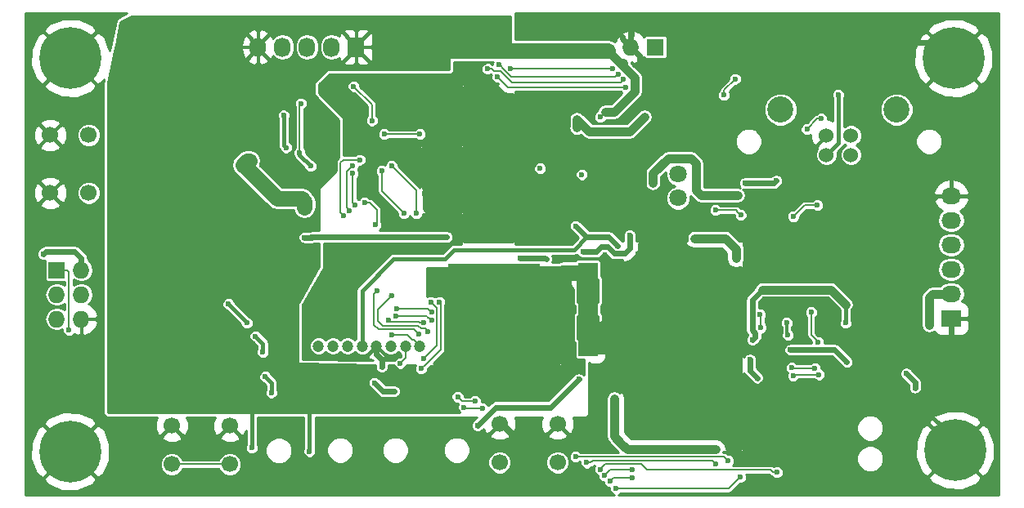
<source format=gbr>
G04 #@! TF.FileFunction,Copper,L1,Top,Signal*
%FSLAX46Y46*%
G04 Gerber Fmt 4.6, Leading zero omitted, Abs format (unit mm)*
G04 Created by KiCad (PCBNEW 4.0.3-stable) date 09/02/16 18:28:00*
%MOMM*%
%LPD*%
G01*
G04 APERTURE LIST*
%ADD10C,0.100000*%
%ADD11C,0.304800*%
%ADD12R,1.998980X1.998980*%
%ADD13C,1.700000*%
%ADD14C,1.800000*%
%ADD15C,1.200000*%
%ADD16R,1.727200X1.727200*%
%ADD17O,1.727200X1.727200*%
%ADD18C,6.400000*%
%ADD19C,0.600000*%
%ADD20R,1.727200X2.032000*%
%ADD21O,1.727200X2.032000*%
%ADD22R,2.032000X1.727200*%
%ADD23O,2.032000X1.727200*%
%ADD24C,1.524000*%
%ADD25C,2.700020*%
%ADD26R,9.540240X9.540240*%
%ADD27R,0.762000X0.762000*%
%ADD28C,0.250000*%
%ADD29C,0.609600*%
%ADD30C,0.177800*%
%ADD31C,0.457200*%
%ADD32C,0.914400*%
%ADD33C,1.625600*%
%ADD34C,0.254000*%
G04 APERTURE END LIST*
D10*
D11*
X159258000Y-69977000D02*
X159258000Y-72263000D01*
X159512000Y-72263000D02*
X159512000Y-69977000D01*
X159766000Y-69977000D02*
X159766000Y-72263000D01*
X160020000Y-72263000D02*
X160020000Y-69977000D01*
X160274000Y-69977000D02*
X160274000Y-72263000D01*
X160528000Y-72263000D02*
X160528000Y-69977000D01*
X160782000Y-69977000D02*
X160782000Y-72263000D01*
X161036000Y-72263000D02*
X161036000Y-69977000D01*
X161290000Y-69977000D02*
X161290000Y-72263000D01*
X161290000Y-66167000D02*
X161290000Y-68453000D01*
X161036000Y-68453000D02*
X161036000Y-66167000D01*
X160782000Y-66167000D02*
X160782000Y-68453000D01*
X160528000Y-68453000D02*
X160528000Y-66167000D01*
X160274000Y-66167000D02*
X160274000Y-68453000D01*
X160020000Y-68453000D02*
X160020000Y-66167000D01*
X159766000Y-66167000D02*
X159766000Y-68453000D01*
X159512000Y-68453000D02*
X159512000Y-66167000D01*
X159258000Y-66167000D02*
X159258000Y-68453000D01*
D12*
X160274000Y-65405000D03*
X160274000Y-69215000D03*
X160274000Y-73025000D03*
D13*
X123190000Y-85280000D03*
X117190000Y-85280000D03*
X123190000Y-81280000D03*
X117190000Y-81280000D03*
X157130000Y-85090000D03*
X151130000Y-85090000D03*
X157130000Y-81090000D03*
X151130000Y-81090000D03*
X108585000Y-51150000D03*
X108585000Y-57150000D03*
X104585000Y-51150000D03*
X104585000Y-57150000D03*
D14*
X169575000Y-55185000D03*
X169575000Y-57685000D03*
D15*
X142875000Y-73025000D03*
X132375000Y-73025000D03*
X141375000Y-73025000D03*
X139875000Y-73025000D03*
X138375000Y-73025000D03*
X136875000Y-73025000D03*
X135375000Y-73025000D03*
X133875000Y-73025000D03*
D16*
X105283000Y-65151000D03*
D17*
X107823000Y-65151000D03*
X105283000Y-67691000D03*
X107823000Y-67691000D03*
X105283000Y-70231000D03*
X107823000Y-70231000D03*
D18*
X106680000Y-43180000D03*
D19*
X109080000Y-43180000D03*
X108377056Y-44877056D03*
X106680000Y-45580000D03*
X104982944Y-44877056D03*
X104280000Y-43180000D03*
X104982944Y-41482944D03*
X106680000Y-40780000D03*
X108377056Y-41482944D03*
D18*
X106680000Y-83960000D03*
D19*
X109080000Y-83960000D03*
X108377056Y-85657056D03*
X106680000Y-86360000D03*
X104982944Y-85657056D03*
X104280000Y-83960000D03*
X104982944Y-82262944D03*
X106680000Y-81560000D03*
X108377056Y-82262944D03*
D18*
X198260000Y-83820000D03*
D19*
X200660000Y-83820000D03*
X199957056Y-85517056D03*
X198260000Y-86220000D03*
X196562944Y-85517056D03*
X195860000Y-83820000D03*
X196562944Y-82122944D03*
X198260000Y-81420000D03*
X199957056Y-82122944D03*
D18*
X198120000Y-43180000D03*
D19*
X200520000Y-43180000D03*
X199817056Y-44877056D03*
X198120000Y-45580000D03*
X196422944Y-44877056D03*
X195720000Y-43180000D03*
X196422944Y-41482944D03*
X198120000Y-40780000D03*
X199817056Y-41482944D03*
D20*
X136271000Y-42037000D03*
D21*
X133731000Y-42037000D03*
X131191000Y-42037000D03*
X128651000Y-42037000D03*
X126111000Y-42037000D03*
D16*
X167259000Y-42037000D03*
D17*
X164719000Y-42037000D03*
D22*
X197866000Y-70167500D03*
D23*
X197866000Y-67627500D03*
X197866000Y-65087500D03*
X197866000Y-62547500D03*
X197866000Y-60007500D03*
X197866000Y-57467500D03*
D24*
X187482480Y-53213000D03*
X184942480Y-53213000D03*
X184942480Y-51214020D03*
X187482480Y-51214020D03*
D25*
X192211960Y-48514000D03*
X180213000Y-48514000D03*
D26*
X169916084Y-67945000D03*
D27*
X168702084Y-72009000D03*
X166162084Y-72009000D03*
X173782084Y-70739000D03*
X173782084Y-66421000D03*
X169972084Y-72009000D03*
X171242084Y-72009000D03*
X173782084Y-72009000D03*
X172512084Y-72009000D03*
X173782084Y-69469000D03*
X173782084Y-67437000D03*
X173782084Y-65151000D03*
X172512084Y-63881000D03*
X169972084Y-63881000D03*
X173782084Y-63881000D03*
X171242084Y-63881000D03*
X168702084Y-63881000D03*
X167432084Y-63881000D03*
X167432084Y-72009000D03*
X173782084Y-68453000D03*
X166162084Y-63881000D03*
D26*
X169916084Y-77847962D03*
D27*
X168702084Y-81911962D03*
X166162084Y-81911962D03*
X173782084Y-80641962D03*
X173782084Y-76323962D03*
X169972084Y-81911962D03*
X171242084Y-81911962D03*
X173782084Y-81911962D03*
X172512084Y-81911962D03*
X173782084Y-79371962D03*
X173782084Y-77339962D03*
X173782084Y-75053962D03*
X172512084Y-73783962D03*
X169972084Y-73783962D03*
X173782084Y-73783962D03*
X171242084Y-73783962D03*
X168702084Y-73783962D03*
X167432084Y-73783962D03*
X167432084Y-81911962D03*
X173782084Y-78355962D03*
X166162084Y-73783962D03*
D26*
X150530680Y-69215000D03*
D27*
X151744680Y-65151000D03*
X154284680Y-65151000D03*
X146664680Y-66421000D03*
X146664680Y-70739000D03*
X150474680Y-65151000D03*
X149204680Y-65151000D03*
X146664680Y-65151000D03*
X147934680Y-65151000D03*
X146664680Y-67691000D03*
X146664680Y-69723000D03*
X146664680Y-72009000D03*
X147934680Y-73279000D03*
X150474680Y-73279000D03*
X146664680Y-73279000D03*
X149204680Y-73279000D03*
X151744680Y-73279000D03*
X153014680Y-73279000D03*
X153014680Y-65151000D03*
X146664680Y-68707000D03*
X154284680Y-73279000D03*
D19*
X142316200Y-78359000D03*
X143586200Y-77089000D03*
X150037800Y-75285600D03*
X155321000Y-54610000D03*
X159639000Y-55245000D03*
X128871610Y-39717610D03*
X132334000Y-39717610D03*
X120701117Y-39844610D03*
X124460000Y-39844610D03*
X131445000Y-83947000D03*
X125476000Y-83566000D03*
X162052000Y-48768000D03*
X161544000Y-49276000D03*
X110998000Y-50546000D03*
X110998000Y-54356000D03*
X113284000Y-54356000D03*
X124206000Y-60452000D03*
X122428000Y-62484000D03*
X123444000Y-64262000D03*
X118364000Y-65278000D03*
X121412000Y-51816000D03*
X122682000Y-49276000D03*
X123190000Y-51943000D03*
X142240000Y-42164000D03*
X122936000Y-41910000D03*
X118618000Y-55118000D03*
X120650000Y-53594000D03*
X118618000Y-53594000D03*
X116586000Y-53594000D03*
X116586000Y-55372000D03*
X113284000Y-48768000D03*
X113487306Y-50647918D03*
X111506000Y-46482000D03*
X112522000Y-43688000D03*
X113538000Y-39878000D03*
X115570000Y-41910000D03*
X131318000Y-46482000D03*
X129540000Y-45212000D03*
X126492000Y-45466000D03*
X124714000Y-46482000D03*
X149733000Y-42037000D03*
X126492000Y-54229000D03*
X127762000Y-53340000D03*
X124402636Y-50660020D03*
X119126000Y-59418590D03*
X125476000Y-48260000D03*
X113919000Y-58420000D03*
X112649000Y-59436000D03*
X117602000Y-63373000D03*
X116205000Y-64516000D03*
X114300000Y-44958000D03*
X121031000Y-64770000D03*
X115062000Y-52197000D03*
X122682000Y-44958000D03*
X120396000Y-55626000D03*
X121539000Y-56896000D03*
X128651000Y-59055000D03*
X121031000Y-68199000D03*
X119507000Y-66421000D03*
X129540000Y-60325000D03*
X145796000Y-42037000D03*
X192786000Y-45389800D03*
X181635400Y-39649400D03*
X179070000Y-42570400D03*
X175641000Y-39928800D03*
X171170600Y-58902600D03*
X159791400Y-56692800D03*
X163652200Y-55168800D03*
X180848000Y-80137000D03*
X180517800Y-84023200D03*
X192532000Y-86563200D03*
X199644000Y-79375000D03*
X200914000Y-77978000D03*
X201117200Y-73025000D03*
X192176400Y-65100200D03*
X132765800Y-67665600D03*
X135483600Y-70942200D03*
X131876800Y-70942200D03*
X145897600Y-51968400D03*
X143332200Y-57226200D03*
X145669000Y-58610500D03*
X146685000Y-51943000D03*
X156210000Y-57363611D03*
X176577996Y-66976252D03*
X113635400Y-82550000D03*
X138938000Y-75184000D03*
X153162000Y-82677000D03*
X180473077Y-76312767D03*
X181098170Y-74538190D03*
X186979423Y-78196577D03*
X188976000Y-79640189D03*
X178192000Y-74538000D03*
X189611000Y-66975090D03*
X189004420Y-68615994D03*
X191770000Y-74676000D03*
X192278000Y-79248000D03*
X154178000Y-57150000D03*
X143637000Y-85979000D03*
X137541000Y-86360000D03*
X185166000Y-86360000D03*
X186690000Y-79756000D03*
X186817000Y-83058000D03*
X186690000Y-86487000D03*
X175387000Y-68453000D03*
X186944000Y-72644000D03*
X177341417Y-61882372D03*
X186055000Y-56007000D03*
X189230000Y-54991000D03*
X189865000Y-59055000D03*
X185877200Y-41186100D03*
X188010800Y-43307000D03*
X180479700Y-62026800D03*
X182270400Y-55245000D03*
X184835800Y-61391800D03*
X190754000Y-62687200D03*
X188696600Y-62687200D03*
X187858400Y-60807600D03*
X187680600Y-59588400D03*
X171069000Y-52578000D03*
X169418000Y-51435000D03*
X141224000Y-59262910D03*
X138938000Y-54864000D03*
X142875000Y-51054000D03*
X139192000Y-51054000D03*
X137922000Y-49657000D03*
X136017000Y-46101000D03*
X159004000Y-60579000D03*
X163322000Y-62611000D03*
X177292000Y-72390000D03*
X177038000Y-74422000D03*
X177800000Y-76327000D03*
X171323000Y-61849000D03*
X175641000Y-63881000D03*
X178308000Y-67183000D03*
X138176000Y-76835000D03*
X140208000Y-77724000D03*
X103886000Y-63500000D03*
X186944000Y-70638000D03*
X186944000Y-68707000D03*
X142504473Y-59262910D03*
X139954000Y-54356000D03*
X174765128Y-84928089D03*
X144907000Y-68453000D03*
X143002000Y-75354264D03*
X147447000Y-79375000D03*
X149352000Y-79502000D03*
X158991622Y-84513468D03*
X181512895Y-76095476D03*
X184180603Y-75997005D03*
X143284077Y-74323077D03*
X144018000Y-68453000D03*
X146777877Y-78297295D03*
X148590000Y-78740000D03*
X160147000Y-85124911D03*
X173482000Y-85217000D03*
X181365369Y-75292262D03*
X183769000Y-75311000D03*
X143691021Y-71532620D03*
X139954000Y-67818000D03*
X161514016Y-85807554D03*
X179832000Y-86106000D03*
X164846000Y-86680546D03*
X138430000Y-67310000D03*
X138300502Y-60452000D03*
X142769657Y-71832811D03*
X137160000Y-58166000D03*
X162571139Y-87054699D03*
X139954000Y-71882000D03*
X164592000Y-61544811D03*
X124968000Y-70612000D03*
X123063000Y-68671000D03*
X125857000Y-72009000D03*
X126619000Y-73660000D03*
X126873000Y-76200000D03*
X127508000Y-77851000D03*
X131762500Y-61722000D03*
X130937000Y-61785500D03*
X145669000Y-61722000D03*
X153225500Y-63881000D03*
X155956000Y-64008000D03*
X159766000Y-63246000D03*
X130937000Y-58674000D03*
X130937000Y-58039000D03*
X125222000Y-53848000D03*
X124587000Y-54229000D03*
X131572000Y-54356000D03*
X130429000Y-52959000D03*
X130556000Y-47879000D03*
X136121494Y-58371660D03*
X135927646Y-55146988D03*
X135573676Y-59005638D03*
X135889614Y-54347881D03*
X134954910Y-59512734D03*
X136652000Y-53721000D03*
X163191791Y-87799369D03*
X176022000Y-86614000D03*
X164846000Y-85880533D03*
X161968710Y-86465789D03*
X159096322Y-50410086D03*
X159131000Y-49530000D03*
X166116000Y-49276000D03*
X165481000Y-49911000D03*
X181533800Y-59591904D03*
X184023000Y-58420000D03*
X167005000Y-56134000D03*
X167005000Y-55133400D03*
X175768000Y-57404000D03*
X159321500Y-76454000D03*
X148844000Y-81280000D03*
X187071000Y-74676000D03*
X181229000Y-73406000D03*
X180975000Y-71882000D03*
X180848000Y-70612000D03*
X162966764Y-78511764D03*
X173482000Y-83756500D03*
X193230500Y-75882500D03*
X194117000Y-77374400D03*
X195580000Y-70866000D03*
X186182000Y-46990000D03*
X179771000Y-55880000D03*
X176530000Y-56134000D03*
X140843000Y-74803000D03*
X144067279Y-69544914D03*
X140482351Y-69151360D03*
X144067279Y-70362292D03*
X140415393Y-69948566D03*
X143294297Y-70568487D03*
X139659542Y-70326377D03*
X150919208Y-45118390D03*
X164148026Y-46183517D03*
X163372862Y-44843610D03*
X151079200Y-43827700D03*
X149881452Y-44309654D03*
X163935629Y-45412215D03*
X152273321Y-44233779D03*
X175514000Y-45339000D03*
X176083433Y-59436000D03*
X174335002Y-46990000D03*
X173482000Y-58928000D03*
X162809698Y-44275398D03*
X106553000Y-71374000D03*
X184442100Y-49466500D03*
X182930800Y-50546000D03*
X184103910Y-72601190D03*
X183388000Y-69518279D03*
X178062643Y-69785301D03*
X178146286Y-71090112D03*
X129032000Y-52451000D03*
X128778000Y-49133760D03*
D28*
X160274000Y-65405000D02*
X154340680Y-65405000D01*
X154340680Y-65405000D02*
X150530680Y-69215000D01*
D29*
X143586200Y-77089000D02*
X142316200Y-78359000D01*
X150037800Y-75285600D02*
X148234400Y-77089000D01*
X148234400Y-77089000D02*
X143586200Y-77089000D01*
D30*
X129295874Y-39717610D02*
X132334000Y-39717610D01*
X128871610Y-39717610D02*
X129295874Y-39717610D01*
D31*
X136271000Y-42189400D02*
X138023600Y-43942000D01*
D30*
X132758264Y-39717610D02*
X132334000Y-39717610D01*
X134104010Y-39717610D02*
X132758264Y-39717610D01*
X136271000Y-41884600D02*
X134104010Y-39717610D01*
D31*
X131909736Y-39717610D02*
X132334000Y-39717610D01*
X128277990Y-39717610D02*
X131909736Y-39717610D01*
X139192000Y-39624000D02*
X132427610Y-39624000D01*
X139192000Y-43942000D02*
X139192000Y-39624000D01*
X138023600Y-43942000D02*
X139192000Y-43942000D01*
X132427610Y-39624000D02*
X132334000Y-39717610D01*
D30*
X121125381Y-39844610D02*
X124460000Y-39844610D01*
D31*
X126111000Y-41884600D02*
X128277990Y-39717610D01*
D30*
X120701117Y-39844610D02*
X121125381Y-39844610D01*
D31*
X131445000Y-83522736D02*
X131445000Y-79248000D01*
X131445000Y-83947000D02*
X131445000Y-83522736D01*
X125476000Y-83141736D02*
X125476000Y-79121000D01*
X125476000Y-83566000D02*
X125476000Y-83141736D01*
D32*
X157648910Y-65405000D02*
X157394910Y-65151000D01*
X157394910Y-65151000D02*
X154284680Y-65151000D01*
D33*
X157480000Y-65573910D02*
X157480000Y-66040000D01*
X160274000Y-65405000D02*
X157648910Y-65405000D01*
X157648910Y-65405000D02*
X157480000Y-65573910D01*
X162306000Y-42418000D02*
X150114000Y-42418000D01*
X150114000Y-42418000D02*
X149733000Y-42037000D01*
D32*
X165105228Y-46642975D02*
X165105228Y-45217228D01*
X162980203Y-48768000D02*
X165105228Y-46642975D01*
X162052000Y-48768000D02*
X162980203Y-48768000D01*
X165105228Y-45217228D02*
X163897783Y-44009783D01*
X163897783Y-44009783D02*
X162306000Y-42418000D01*
X163897783Y-44009783D02*
X163897783Y-43685057D01*
D30*
X110998000Y-54356000D02*
X110998000Y-50546000D01*
X113487306Y-50647918D02*
X113487306Y-54152694D01*
X113487306Y-54152694D02*
X113284000Y-54356000D01*
X123444000Y-64262000D02*
X123444000Y-63500000D01*
X123444000Y-63500000D02*
X122428000Y-62484000D01*
X117602000Y-63373000D02*
X118364000Y-64135000D01*
X118364000Y-64135000D02*
X118364000Y-65278000D01*
X124714000Y-46482000D02*
X124714000Y-47244000D01*
X124714000Y-47244000D02*
X122682000Y-49276000D01*
X136271000Y-42037000D02*
X136271000Y-41884600D01*
X126111000Y-42037000D02*
X123063000Y-42037000D01*
X123063000Y-42037000D02*
X122936000Y-41910000D01*
X118618000Y-53594000D02*
X120650000Y-53594000D01*
X116586000Y-55372000D02*
X116586000Y-53594000D01*
X112522000Y-43688000D02*
X112522000Y-45466000D01*
X112522000Y-45466000D02*
X111506000Y-46482000D01*
X115570000Y-41910000D02*
X113538000Y-39878000D01*
X131064000Y-45212000D02*
X131318000Y-45466000D01*
X131318000Y-45466000D02*
X131318000Y-46482000D01*
X129540000Y-45212000D02*
X131064000Y-45212000D01*
X124714000Y-46482000D02*
X125730000Y-45466000D01*
X125730000Y-45466000D02*
X126492000Y-45466000D01*
D31*
X126111000Y-41884600D02*
X126111000Y-42037000D01*
X126111000Y-41884600D02*
X124714000Y-40487600D01*
X123698000Y-44196000D02*
X124104400Y-44196000D01*
X124104400Y-44196000D02*
X126111000Y-42189400D01*
X126111000Y-42189400D02*
X126111000Y-42037000D01*
X124460000Y-43434000D02*
X123698000Y-44196000D01*
X125222000Y-44196000D02*
X124460000Y-43434000D01*
X127254000Y-44196000D02*
X125222000Y-44196000D01*
X127355600Y-44094400D02*
X127254000Y-44196000D01*
X127355600Y-43434000D02*
X127355600Y-44094400D01*
X126111000Y-42189400D02*
X127355600Y-43434000D01*
X134366000Y-39624000D02*
X134366000Y-39979600D01*
X134366000Y-39979600D02*
X136271000Y-41884600D01*
X138176000Y-39624000D02*
X134366000Y-39624000D01*
X138176000Y-39979600D02*
X138176000Y-39624000D01*
X136271000Y-41884600D02*
X138176000Y-39979600D01*
X134772400Y-43688000D02*
X136271000Y-42189400D01*
X136271000Y-42189400D02*
X136271000Y-42037000D01*
X134772400Y-43688000D02*
X134112000Y-43688000D01*
D29*
X198120000Y-43180000D02*
X196928894Y-43180000D01*
X196928894Y-43180000D02*
X195303294Y-41554400D01*
X195303294Y-41554400D02*
X191236600Y-41554400D01*
X191236600Y-41554400D02*
X191236600Y-43840400D01*
X191236600Y-43840400D02*
X192786000Y-45389800D01*
X189331600Y-39649400D02*
X191236600Y-41554400D01*
X181635400Y-39649400D02*
X189331600Y-39649400D01*
X175641000Y-39928800D02*
X176428400Y-39928800D01*
X176428400Y-39928800D02*
X179070000Y-42570400D01*
X165049200Y-39928800D02*
X175641000Y-39928800D01*
X164719000Y-40259000D02*
X165049200Y-39928800D01*
X164719000Y-42037000D02*
X164719000Y-40259000D01*
X163855401Y-40995601D02*
X163195000Y-40335200D01*
X164719000Y-42037000D02*
X163855401Y-41173401D01*
X163855401Y-41173401D02*
X163855401Y-40995601D01*
X164744400Y-40790286D02*
X164744400Y-39751000D01*
X164719000Y-42037000D02*
X164719000Y-40815686D01*
X164719000Y-40815686D02*
X164744400Y-40790286D01*
X165582599Y-43662599D02*
X166192200Y-44272200D01*
X164719000Y-42037000D02*
X165582599Y-42900599D01*
X165582599Y-42900599D02*
X165582599Y-43662599D01*
X163652200Y-55168800D02*
X161315400Y-55168800D01*
X161315400Y-55168800D02*
X159791400Y-56692800D01*
X180517800Y-84023200D02*
X180517800Y-80467200D01*
X180517800Y-80467200D02*
X180848000Y-80137000D01*
X200914000Y-77978000D02*
X200914000Y-78105000D01*
X200914000Y-78105000D02*
X199644000Y-79375000D01*
X198475600Y-72644000D02*
X200736200Y-72644000D01*
X200736200Y-72644000D02*
X201117200Y-73025000D01*
X197866000Y-72034400D02*
X198475600Y-72644000D01*
X197866000Y-71640700D02*
X197866000Y-72034400D01*
X197866000Y-70167500D02*
X197866000Y-71640700D01*
X131876800Y-70942200D02*
X135483600Y-70942200D01*
D28*
X154178000Y-57150000D02*
X153878001Y-57449999D01*
X153878001Y-57449999D02*
X146209788Y-57449999D01*
X146209788Y-57449999D02*
X145372162Y-56612373D01*
D31*
X198260000Y-83820000D02*
X198260000Y-82741670D01*
X194766330Y-79248000D02*
X192702264Y-79248000D01*
X198260000Y-82741670D02*
X194766330Y-79248000D01*
X192702264Y-79248000D02*
X192278000Y-79248000D01*
D11*
X155996389Y-57150000D02*
X156210000Y-57363611D01*
X154178000Y-57150000D02*
X155996389Y-57150000D01*
D29*
X138923472Y-74422000D02*
X138923472Y-75169472D01*
X138923472Y-75169472D02*
X138938000Y-75184000D01*
X138375000Y-73025000D02*
X138375000Y-73873528D01*
X138375000Y-73873528D02*
X138923472Y-74422000D01*
D31*
X157130000Y-81090000D02*
X155543000Y-82677000D01*
X155543000Y-82677000D02*
X153162000Y-82677000D01*
X151130000Y-81090000D02*
X151575000Y-81090000D01*
X151575000Y-81090000D02*
X153162000Y-82677000D01*
D33*
X161798000Y-71227291D02*
X166633793Y-71227291D01*
X166633793Y-71227291D02*
X169916084Y-67945000D01*
X161798000Y-71755000D02*
X161798000Y-71227291D01*
X160528000Y-73025000D02*
X161798000Y-71755000D01*
X160274000Y-73025000D02*
X160528000Y-73025000D01*
D11*
X189611000Y-68009414D02*
X189611000Y-67399354D01*
X189611000Y-67399354D02*
X189611000Y-66975090D01*
X189004420Y-68615994D02*
X189611000Y-68009414D01*
D30*
X189230000Y-54991000D02*
X187071000Y-54991000D01*
X187071000Y-54991000D02*
X186055000Y-56007000D01*
X189865000Y-59055000D02*
X189865000Y-55626000D01*
X189865000Y-55626000D02*
X189230000Y-54991000D01*
X195084700Y-59055000D02*
X189865000Y-59055000D01*
X197866000Y-57467500D02*
X196672200Y-57467500D01*
X196672200Y-57467500D02*
X195084700Y-59055000D01*
D33*
X160274000Y-73025000D02*
X164465000Y-73025000D01*
D30*
X138938000Y-54864000D02*
X138938000Y-56976910D01*
X140924001Y-58962911D02*
X141224000Y-59262910D01*
X138938000Y-56976910D02*
X140924001Y-58962911D01*
D31*
X140144500Y-64008000D02*
X136875000Y-67277500D01*
X136875000Y-67277500D02*
X136875000Y-73025000D01*
X145425958Y-64008000D02*
X140144500Y-64008000D01*
X158813500Y-63055500D02*
X146378458Y-63055500D01*
X146378458Y-63055500D02*
X145425958Y-64008000D01*
X160147000Y-61722000D02*
X158813500Y-63055500D01*
D30*
X142518764Y-51054000D02*
X142875000Y-51054000D01*
X142875000Y-51054000D02*
X142899764Y-51078764D01*
X139192000Y-51054000D02*
X142518764Y-51054000D01*
X136017000Y-46101000D02*
X137922000Y-48006000D01*
X137922000Y-48006000D02*
X137922000Y-49657000D01*
D29*
X162433000Y-61722000D02*
X160147000Y-61722000D01*
X160147000Y-61722000D02*
X159004000Y-60579000D01*
X163322000Y-62611000D02*
X162433000Y-61722000D01*
X177257842Y-71392774D02*
X177257842Y-68233158D01*
X177591999Y-72090001D02*
X177591999Y-71726931D01*
X177292000Y-72390000D02*
X177591999Y-72090001D01*
X177591999Y-71726931D02*
X177257842Y-71392774D01*
X177257842Y-68233158D02*
X178308000Y-67183000D01*
X177800000Y-76327000D02*
X177038000Y-75565000D01*
X177038000Y-75565000D02*
X177038000Y-74422000D01*
D32*
X175641000Y-63881000D02*
X175641000Y-62946714D01*
X175641000Y-62946714D02*
X174543286Y-61849000D01*
X174543286Y-61849000D02*
X171323000Y-61849000D01*
X185420000Y-67183000D02*
X178308000Y-67183000D01*
X186944000Y-68707000D02*
X185420000Y-67183000D01*
D31*
X186944000Y-68707000D02*
X186944000Y-70638000D01*
D29*
X140208000Y-77724000D02*
X139065000Y-77724000D01*
X139065000Y-77724000D02*
X138176000Y-76835000D01*
X107139314Y-63246000D02*
X104140000Y-63246000D01*
X104140000Y-63246000D02*
X103886000Y-63500000D01*
X107823000Y-65151000D02*
X107823000Y-63929686D01*
X107823000Y-63929686D02*
X107139314Y-63246000D01*
D30*
X139954000Y-54356000D02*
X142504473Y-56906473D01*
X142504473Y-58838646D02*
X142504473Y-59262910D01*
X142504473Y-56906473D02*
X142504473Y-58838646D01*
X174465129Y-84628090D02*
X174765128Y-84928089D01*
X158991622Y-84513468D02*
X174350507Y-84513468D01*
X174350507Y-84513468D02*
X174465129Y-84628090D01*
X145034000Y-73406000D02*
X145034000Y-68580000D01*
X145034000Y-68580000D02*
X144907000Y-68453000D01*
X143385735Y-75054265D02*
X145034000Y-73406000D01*
X143002000Y-75354264D02*
X143301999Y-75054265D01*
X143301999Y-75054265D02*
X143385735Y-75054265D01*
X149352000Y-79502000D02*
X147574000Y-79502000D01*
X147574000Y-79502000D02*
X147447000Y-79375000D01*
X184180603Y-75997005D02*
X181611366Y-75997005D01*
X181611366Y-75997005D02*
X181512895Y-76095476D01*
X144656189Y-72950965D02*
X143584076Y-74023078D01*
X144656189Y-69091189D02*
X144656189Y-72950965D01*
X144018000Y-68453000D02*
X144656189Y-69091189D01*
X143584076Y-74023078D02*
X143284077Y-74323077D01*
X148590000Y-78740000D02*
X147220582Y-78740000D01*
X147077876Y-78597294D02*
X146777877Y-78297295D01*
X147220582Y-78740000D02*
X147077876Y-78597294D01*
X173178812Y-84913812D02*
X160782363Y-84913812D01*
X173482000Y-85217000D02*
X173178812Y-84913812D01*
X160571264Y-85124911D02*
X160147000Y-85124911D01*
X160782363Y-84913812D02*
X160571264Y-85124911D01*
X183769000Y-75311000D02*
X181384107Y-75311000D01*
X181384107Y-75311000D02*
X181365369Y-75292262D01*
X138507812Y-70435812D02*
X138987287Y-70915287D01*
X138987287Y-70915287D02*
X142688034Y-70915287D01*
X143005368Y-71232621D02*
X143391022Y-71232621D01*
X143391022Y-71232621D02*
X143691021Y-71532620D01*
X139954000Y-67818000D02*
X138507812Y-69264188D01*
X138507812Y-69264188D02*
X138507812Y-70435812D01*
X142688034Y-70915287D02*
X143005368Y-71232621D01*
X161814015Y-85507555D02*
X161514016Y-85807554D01*
X162029947Y-85291623D02*
X161814015Y-85507555D01*
X166370000Y-85852000D02*
X165809623Y-85291623D01*
X179153736Y-85852000D02*
X166370000Y-85852000D01*
X179407736Y-86106000D02*
X179153736Y-85852000D01*
X179832000Y-86106000D02*
X179407736Y-86106000D01*
X165809623Y-85291623D02*
X162029947Y-85291623D01*
X139700000Y-67818000D02*
X139954000Y-67818000D01*
X162945292Y-86680546D02*
X164421736Y-86680546D01*
X164421736Y-86680546D02*
X164846000Y-86680546D01*
X162571139Y-87054699D02*
X162945292Y-86680546D01*
X138430000Y-67310000D02*
X138130001Y-67609999D01*
X138130001Y-67609999D02*
X138130001Y-70846306D01*
X138130001Y-70846306D02*
X138576793Y-71293098D01*
X138430000Y-58928000D02*
X138430000Y-60322502D01*
X138430000Y-60322502D02*
X138300502Y-60452000D01*
X137668000Y-58166000D02*
X138430000Y-58928000D01*
X137160000Y-58166000D02*
X137668000Y-58166000D01*
X138576793Y-71293098D02*
X142229944Y-71293098D01*
X142469658Y-71532812D02*
X142769657Y-71832811D01*
X142229944Y-71293098D02*
X142469658Y-71532812D01*
X141801574Y-72136000D02*
X141547574Y-71882000D01*
X141547574Y-71882000D02*
X139954000Y-71882000D01*
X142875000Y-73025000D02*
X142275001Y-72425001D01*
X142275001Y-72425001D02*
X142090575Y-72425001D01*
X142090575Y-72425001D02*
X141801574Y-72136000D01*
D29*
X161119736Y-63246000D02*
X161627736Y-62738000D01*
X161627736Y-62738000D02*
X162304040Y-62738000D01*
X162304040Y-62738000D02*
X162986648Y-63420608D01*
X159766000Y-63246000D02*
X161119736Y-63246000D01*
X162986648Y-63420608D02*
X164099892Y-63420608D01*
X164099892Y-63420608D02*
X164592000Y-62928500D01*
X164592000Y-62928500D02*
X164592000Y-61544811D01*
D31*
X124968000Y-70576000D02*
X123063000Y-68671000D01*
X126619000Y-73660000D02*
X126619000Y-72771000D01*
X126619000Y-72771000D02*
X125857000Y-72009000D01*
X127508000Y-77851000D02*
X127508000Y-76835000D01*
X127508000Y-76835000D02*
X126873000Y-76200000D01*
D29*
X145669000Y-61722000D02*
X131762500Y-61722000D01*
X130937000Y-61785500D02*
X131699000Y-61785500D01*
X131699000Y-61785500D02*
X131762500Y-61722000D01*
X155956000Y-64008000D02*
X155829000Y-63881000D01*
X155829000Y-63881000D02*
X153225500Y-63881000D01*
D33*
X130937000Y-58039000D02*
X130937000Y-58674000D01*
X125222000Y-53848000D02*
X124968000Y-53848000D01*
X124968000Y-53848000D02*
X124587000Y-54229000D01*
X130937000Y-58039000D02*
X130637001Y-57739001D01*
X124886999Y-54528999D02*
X124587000Y-54229000D01*
X130637001Y-57739001D02*
X128097001Y-57739001D01*
X128097001Y-57739001D02*
X124886999Y-54528999D01*
D30*
X130429000Y-52959000D02*
X130429000Y-48006000D01*
X130429000Y-48006000D02*
X130556000Y-47879000D01*
D31*
X130429000Y-52959000D02*
X130429000Y-53213000D01*
X130429000Y-53213000D02*
X131572000Y-54356000D01*
D30*
X135927646Y-58177812D02*
X136121494Y-58371660D01*
X135927646Y-55146988D02*
X135927646Y-58177812D01*
X135273677Y-54963818D02*
X135273677Y-58705639D01*
X135273677Y-58705639D02*
X135573676Y-59005638D01*
X135889614Y-54347881D02*
X135273677Y-54963818D01*
X136652000Y-53721000D02*
X134974696Y-53721000D01*
X134654911Y-54040785D02*
X134654911Y-59212735D01*
X134654911Y-59212735D02*
X134954910Y-59512734D01*
X134974696Y-53721000D02*
X134654911Y-54040785D01*
X174836631Y-87799369D02*
X163616055Y-87799369D01*
X176022000Y-86614000D02*
X174836631Y-87799369D01*
X163616055Y-87799369D02*
X163191791Y-87799369D01*
X117190000Y-85280000D02*
X123190000Y-85280000D01*
X164421736Y-85880533D02*
X164846000Y-85880533D01*
X162553966Y-85880533D02*
X164421736Y-85880533D01*
X161968710Y-86465789D02*
X162553966Y-85880533D01*
D32*
X159131000Y-49530000D02*
X159131000Y-50375408D01*
X159131000Y-50375408D02*
X159096322Y-50410086D01*
X164592000Y-50800000D02*
X160401000Y-50800000D01*
X160401000Y-50800000D02*
X159131000Y-49530000D01*
X166116000Y-49276000D02*
X164592000Y-50800000D01*
D30*
X184023000Y-58420000D02*
X182705704Y-58420000D01*
X182705704Y-58420000D02*
X181533800Y-59591904D01*
D32*
X171450000Y-56896000D02*
X171958000Y-57404000D01*
X171958000Y-57404000D02*
X173228000Y-57404000D01*
X167005000Y-55133400D02*
X167005000Y-56134000D01*
X170942000Y-53594000D02*
X168544400Y-53594000D01*
X168544400Y-53594000D02*
X167005000Y-55133400D01*
X171450000Y-54102000D02*
X170942000Y-53594000D01*
X171450000Y-56896000D02*
X171450000Y-54102000D01*
X175768000Y-57404000D02*
X173228000Y-57404000D01*
X173736000Y-57404000D02*
X173228000Y-57404000D01*
D29*
X150749000Y-79375000D02*
X156400500Y-79375000D01*
X156400500Y-79375000D02*
X159321500Y-76454000D01*
X148844000Y-81280000D02*
X150749000Y-79375000D01*
X185801000Y-73406000D02*
X187071000Y-74676000D01*
X181229000Y-73406000D02*
X185801000Y-73406000D01*
D11*
X180848000Y-70612000D02*
X180848000Y-71755000D01*
X180848000Y-71755000D02*
X180975000Y-71882000D01*
D32*
X173482000Y-83756500D02*
X164338000Y-83756500D01*
X164338000Y-83756500D02*
X163766500Y-83185000D01*
X162966764Y-78511764D02*
X162966764Y-82385264D01*
X162966764Y-82385264D02*
X163766500Y-83185000D01*
D29*
X194117000Y-77374400D02*
X194117000Y-76769000D01*
X194117000Y-76769000D02*
X193230500Y-75882500D01*
D32*
X197866000Y-67627500D02*
X195935600Y-67627500D01*
X195935600Y-67627500D02*
X195580000Y-67983100D01*
X195580000Y-67983100D02*
X195580000Y-70866000D01*
D31*
X184942480Y-53213000D02*
X186182000Y-51973480D01*
X186182000Y-51973480D02*
X186182000Y-46990000D01*
D29*
X179517000Y-56134000D02*
X179771000Y-55880000D01*
X176530000Y-56134000D02*
X179517000Y-56134000D01*
D30*
X140843000Y-74803000D02*
X141375000Y-74271000D01*
X141375000Y-74271000D02*
X141375000Y-73025000D01*
X140482351Y-69151360D02*
X143673725Y-69151360D01*
X143673725Y-69151360D02*
X143767280Y-69244915D01*
X143767280Y-69244915D02*
X144067279Y-69544914D01*
X143767280Y-70062293D02*
X144067279Y-70362292D01*
X143713082Y-70062293D02*
X143767280Y-70062293D01*
X143599355Y-69948566D02*
X143713082Y-70062293D01*
X140415393Y-69948566D02*
X143599355Y-69948566D01*
X142870033Y-70568487D02*
X143294297Y-70568487D01*
X139870640Y-70537476D02*
X142839022Y-70537476D01*
X142839022Y-70537476D02*
X142870033Y-70568487D01*
X139659542Y-70326377D02*
X139870640Y-70537476D01*
X151219207Y-45418389D02*
X150919208Y-45118390D01*
X164148026Y-46183517D02*
X151984335Y-46183517D01*
X151984335Y-46183517D02*
X151219207Y-45418389D01*
X151079200Y-43827700D02*
X151379199Y-44127699D01*
X152350306Y-45143609D02*
X163072863Y-45143609D01*
X163072863Y-45143609D02*
X163372862Y-44843610D01*
X151379199Y-44172502D02*
X152350306Y-45143609D01*
X151379199Y-44127699D02*
X151379199Y-44172502D01*
X150525551Y-44529489D02*
X150305716Y-44309654D01*
X150305716Y-44309654D02*
X149881452Y-44309654D01*
X152384606Y-45712214D02*
X151201881Y-44529489D01*
X163935629Y-45412215D02*
X163635630Y-45712214D01*
X163635630Y-45712214D02*
X152384606Y-45712214D01*
X151201881Y-44529489D02*
X150525551Y-44529489D01*
X162809698Y-44275398D02*
X152314940Y-44275398D01*
X152314940Y-44275398D02*
X152273321Y-44233779D01*
X175514000Y-45339000D02*
X174335002Y-46517998D01*
X174335002Y-46517998D02*
X174335002Y-46990000D01*
X175783434Y-59136001D02*
X176083433Y-59436000D01*
X173482000Y-58928000D02*
X175575433Y-58928000D01*
X175575433Y-58928000D02*
X175783434Y-59136001D01*
X105283000Y-65151000D02*
X106324400Y-65151000D01*
X106324400Y-65151000D02*
X106553000Y-65379600D01*
X106553000Y-65379600D02*
X106553000Y-71374000D01*
X182930800Y-50546000D02*
X184010300Y-49466500D01*
X184010300Y-49466500D02*
X184442100Y-49466500D01*
X183388000Y-71885280D02*
X183803911Y-72301191D01*
X183803911Y-72301191D02*
X184103910Y-72601190D01*
X183388000Y-69518279D02*
X183388000Y-71885280D01*
X178146286Y-69868944D02*
X178062643Y-69785301D01*
X178146286Y-71090112D02*
X178146286Y-69868944D01*
D31*
X128778000Y-49133760D02*
X128778000Y-52197000D01*
X128778000Y-52197000D02*
X129032000Y-52451000D01*
D34*
G36*
X152273000Y-43053000D02*
X146050000Y-43053000D01*
X146000590Y-43063006D01*
X145958965Y-43091447D01*
X145931685Y-43133841D01*
X145923000Y-43180000D01*
X145923000Y-44323000D01*
X133350000Y-44323000D01*
X133300590Y-44333006D01*
X133260197Y-44360197D01*
X131990197Y-45630197D01*
X131962334Y-45672211D01*
X131953000Y-45720000D01*
X131953000Y-46990000D01*
X131963006Y-47039410D01*
X131990197Y-47079803D01*
X134493000Y-49582606D01*
X134493000Y-53538157D01*
X134322642Y-53708516D01*
X134220780Y-53860962D01*
X134185011Y-54040785D01*
X134185011Y-54865383D01*
X132498197Y-56552197D01*
X132470334Y-56594211D01*
X132461000Y-56642000D01*
X132461000Y-61036200D01*
X131762505Y-61036200D01*
X131762500Y-61036199D01*
X131738472Y-61040979D01*
X131627635Y-61040882D01*
X131524292Y-61083582D01*
X131500056Y-61088403D01*
X131483149Y-61099700D01*
X130937000Y-61099700D01*
X130912976Y-61104479D01*
X130802135Y-61104382D01*
X130698792Y-61147082D01*
X130674556Y-61151903D01*
X130654190Y-61165511D01*
X130551748Y-61207839D01*
X130472612Y-61286838D01*
X130452066Y-61300566D01*
X130438457Y-61320933D01*
X130360013Y-61399241D01*
X130317132Y-61502509D01*
X130303403Y-61523056D01*
X130298624Y-61547080D01*
X130256118Y-61649446D01*
X130256021Y-61761265D01*
X130251200Y-61785500D01*
X130255979Y-61809524D01*
X130255882Y-61920365D01*
X130298582Y-62023708D01*
X130303403Y-62047944D01*
X130317011Y-62068310D01*
X130359339Y-62170752D01*
X130438338Y-62249888D01*
X130452066Y-62270434D01*
X130472433Y-62284043D01*
X130550741Y-62362487D01*
X130654009Y-62405368D01*
X130674556Y-62419097D01*
X130698580Y-62423876D01*
X130800946Y-62466382D01*
X130912765Y-62466479D01*
X130937000Y-62471300D01*
X131699000Y-62471300D01*
X131961445Y-62419097D01*
X131978352Y-62407800D01*
X132461000Y-62407800D01*
X132461000Y-64736417D01*
X130267800Y-68593424D01*
X130251200Y-68656200D01*
X130251200Y-69925549D01*
X130225806Y-72490343D01*
X130225800Y-72491600D01*
X130225800Y-74752200D01*
X130235806Y-74801610D01*
X130264247Y-74843235D01*
X130306641Y-74870515D01*
X130351084Y-74879188D01*
X138237672Y-74985764D01*
X138237672Y-75169472D01*
X138256928Y-75266279D01*
X138256882Y-75318865D01*
X138277140Y-75367894D01*
X138289875Y-75431917D01*
X138325824Y-75485718D01*
X138360339Y-75569252D01*
X138424758Y-75633784D01*
X138438538Y-75654406D01*
X138453066Y-75668934D01*
X138473433Y-75682543D01*
X138551741Y-75760987D01*
X138655007Y-75803867D01*
X138675555Y-75817597D01*
X138699581Y-75822376D01*
X138801946Y-75864882D01*
X138913765Y-75864979D01*
X138938000Y-75869800D01*
X138962024Y-75865021D01*
X139072865Y-75865118D01*
X139176207Y-75822418D01*
X139200445Y-75817597D01*
X139220813Y-75803988D01*
X139323252Y-75761661D01*
X139402388Y-75682662D01*
X139422934Y-75668934D01*
X139436543Y-75648567D01*
X139514987Y-75570259D01*
X139557867Y-75466993D01*
X139571597Y-75446445D01*
X139576376Y-75422419D01*
X139618882Y-75320054D01*
X139618979Y-75208235D01*
X139623800Y-75184000D01*
X139619021Y-75159976D01*
X139619118Y-75049135D01*
X139609272Y-75025306D01*
X139609272Y-75004299D01*
X140192589Y-75012181D01*
X140265339Y-75188252D01*
X140456741Y-75379987D01*
X140706946Y-75483882D01*
X140977865Y-75484118D01*
X141228252Y-75380661D01*
X141419987Y-75189259D01*
X141486257Y-75029663D01*
X142394315Y-75041934D01*
X142321118Y-75218210D01*
X142320882Y-75489129D01*
X142424339Y-75739516D01*
X142615741Y-75931251D01*
X142865946Y-76035146D01*
X143136865Y-76035382D01*
X143387252Y-75931925D01*
X143578987Y-75740523D01*
X143682882Y-75490318D01*
X143682952Y-75409955D01*
X143718004Y-75386534D01*
X144047538Y-75057000D01*
X157480000Y-75057000D01*
X157526159Y-75048315D01*
X157568553Y-75021035D01*
X157596994Y-74979410D01*
X157607000Y-74930000D01*
X157607000Y-64897000D01*
X158385510Y-64897000D01*
X158385510Y-65119250D01*
X158607760Y-65341500D01*
X160210500Y-65341500D01*
X160210500Y-65321500D01*
X160337500Y-65321500D01*
X160337500Y-65341500D01*
X160357500Y-65341500D01*
X160357500Y-65468500D01*
X160337500Y-65468500D01*
X160337500Y-65488500D01*
X160210500Y-65488500D01*
X160210500Y-65468500D01*
X158607760Y-65468500D01*
X158385510Y-65690750D01*
X158385510Y-66581323D01*
X158520852Y-66908068D01*
X158724600Y-67111816D01*
X158724600Y-68453000D01*
X158765203Y-68657123D01*
X158880829Y-68830171D01*
X158886046Y-68833657D01*
X158886046Y-69596343D01*
X158880829Y-69599829D01*
X158765203Y-69772877D01*
X158724600Y-69977000D01*
X158724600Y-72263000D01*
X158765203Y-72467123D01*
X158880829Y-72640171D01*
X158886046Y-72643657D01*
X158886046Y-74024490D01*
X158912613Y-74165680D01*
X158996056Y-74295355D01*
X159123376Y-74382349D01*
X159274510Y-74412954D01*
X159893000Y-74412954D01*
X159893000Y-76062576D01*
X159820162Y-75989612D01*
X159806434Y-75969066D01*
X159786067Y-75955457D01*
X159707759Y-75877013D01*
X159604493Y-75834133D01*
X159583945Y-75820403D01*
X159559919Y-75815624D01*
X159457554Y-75773118D01*
X159345735Y-75773021D01*
X159321500Y-75768200D01*
X159297476Y-75772979D01*
X159186635Y-75772882D01*
X159083293Y-75815582D01*
X159059055Y-75820403D01*
X159038687Y-75834012D01*
X158936248Y-75876339D01*
X158857112Y-75955338D01*
X158836566Y-75969066D01*
X156116432Y-78689200D01*
X150749000Y-78689200D01*
X150486555Y-78741403D01*
X150264066Y-78890066D01*
X149961157Y-79192975D01*
X149929661Y-79116748D01*
X149738259Y-78925013D01*
X149488054Y-78821118D01*
X149270930Y-78820929D01*
X149271118Y-78605135D01*
X149167661Y-78354748D01*
X148976259Y-78163013D01*
X148726054Y-78059118D01*
X148455135Y-78058882D01*
X148204748Y-78162339D01*
X148096800Y-78270100D01*
X147458901Y-78270100D01*
X147458995Y-78162430D01*
X147355538Y-77912043D01*
X147164136Y-77720308D01*
X146913931Y-77616413D01*
X146643012Y-77616177D01*
X146392625Y-77719634D01*
X146200890Y-77911036D01*
X146096995Y-78161241D01*
X146096759Y-78432160D01*
X146200216Y-78682547D01*
X146391618Y-78874282D01*
X146641823Y-78978177D01*
X146794354Y-78978310D01*
X146850875Y-79034831D01*
X146766118Y-79238946D01*
X146765882Y-79509865D01*
X146869339Y-79760252D01*
X146991874Y-79883000D01*
X110617000Y-79883000D01*
X110617000Y-76334865D01*
X126191882Y-76334865D01*
X126295339Y-76585252D01*
X126486741Y-76776987D01*
X126659704Y-76848808D01*
X126898400Y-77087505D01*
X126898400Y-77543281D01*
X126827118Y-77714946D01*
X126826882Y-77985865D01*
X126930339Y-78236252D01*
X127121741Y-78427987D01*
X127371946Y-78531882D01*
X127642865Y-78532118D01*
X127893252Y-78428661D01*
X128084987Y-78237259D01*
X128188882Y-77987054D01*
X128189118Y-77716135D01*
X128117600Y-77543047D01*
X128117600Y-76835000D01*
X137490200Y-76835000D01*
X137494979Y-76859024D01*
X137494882Y-76969865D01*
X137537582Y-77073207D01*
X137542403Y-77097445D01*
X137556012Y-77117813D01*
X137598339Y-77220252D01*
X137677338Y-77299388D01*
X137691066Y-77319934D01*
X138580066Y-78208934D01*
X138802555Y-78357597D01*
X139065000Y-78409800D01*
X140208000Y-78409800D01*
X140232024Y-78405021D01*
X140342865Y-78405118D01*
X140446208Y-78362418D01*
X140470444Y-78357597D01*
X140490810Y-78343989D01*
X140593252Y-78301661D01*
X140672388Y-78222662D01*
X140692934Y-78208934D01*
X140706543Y-78188567D01*
X140784987Y-78110259D01*
X140827868Y-78006991D01*
X140841597Y-77986444D01*
X140846376Y-77962420D01*
X140888882Y-77860054D01*
X140888979Y-77748235D01*
X140893800Y-77724000D01*
X140889021Y-77699976D01*
X140889118Y-77589135D01*
X140846418Y-77485792D01*
X140841597Y-77461556D01*
X140827989Y-77441190D01*
X140785661Y-77338748D01*
X140706662Y-77259612D01*
X140692934Y-77239066D01*
X140672567Y-77225457D01*
X140594259Y-77147013D01*
X140490991Y-77104132D01*
X140470444Y-77090403D01*
X140446420Y-77085624D01*
X140344054Y-77043118D01*
X140232235Y-77043021D01*
X140208000Y-77038200D01*
X139349068Y-77038200D01*
X138660934Y-76350066D01*
X138640567Y-76336457D01*
X138562259Y-76258013D01*
X138458993Y-76215133D01*
X138438445Y-76201403D01*
X138414419Y-76196624D01*
X138312054Y-76154118D01*
X138200235Y-76154021D01*
X138176000Y-76149200D01*
X138151976Y-76153979D01*
X138041135Y-76153882D01*
X137937793Y-76196582D01*
X137913555Y-76201403D01*
X137893187Y-76215012D01*
X137790748Y-76257339D01*
X137711612Y-76336338D01*
X137691066Y-76350066D01*
X137677457Y-76370433D01*
X137599013Y-76448741D01*
X137556133Y-76552007D01*
X137542403Y-76572555D01*
X137537624Y-76596581D01*
X137495118Y-76698946D01*
X137495021Y-76810765D01*
X137490200Y-76835000D01*
X128117600Y-76835000D01*
X128071197Y-76601716D01*
X127968982Y-76448741D01*
X127939053Y-76403948D01*
X127521643Y-75986538D01*
X127450661Y-75814748D01*
X127259259Y-75623013D01*
X127009054Y-75519118D01*
X126738135Y-75518882D01*
X126487748Y-75622339D01*
X126296013Y-75813741D01*
X126192118Y-76063946D01*
X126191882Y-76334865D01*
X110617000Y-76334865D01*
X110617000Y-72143865D01*
X125175882Y-72143865D01*
X125279339Y-72394252D01*
X125470741Y-72585987D01*
X125643704Y-72657808D01*
X126009400Y-73023504D01*
X126009400Y-73352281D01*
X125938118Y-73523946D01*
X125937882Y-73794865D01*
X126041339Y-74045252D01*
X126232741Y-74236987D01*
X126482946Y-74340882D01*
X126753865Y-74341118D01*
X127004252Y-74237661D01*
X127195987Y-74046259D01*
X127299882Y-73796054D01*
X127300118Y-73525135D01*
X127228600Y-73352047D01*
X127228600Y-72771000D01*
X127182197Y-72537716D01*
X127050052Y-72339948D01*
X126505643Y-71795539D01*
X126434661Y-71623748D01*
X126243259Y-71432013D01*
X125993054Y-71328118D01*
X125722135Y-71327882D01*
X125471748Y-71431339D01*
X125280013Y-71622741D01*
X125176118Y-71872946D01*
X125175882Y-72143865D01*
X110617000Y-72143865D01*
X110617000Y-68805865D01*
X122381882Y-68805865D01*
X122485339Y-69056252D01*
X122676741Y-69247987D01*
X122849704Y-69319808D01*
X124294008Y-70764112D01*
X124390339Y-70997252D01*
X124581741Y-71188987D01*
X124831946Y-71292882D01*
X125102865Y-71293118D01*
X125353252Y-71189661D01*
X125544987Y-70998259D01*
X125648882Y-70748054D01*
X125649118Y-70477135D01*
X125545661Y-70226748D01*
X125354259Y-70035013D01*
X125242860Y-69988756D01*
X123711643Y-68457539D01*
X123640661Y-68285748D01*
X123449259Y-68094013D01*
X123199054Y-67990118D01*
X122928135Y-67989882D01*
X122677748Y-68093339D01*
X122486013Y-68284741D01*
X122382118Y-68534946D01*
X122381882Y-68805865D01*
X110617000Y-68805865D01*
X110617000Y-54229000D01*
X123393200Y-54229000D01*
X123484073Y-54685848D01*
X123742856Y-55073144D01*
X127252857Y-58583145D01*
X127640153Y-58841928D01*
X128097001Y-58932801D01*
X129794679Y-58932801D01*
X129834073Y-59130847D01*
X130092856Y-59518144D01*
X130480153Y-59776927D01*
X130937000Y-59867800D01*
X131393847Y-59776927D01*
X131781144Y-59518144D01*
X132039927Y-59130847D01*
X132130800Y-58674000D01*
X132130800Y-58039000D01*
X132039927Y-57582153D01*
X131781144Y-57194856D01*
X131481145Y-56894857D01*
X131093849Y-56636074D01*
X130637001Y-56545201D01*
X128591489Y-56545201D01*
X126329275Y-54282987D01*
X126415800Y-53848000D01*
X126324927Y-53391153D01*
X126066144Y-53003856D01*
X125678847Y-52745073D01*
X125222000Y-52654200D01*
X124968000Y-52654200D01*
X124511152Y-52745073D01*
X124123856Y-53003856D01*
X123742856Y-53384856D01*
X123484073Y-53772152D01*
X123393200Y-54229000D01*
X110617000Y-54229000D01*
X110617000Y-49268625D01*
X128096882Y-49268625D01*
X128168400Y-49441713D01*
X128168400Y-52197000D01*
X128214803Y-52430284D01*
X128346948Y-52628052D01*
X128383357Y-52664461D01*
X128454339Y-52836252D01*
X128645741Y-53027987D01*
X128895946Y-53131882D01*
X129166865Y-53132118D01*
X129259445Y-53093865D01*
X129747882Y-53093865D01*
X129840094Y-53317038D01*
X129865803Y-53446284D01*
X129997948Y-53644052D01*
X130923357Y-54569461D01*
X130994339Y-54741252D01*
X131185741Y-54932987D01*
X131435946Y-55036882D01*
X131706865Y-55037118D01*
X131957252Y-54933661D01*
X132148987Y-54742259D01*
X132252882Y-54492054D01*
X132253118Y-54221135D01*
X132149661Y-53970748D01*
X131958259Y-53779013D01*
X131785296Y-53707192D01*
X131109937Y-53031833D01*
X131110118Y-52824135D01*
X131006661Y-52573748D01*
X130898900Y-52465800D01*
X130898900Y-48474160D01*
X130941252Y-48456661D01*
X131132987Y-48265259D01*
X131236882Y-48015054D01*
X131237118Y-47744135D01*
X131133661Y-47493748D01*
X130942259Y-47302013D01*
X130692054Y-47198118D01*
X130421135Y-47197882D01*
X130170748Y-47301339D01*
X129979013Y-47492741D01*
X129875118Y-47742946D01*
X129874882Y-48013865D01*
X129959100Y-48217690D01*
X129959100Y-52465840D01*
X129852013Y-52572741D01*
X129748118Y-52822946D01*
X129747882Y-53093865D01*
X129259445Y-53093865D01*
X129417252Y-53028661D01*
X129608987Y-52837259D01*
X129712882Y-52587054D01*
X129713118Y-52316135D01*
X129609661Y-52065748D01*
X129418259Y-51874013D01*
X129387600Y-51861282D01*
X129387600Y-49441479D01*
X129458882Y-49269814D01*
X129459118Y-48998895D01*
X129355661Y-48748508D01*
X129164259Y-48556773D01*
X128914054Y-48452878D01*
X128643135Y-48452642D01*
X128392748Y-48556099D01*
X128201013Y-48747501D01*
X128097118Y-48997706D01*
X128096882Y-49268625D01*
X110617000Y-49268625D01*
X110617000Y-45732577D01*
X111343415Y-42100500D01*
X124358400Y-42100500D01*
X124358400Y-42252900D01*
X124516109Y-42918757D01*
X124916626Y-43473576D01*
X125498975Y-43832891D01*
X125774295Y-43909352D01*
X126047500Y-43718432D01*
X126047500Y-42100500D01*
X124358400Y-42100500D01*
X111343415Y-42100500D01*
X111399295Y-41821100D01*
X124358400Y-41821100D01*
X124358400Y-41973500D01*
X126047500Y-41973500D01*
X126047500Y-40355568D01*
X126174500Y-40355568D01*
X126174500Y-41973500D01*
X126194500Y-41973500D01*
X126194500Y-42100500D01*
X126174500Y-42100500D01*
X126174500Y-43718432D01*
X126447705Y-43909352D01*
X126723025Y-43832891D01*
X127305374Y-43473576D01*
X127677877Y-42957563D01*
X127770935Y-43096834D01*
X128174712Y-43366629D01*
X128651000Y-43461369D01*
X129127288Y-43366629D01*
X129531065Y-43096834D01*
X129800860Y-42693057D01*
X129895600Y-42216769D01*
X129895600Y-41857231D01*
X129946400Y-41857231D01*
X129946400Y-42216769D01*
X130041140Y-42693057D01*
X130310935Y-43096834D01*
X130714712Y-43366629D01*
X131191000Y-43461369D01*
X131667288Y-43366629D01*
X132071065Y-43096834D01*
X132340860Y-42693057D01*
X132435600Y-42216769D01*
X132435600Y-41857231D01*
X132486400Y-41857231D01*
X132486400Y-42216769D01*
X132581140Y-42693057D01*
X132850935Y-43096834D01*
X133254712Y-43366629D01*
X133731000Y-43461369D01*
X134207288Y-43366629D01*
X134518400Y-43158751D01*
X134518400Y-43229833D01*
X134653742Y-43556578D01*
X134903822Y-43806658D01*
X135230567Y-43942000D01*
X135985250Y-43942000D01*
X136207500Y-43719750D01*
X136207500Y-42100500D01*
X136334500Y-42100500D01*
X136334500Y-43719750D01*
X136556750Y-43942000D01*
X137311433Y-43942000D01*
X137638178Y-43806658D01*
X137888258Y-43556578D01*
X138023600Y-43229833D01*
X138023600Y-42322750D01*
X137801350Y-42100500D01*
X136334500Y-42100500D01*
X136207500Y-42100500D01*
X136187500Y-42100500D01*
X136187500Y-41973500D01*
X136207500Y-41973500D01*
X136207500Y-40354250D01*
X136334500Y-40354250D01*
X136334500Y-41973500D01*
X137801350Y-41973500D01*
X138023600Y-41751250D01*
X138023600Y-40844167D01*
X137888258Y-40517422D01*
X137638178Y-40267342D01*
X137311433Y-40132000D01*
X136556750Y-40132000D01*
X136334500Y-40354250D01*
X136207500Y-40354250D01*
X135985250Y-40132000D01*
X135230567Y-40132000D01*
X134903822Y-40267342D01*
X134653742Y-40517422D01*
X134518400Y-40844167D01*
X134518400Y-40915249D01*
X134207288Y-40707371D01*
X133731000Y-40612631D01*
X133254712Y-40707371D01*
X132850935Y-40977166D01*
X132581140Y-41380943D01*
X132486400Y-41857231D01*
X132435600Y-41857231D01*
X132340860Y-41380943D01*
X132071065Y-40977166D01*
X131667288Y-40707371D01*
X131191000Y-40612631D01*
X130714712Y-40707371D01*
X130310935Y-40977166D01*
X130041140Y-41380943D01*
X129946400Y-41857231D01*
X129895600Y-41857231D01*
X129800860Y-41380943D01*
X129531065Y-40977166D01*
X129127288Y-40707371D01*
X128651000Y-40612631D01*
X128174712Y-40707371D01*
X127770935Y-40977166D01*
X127677877Y-41116437D01*
X127305374Y-40600424D01*
X126723025Y-40241109D01*
X126447705Y-40164648D01*
X126174500Y-40355568D01*
X126047500Y-40355568D01*
X125774295Y-40164648D01*
X125498975Y-40241109D01*
X124916626Y-40600424D01*
X124516109Y-41155243D01*
X124358400Y-41821100D01*
X111399295Y-41821100D01*
X111872353Y-39455814D01*
X113059980Y-38862000D01*
X152273000Y-38862000D01*
X152273000Y-43053000D01*
X152273000Y-43053000D01*
G37*
X152273000Y-43053000D02*
X146050000Y-43053000D01*
X146000590Y-43063006D01*
X145958965Y-43091447D01*
X145931685Y-43133841D01*
X145923000Y-43180000D01*
X145923000Y-44323000D01*
X133350000Y-44323000D01*
X133300590Y-44333006D01*
X133260197Y-44360197D01*
X131990197Y-45630197D01*
X131962334Y-45672211D01*
X131953000Y-45720000D01*
X131953000Y-46990000D01*
X131963006Y-47039410D01*
X131990197Y-47079803D01*
X134493000Y-49582606D01*
X134493000Y-53538157D01*
X134322642Y-53708516D01*
X134220780Y-53860962D01*
X134185011Y-54040785D01*
X134185011Y-54865383D01*
X132498197Y-56552197D01*
X132470334Y-56594211D01*
X132461000Y-56642000D01*
X132461000Y-61036200D01*
X131762505Y-61036200D01*
X131762500Y-61036199D01*
X131738472Y-61040979D01*
X131627635Y-61040882D01*
X131524292Y-61083582D01*
X131500056Y-61088403D01*
X131483149Y-61099700D01*
X130937000Y-61099700D01*
X130912976Y-61104479D01*
X130802135Y-61104382D01*
X130698792Y-61147082D01*
X130674556Y-61151903D01*
X130654190Y-61165511D01*
X130551748Y-61207839D01*
X130472612Y-61286838D01*
X130452066Y-61300566D01*
X130438457Y-61320933D01*
X130360013Y-61399241D01*
X130317132Y-61502509D01*
X130303403Y-61523056D01*
X130298624Y-61547080D01*
X130256118Y-61649446D01*
X130256021Y-61761265D01*
X130251200Y-61785500D01*
X130255979Y-61809524D01*
X130255882Y-61920365D01*
X130298582Y-62023708D01*
X130303403Y-62047944D01*
X130317011Y-62068310D01*
X130359339Y-62170752D01*
X130438338Y-62249888D01*
X130452066Y-62270434D01*
X130472433Y-62284043D01*
X130550741Y-62362487D01*
X130654009Y-62405368D01*
X130674556Y-62419097D01*
X130698580Y-62423876D01*
X130800946Y-62466382D01*
X130912765Y-62466479D01*
X130937000Y-62471300D01*
X131699000Y-62471300D01*
X131961445Y-62419097D01*
X131978352Y-62407800D01*
X132461000Y-62407800D01*
X132461000Y-64736417D01*
X130267800Y-68593424D01*
X130251200Y-68656200D01*
X130251200Y-69925549D01*
X130225806Y-72490343D01*
X130225800Y-72491600D01*
X130225800Y-74752200D01*
X130235806Y-74801610D01*
X130264247Y-74843235D01*
X130306641Y-74870515D01*
X130351084Y-74879188D01*
X138237672Y-74985764D01*
X138237672Y-75169472D01*
X138256928Y-75266279D01*
X138256882Y-75318865D01*
X138277140Y-75367894D01*
X138289875Y-75431917D01*
X138325824Y-75485718D01*
X138360339Y-75569252D01*
X138424758Y-75633784D01*
X138438538Y-75654406D01*
X138453066Y-75668934D01*
X138473433Y-75682543D01*
X138551741Y-75760987D01*
X138655007Y-75803867D01*
X138675555Y-75817597D01*
X138699581Y-75822376D01*
X138801946Y-75864882D01*
X138913765Y-75864979D01*
X138938000Y-75869800D01*
X138962024Y-75865021D01*
X139072865Y-75865118D01*
X139176207Y-75822418D01*
X139200445Y-75817597D01*
X139220813Y-75803988D01*
X139323252Y-75761661D01*
X139402388Y-75682662D01*
X139422934Y-75668934D01*
X139436543Y-75648567D01*
X139514987Y-75570259D01*
X139557867Y-75466993D01*
X139571597Y-75446445D01*
X139576376Y-75422419D01*
X139618882Y-75320054D01*
X139618979Y-75208235D01*
X139623800Y-75184000D01*
X139619021Y-75159976D01*
X139619118Y-75049135D01*
X139609272Y-75025306D01*
X139609272Y-75004299D01*
X140192589Y-75012181D01*
X140265339Y-75188252D01*
X140456741Y-75379987D01*
X140706946Y-75483882D01*
X140977865Y-75484118D01*
X141228252Y-75380661D01*
X141419987Y-75189259D01*
X141486257Y-75029663D01*
X142394315Y-75041934D01*
X142321118Y-75218210D01*
X142320882Y-75489129D01*
X142424339Y-75739516D01*
X142615741Y-75931251D01*
X142865946Y-76035146D01*
X143136865Y-76035382D01*
X143387252Y-75931925D01*
X143578987Y-75740523D01*
X143682882Y-75490318D01*
X143682952Y-75409955D01*
X143718004Y-75386534D01*
X144047538Y-75057000D01*
X157480000Y-75057000D01*
X157526159Y-75048315D01*
X157568553Y-75021035D01*
X157596994Y-74979410D01*
X157607000Y-74930000D01*
X157607000Y-64897000D01*
X158385510Y-64897000D01*
X158385510Y-65119250D01*
X158607760Y-65341500D01*
X160210500Y-65341500D01*
X160210500Y-65321500D01*
X160337500Y-65321500D01*
X160337500Y-65341500D01*
X160357500Y-65341500D01*
X160357500Y-65468500D01*
X160337500Y-65468500D01*
X160337500Y-65488500D01*
X160210500Y-65488500D01*
X160210500Y-65468500D01*
X158607760Y-65468500D01*
X158385510Y-65690750D01*
X158385510Y-66581323D01*
X158520852Y-66908068D01*
X158724600Y-67111816D01*
X158724600Y-68453000D01*
X158765203Y-68657123D01*
X158880829Y-68830171D01*
X158886046Y-68833657D01*
X158886046Y-69596343D01*
X158880829Y-69599829D01*
X158765203Y-69772877D01*
X158724600Y-69977000D01*
X158724600Y-72263000D01*
X158765203Y-72467123D01*
X158880829Y-72640171D01*
X158886046Y-72643657D01*
X158886046Y-74024490D01*
X158912613Y-74165680D01*
X158996056Y-74295355D01*
X159123376Y-74382349D01*
X159274510Y-74412954D01*
X159893000Y-74412954D01*
X159893000Y-76062576D01*
X159820162Y-75989612D01*
X159806434Y-75969066D01*
X159786067Y-75955457D01*
X159707759Y-75877013D01*
X159604493Y-75834133D01*
X159583945Y-75820403D01*
X159559919Y-75815624D01*
X159457554Y-75773118D01*
X159345735Y-75773021D01*
X159321500Y-75768200D01*
X159297476Y-75772979D01*
X159186635Y-75772882D01*
X159083293Y-75815582D01*
X159059055Y-75820403D01*
X159038687Y-75834012D01*
X158936248Y-75876339D01*
X158857112Y-75955338D01*
X158836566Y-75969066D01*
X156116432Y-78689200D01*
X150749000Y-78689200D01*
X150486555Y-78741403D01*
X150264066Y-78890066D01*
X149961157Y-79192975D01*
X149929661Y-79116748D01*
X149738259Y-78925013D01*
X149488054Y-78821118D01*
X149270930Y-78820929D01*
X149271118Y-78605135D01*
X149167661Y-78354748D01*
X148976259Y-78163013D01*
X148726054Y-78059118D01*
X148455135Y-78058882D01*
X148204748Y-78162339D01*
X148096800Y-78270100D01*
X147458901Y-78270100D01*
X147458995Y-78162430D01*
X147355538Y-77912043D01*
X147164136Y-77720308D01*
X146913931Y-77616413D01*
X146643012Y-77616177D01*
X146392625Y-77719634D01*
X146200890Y-77911036D01*
X146096995Y-78161241D01*
X146096759Y-78432160D01*
X146200216Y-78682547D01*
X146391618Y-78874282D01*
X146641823Y-78978177D01*
X146794354Y-78978310D01*
X146850875Y-79034831D01*
X146766118Y-79238946D01*
X146765882Y-79509865D01*
X146869339Y-79760252D01*
X146991874Y-79883000D01*
X110617000Y-79883000D01*
X110617000Y-76334865D01*
X126191882Y-76334865D01*
X126295339Y-76585252D01*
X126486741Y-76776987D01*
X126659704Y-76848808D01*
X126898400Y-77087505D01*
X126898400Y-77543281D01*
X126827118Y-77714946D01*
X126826882Y-77985865D01*
X126930339Y-78236252D01*
X127121741Y-78427987D01*
X127371946Y-78531882D01*
X127642865Y-78532118D01*
X127893252Y-78428661D01*
X128084987Y-78237259D01*
X128188882Y-77987054D01*
X128189118Y-77716135D01*
X128117600Y-77543047D01*
X128117600Y-76835000D01*
X137490200Y-76835000D01*
X137494979Y-76859024D01*
X137494882Y-76969865D01*
X137537582Y-77073207D01*
X137542403Y-77097445D01*
X137556012Y-77117813D01*
X137598339Y-77220252D01*
X137677338Y-77299388D01*
X137691066Y-77319934D01*
X138580066Y-78208934D01*
X138802555Y-78357597D01*
X139065000Y-78409800D01*
X140208000Y-78409800D01*
X140232024Y-78405021D01*
X140342865Y-78405118D01*
X140446208Y-78362418D01*
X140470444Y-78357597D01*
X140490810Y-78343989D01*
X140593252Y-78301661D01*
X140672388Y-78222662D01*
X140692934Y-78208934D01*
X140706543Y-78188567D01*
X140784987Y-78110259D01*
X140827868Y-78006991D01*
X140841597Y-77986444D01*
X140846376Y-77962420D01*
X140888882Y-77860054D01*
X140888979Y-77748235D01*
X140893800Y-77724000D01*
X140889021Y-77699976D01*
X140889118Y-77589135D01*
X140846418Y-77485792D01*
X140841597Y-77461556D01*
X140827989Y-77441190D01*
X140785661Y-77338748D01*
X140706662Y-77259612D01*
X140692934Y-77239066D01*
X140672567Y-77225457D01*
X140594259Y-77147013D01*
X140490991Y-77104132D01*
X140470444Y-77090403D01*
X140446420Y-77085624D01*
X140344054Y-77043118D01*
X140232235Y-77043021D01*
X140208000Y-77038200D01*
X139349068Y-77038200D01*
X138660934Y-76350066D01*
X138640567Y-76336457D01*
X138562259Y-76258013D01*
X138458993Y-76215133D01*
X138438445Y-76201403D01*
X138414419Y-76196624D01*
X138312054Y-76154118D01*
X138200235Y-76154021D01*
X138176000Y-76149200D01*
X138151976Y-76153979D01*
X138041135Y-76153882D01*
X137937793Y-76196582D01*
X137913555Y-76201403D01*
X137893187Y-76215012D01*
X137790748Y-76257339D01*
X137711612Y-76336338D01*
X137691066Y-76350066D01*
X137677457Y-76370433D01*
X137599013Y-76448741D01*
X137556133Y-76552007D01*
X137542403Y-76572555D01*
X137537624Y-76596581D01*
X137495118Y-76698946D01*
X137495021Y-76810765D01*
X137490200Y-76835000D01*
X128117600Y-76835000D01*
X128071197Y-76601716D01*
X127968982Y-76448741D01*
X127939053Y-76403948D01*
X127521643Y-75986538D01*
X127450661Y-75814748D01*
X127259259Y-75623013D01*
X127009054Y-75519118D01*
X126738135Y-75518882D01*
X126487748Y-75622339D01*
X126296013Y-75813741D01*
X126192118Y-76063946D01*
X126191882Y-76334865D01*
X110617000Y-76334865D01*
X110617000Y-72143865D01*
X125175882Y-72143865D01*
X125279339Y-72394252D01*
X125470741Y-72585987D01*
X125643704Y-72657808D01*
X126009400Y-73023504D01*
X126009400Y-73352281D01*
X125938118Y-73523946D01*
X125937882Y-73794865D01*
X126041339Y-74045252D01*
X126232741Y-74236987D01*
X126482946Y-74340882D01*
X126753865Y-74341118D01*
X127004252Y-74237661D01*
X127195987Y-74046259D01*
X127299882Y-73796054D01*
X127300118Y-73525135D01*
X127228600Y-73352047D01*
X127228600Y-72771000D01*
X127182197Y-72537716D01*
X127050052Y-72339948D01*
X126505643Y-71795539D01*
X126434661Y-71623748D01*
X126243259Y-71432013D01*
X125993054Y-71328118D01*
X125722135Y-71327882D01*
X125471748Y-71431339D01*
X125280013Y-71622741D01*
X125176118Y-71872946D01*
X125175882Y-72143865D01*
X110617000Y-72143865D01*
X110617000Y-68805865D01*
X122381882Y-68805865D01*
X122485339Y-69056252D01*
X122676741Y-69247987D01*
X122849704Y-69319808D01*
X124294008Y-70764112D01*
X124390339Y-70997252D01*
X124581741Y-71188987D01*
X124831946Y-71292882D01*
X125102865Y-71293118D01*
X125353252Y-71189661D01*
X125544987Y-70998259D01*
X125648882Y-70748054D01*
X125649118Y-70477135D01*
X125545661Y-70226748D01*
X125354259Y-70035013D01*
X125242860Y-69988756D01*
X123711643Y-68457539D01*
X123640661Y-68285748D01*
X123449259Y-68094013D01*
X123199054Y-67990118D01*
X122928135Y-67989882D01*
X122677748Y-68093339D01*
X122486013Y-68284741D01*
X122382118Y-68534946D01*
X122381882Y-68805865D01*
X110617000Y-68805865D01*
X110617000Y-54229000D01*
X123393200Y-54229000D01*
X123484073Y-54685848D01*
X123742856Y-55073144D01*
X127252857Y-58583145D01*
X127640153Y-58841928D01*
X128097001Y-58932801D01*
X129794679Y-58932801D01*
X129834073Y-59130847D01*
X130092856Y-59518144D01*
X130480153Y-59776927D01*
X130937000Y-59867800D01*
X131393847Y-59776927D01*
X131781144Y-59518144D01*
X132039927Y-59130847D01*
X132130800Y-58674000D01*
X132130800Y-58039000D01*
X132039927Y-57582153D01*
X131781144Y-57194856D01*
X131481145Y-56894857D01*
X131093849Y-56636074D01*
X130637001Y-56545201D01*
X128591489Y-56545201D01*
X126329275Y-54282987D01*
X126415800Y-53848000D01*
X126324927Y-53391153D01*
X126066144Y-53003856D01*
X125678847Y-52745073D01*
X125222000Y-52654200D01*
X124968000Y-52654200D01*
X124511152Y-52745073D01*
X124123856Y-53003856D01*
X123742856Y-53384856D01*
X123484073Y-53772152D01*
X123393200Y-54229000D01*
X110617000Y-54229000D01*
X110617000Y-49268625D01*
X128096882Y-49268625D01*
X128168400Y-49441713D01*
X128168400Y-52197000D01*
X128214803Y-52430284D01*
X128346948Y-52628052D01*
X128383357Y-52664461D01*
X128454339Y-52836252D01*
X128645741Y-53027987D01*
X128895946Y-53131882D01*
X129166865Y-53132118D01*
X129259445Y-53093865D01*
X129747882Y-53093865D01*
X129840094Y-53317038D01*
X129865803Y-53446284D01*
X129997948Y-53644052D01*
X130923357Y-54569461D01*
X130994339Y-54741252D01*
X131185741Y-54932987D01*
X131435946Y-55036882D01*
X131706865Y-55037118D01*
X131957252Y-54933661D01*
X132148987Y-54742259D01*
X132252882Y-54492054D01*
X132253118Y-54221135D01*
X132149661Y-53970748D01*
X131958259Y-53779013D01*
X131785296Y-53707192D01*
X131109937Y-53031833D01*
X131110118Y-52824135D01*
X131006661Y-52573748D01*
X130898900Y-52465800D01*
X130898900Y-48474160D01*
X130941252Y-48456661D01*
X131132987Y-48265259D01*
X131236882Y-48015054D01*
X131237118Y-47744135D01*
X131133661Y-47493748D01*
X130942259Y-47302013D01*
X130692054Y-47198118D01*
X130421135Y-47197882D01*
X130170748Y-47301339D01*
X129979013Y-47492741D01*
X129875118Y-47742946D01*
X129874882Y-48013865D01*
X129959100Y-48217690D01*
X129959100Y-52465840D01*
X129852013Y-52572741D01*
X129748118Y-52822946D01*
X129747882Y-53093865D01*
X129259445Y-53093865D01*
X129417252Y-53028661D01*
X129608987Y-52837259D01*
X129712882Y-52587054D01*
X129713118Y-52316135D01*
X129609661Y-52065748D01*
X129418259Y-51874013D01*
X129387600Y-51861282D01*
X129387600Y-49441479D01*
X129458882Y-49269814D01*
X129459118Y-48998895D01*
X129355661Y-48748508D01*
X129164259Y-48556773D01*
X128914054Y-48452878D01*
X128643135Y-48452642D01*
X128392748Y-48556099D01*
X128201013Y-48747501D01*
X128097118Y-48997706D01*
X128096882Y-49268625D01*
X110617000Y-49268625D01*
X110617000Y-45732577D01*
X111343415Y-42100500D01*
X124358400Y-42100500D01*
X124358400Y-42252900D01*
X124516109Y-42918757D01*
X124916626Y-43473576D01*
X125498975Y-43832891D01*
X125774295Y-43909352D01*
X126047500Y-43718432D01*
X126047500Y-42100500D01*
X124358400Y-42100500D01*
X111343415Y-42100500D01*
X111399295Y-41821100D01*
X124358400Y-41821100D01*
X124358400Y-41973500D01*
X126047500Y-41973500D01*
X126047500Y-40355568D01*
X126174500Y-40355568D01*
X126174500Y-41973500D01*
X126194500Y-41973500D01*
X126194500Y-42100500D01*
X126174500Y-42100500D01*
X126174500Y-43718432D01*
X126447705Y-43909352D01*
X126723025Y-43832891D01*
X127305374Y-43473576D01*
X127677877Y-42957563D01*
X127770935Y-43096834D01*
X128174712Y-43366629D01*
X128651000Y-43461369D01*
X129127288Y-43366629D01*
X129531065Y-43096834D01*
X129800860Y-42693057D01*
X129895600Y-42216769D01*
X129895600Y-41857231D01*
X129946400Y-41857231D01*
X129946400Y-42216769D01*
X130041140Y-42693057D01*
X130310935Y-43096834D01*
X130714712Y-43366629D01*
X131191000Y-43461369D01*
X131667288Y-43366629D01*
X132071065Y-43096834D01*
X132340860Y-42693057D01*
X132435600Y-42216769D01*
X132435600Y-41857231D01*
X132486400Y-41857231D01*
X132486400Y-42216769D01*
X132581140Y-42693057D01*
X132850935Y-43096834D01*
X133254712Y-43366629D01*
X133731000Y-43461369D01*
X134207288Y-43366629D01*
X134518400Y-43158751D01*
X134518400Y-43229833D01*
X134653742Y-43556578D01*
X134903822Y-43806658D01*
X135230567Y-43942000D01*
X135985250Y-43942000D01*
X136207500Y-43719750D01*
X136207500Y-42100500D01*
X136334500Y-42100500D01*
X136334500Y-43719750D01*
X136556750Y-43942000D01*
X137311433Y-43942000D01*
X137638178Y-43806658D01*
X137888258Y-43556578D01*
X138023600Y-43229833D01*
X138023600Y-42322750D01*
X137801350Y-42100500D01*
X136334500Y-42100500D01*
X136207500Y-42100500D01*
X136187500Y-42100500D01*
X136187500Y-41973500D01*
X136207500Y-41973500D01*
X136207500Y-40354250D01*
X136334500Y-40354250D01*
X136334500Y-41973500D01*
X137801350Y-41973500D01*
X138023600Y-41751250D01*
X138023600Y-40844167D01*
X137888258Y-40517422D01*
X137638178Y-40267342D01*
X137311433Y-40132000D01*
X136556750Y-40132000D01*
X136334500Y-40354250D01*
X136207500Y-40354250D01*
X135985250Y-40132000D01*
X135230567Y-40132000D01*
X134903822Y-40267342D01*
X134653742Y-40517422D01*
X134518400Y-40844167D01*
X134518400Y-40915249D01*
X134207288Y-40707371D01*
X133731000Y-40612631D01*
X133254712Y-40707371D01*
X132850935Y-40977166D01*
X132581140Y-41380943D01*
X132486400Y-41857231D01*
X132435600Y-41857231D01*
X132340860Y-41380943D01*
X132071065Y-40977166D01*
X131667288Y-40707371D01*
X131191000Y-40612631D01*
X130714712Y-40707371D01*
X130310935Y-40977166D01*
X130041140Y-41380943D01*
X129946400Y-41857231D01*
X129895600Y-41857231D01*
X129800860Y-41380943D01*
X129531065Y-40977166D01*
X129127288Y-40707371D01*
X128651000Y-40612631D01*
X128174712Y-40707371D01*
X127770935Y-40977166D01*
X127677877Y-41116437D01*
X127305374Y-40600424D01*
X126723025Y-40241109D01*
X126447705Y-40164648D01*
X126174500Y-40355568D01*
X126047500Y-40355568D01*
X125774295Y-40164648D01*
X125498975Y-40241109D01*
X124916626Y-40600424D01*
X124516109Y-41155243D01*
X124358400Y-41821100D01*
X111399295Y-41821100D01*
X111872353Y-39455814D01*
X113059980Y-38862000D01*
X152273000Y-38862000D01*
X152273000Y-43053000D01*
G36*
X202744000Y-88444000D02*
X163414962Y-88444000D01*
X163577043Y-88377030D01*
X163684991Y-88269269D01*
X174836631Y-88269269D01*
X175016454Y-88233500D01*
X175168900Y-88131638D01*
X176005553Y-87294986D01*
X176156865Y-87295118D01*
X176407252Y-87191661D01*
X176598987Y-87000259D01*
X176702882Y-86750054D01*
X176703118Y-86479135D01*
X176638150Y-86321900D01*
X178959097Y-86321900D01*
X179075466Y-86438269D01*
X179227913Y-86540131D01*
X179321770Y-86558800D01*
X179445741Y-86682987D01*
X179695946Y-86786882D01*
X179966865Y-86787118D01*
X180217252Y-86683661D01*
X180408987Y-86492259D01*
X180512882Y-86242054D01*
X180513118Y-85971135D01*
X180409661Y-85720748D01*
X180218259Y-85529013D01*
X179968054Y-85425118D01*
X179697135Y-85424882D01*
X179478965Y-85515027D01*
X179333559Y-85417869D01*
X179153736Y-85382100D01*
X175274245Y-85382100D01*
X175342115Y-85314348D01*
X175446010Y-85064143D01*
X175446078Y-84985661D01*
X188086758Y-84985661D01*
X188298990Y-85499303D01*
X188691630Y-85892629D01*
X189204900Y-86105757D01*
X189760661Y-86106242D01*
X190274303Y-85894010D01*
X190667629Y-85501370D01*
X190880757Y-84988100D01*
X190881152Y-84534835D01*
X194152632Y-84534835D01*
X194738843Y-86052243D01*
X194850188Y-86218883D01*
X195424610Y-86565587D01*
X196036541Y-85953656D01*
X196126266Y-86043537D01*
X195514413Y-86655390D01*
X195861117Y-87229812D01*
X197348599Y-87888269D01*
X198974835Y-87927368D01*
X200492243Y-87341157D01*
X200658883Y-87229812D01*
X201005587Y-86655390D01*
X200393656Y-86043459D01*
X200483537Y-85953734D01*
X201095390Y-86565587D01*
X201669812Y-86218883D01*
X202328269Y-84731401D01*
X202367368Y-83105165D01*
X201781157Y-81587757D01*
X201669812Y-81421117D01*
X201095390Y-81074413D01*
X200483459Y-81686344D01*
X200393734Y-81596463D01*
X201005587Y-80984610D01*
X200658883Y-80410188D01*
X199171401Y-79751731D01*
X197545165Y-79712632D01*
X196027757Y-80298843D01*
X195861117Y-80410188D01*
X195514413Y-80984610D01*
X196126344Y-81596541D01*
X196036463Y-81686266D01*
X195424610Y-81074413D01*
X194850188Y-81421117D01*
X194191731Y-82908599D01*
X194152632Y-84534835D01*
X190881152Y-84534835D01*
X190881242Y-84432339D01*
X190669010Y-83918697D01*
X190276370Y-83525371D01*
X189763100Y-83312243D01*
X189207339Y-83311758D01*
X188693697Y-83523990D01*
X188300371Y-83916630D01*
X188087243Y-84429900D01*
X188086758Y-84985661D01*
X175446078Y-84985661D01*
X175446246Y-84793224D01*
X175342789Y-84542837D01*
X175151387Y-84351102D01*
X174901182Y-84247207D01*
X174748651Y-84247074D01*
X174682776Y-84181199D01*
X174530330Y-84079337D01*
X174519913Y-84077265D01*
X174350507Y-84043568D01*
X174263099Y-84043568D01*
X174282307Y-83947000D01*
X176276000Y-83947000D01*
X176322159Y-83938315D01*
X176364553Y-83911035D01*
X176392994Y-83869410D01*
X176403000Y-83820000D01*
X176403000Y-81810661D01*
X188086758Y-81810661D01*
X188298990Y-82324303D01*
X188691630Y-82717629D01*
X189204900Y-82930757D01*
X189760661Y-82931242D01*
X190274303Y-82719010D01*
X190667629Y-82326370D01*
X190880757Y-81813100D01*
X190881242Y-81257339D01*
X190669010Y-80743697D01*
X190276370Y-80350371D01*
X189763100Y-80137243D01*
X189207339Y-80136758D01*
X188693697Y-80348990D01*
X188300371Y-80741630D01*
X188087243Y-81254900D01*
X188086758Y-81810661D01*
X176403000Y-81810661D01*
X176403000Y-75820392D01*
X176404403Y-75827445D01*
X176553066Y-76049934D01*
X177315066Y-76811934D01*
X177335433Y-76825543D01*
X177413741Y-76903987D01*
X177517007Y-76946867D01*
X177537555Y-76960597D01*
X177561581Y-76965376D01*
X177663946Y-77007882D01*
X177775765Y-77007979D01*
X177800000Y-77012800D01*
X177824024Y-77008021D01*
X177934865Y-77008118D01*
X178038207Y-76965418D01*
X178062445Y-76960597D01*
X178082813Y-76946988D01*
X178185252Y-76904661D01*
X178264388Y-76825662D01*
X178284934Y-76811934D01*
X178298543Y-76791567D01*
X178376987Y-76713259D01*
X178419867Y-76609993D01*
X178433597Y-76589445D01*
X178438376Y-76565419D01*
X178480882Y-76463054D01*
X178480979Y-76351235D01*
X178485800Y-76327000D01*
X178481021Y-76302976D01*
X178481118Y-76192135D01*
X178438418Y-76088793D01*
X178433597Y-76064555D01*
X178419988Y-76044187D01*
X178377661Y-75941748D01*
X178298662Y-75862612D01*
X178284934Y-75842066D01*
X177869995Y-75427127D01*
X180684251Y-75427127D01*
X180787708Y-75677514D01*
X180901669Y-75791673D01*
X180832013Y-75959422D01*
X180831777Y-76230341D01*
X180935234Y-76480728D01*
X181126636Y-76672463D01*
X181376841Y-76776358D01*
X181647760Y-76776594D01*
X181898147Y-76673137D01*
X182089882Y-76481735D01*
X182096040Y-76466905D01*
X183687443Y-76466905D01*
X183794344Y-76573992D01*
X184044549Y-76677887D01*
X184315468Y-76678123D01*
X184565855Y-76574666D01*
X184757590Y-76383264D01*
X184861485Y-76133059D01*
X184861703Y-75882500D01*
X192544700Y-75882500D01*
X192549479Y-75906524D01*
X192549382Y-76017365D01*
X192592082Y-76120707D01*
X192596903Y-76144945D01*
X192610512Y-76165313D01*
X192652839Y-76267752D01*
X192731838Y-76346888D01*
X192745566Y-76367434D01*
X193431200Y-77053068D01*
X193431200Y-77374400D01*
X193435979Y-77398424D01*
X193435882Y-77509265D01*
X193478582Y-77612608D01*
X193483403Y-77636844D01*
X193497011Y-77657210D01*
X193539339Y-77759652D01*
X193618338Y-77838788D01*
X193632066Y-77859334D01*
X193652433Y-77872943D01*
X193730741Y-77951387D01*
X193834009Y-77994268D01*
X193854556Y-78007997D01*
X193878580Y-78012776D01*
X193980946Y-78055282D01*
X194092765Y-78055379D01*
X194117000Y-78060200D01*
X194141024Y-78055421D01*
X194251865Y-78055518D01*
X194355208Y-78012818D01*
X194379444Y-78007997D01*
X194399810Y-77994389D01*
X194502252Y-77952061D01*
X194581388Y-77873062D01*
X194601934Y-77859334D01*
X194615543Y-77838967D01*
X194693987Y-77760659D01*
X194736868Y-77657391D01*
X194750597Y-77636844D01*
X194755376Y-77612820D01*
X194797882Y-77510454D01*
X194797979Y-77398635D01*
X194802800Y-77374400D01*
X194802800Y-76769000D01*
X194750597Y-76506556D01*
X194601934Y-76284066D01*
X193715434Y-75397566D01*
X193695067Y-75383957D01*
X193616759Y-75305513D01*
X193513493Y-75262633D01*
X193492945Y-75248903D01*
X193468919Y-75244124D01*
X193366554Y-75201618D01*
X193254735Y-75201521D01*
X193230500Y-75196700D01*
X193206476Y-75201479D01*
X193095635Y-75201382D01*
X192992293Y-75244082D01*
X192968055Y-75248903D01*
X192947687Y-75262512D01*
X192845248Y-75304839D01*
X192766112Y-75383838D01*
X192745566Y-75397566D01*
X192731957Y-75417933D01*
X192653513Y-75496241D01*
X192610633Y-75599507D01*
X192596903Y-75620055D01*
X192592124Y-75644081D01*
X192549618Y-75746446D01*
X192549521Y-75858265D01*
X192544700Y-75882500D01*
X184861703Y-75882500D01*
X184861721Y-75862140D01*
X184758264Y-75611753D01*
X184566862Y-75420018D01*
X184449948Y-75371471D01*
X184450118Y-75176135D01*
X184346661Y-74925748D01*
X184155259Y-74734013D01*
X183905054Y-74630118D01*
X183634135Y-74629882D01*
X183383748Y-74733339D01*
X183275800Y-74841100D01*
X181877234Y-74841100D01*
X181751628Y-74715275D01*
X181501423Y-74611380D01*
X181230504Y-74611144D01*
X180980117Y-74714601D01*
X180788382Y-74906003D01*
X180684487Y-75156208D01*
X180684251Y-75427127D01*
X177869995Y-75427127D01*
X177723800Y-75280932D01*
X177723800Y-74422000D01*
X177719021Y-74397976D01*
X177719118Y-74287135D01*
X177676418Y-74183792D01*
X177671597Y-74159556D01*
X177657989Y-74139190D01*
X177615661Y-74036748D01*
X177536662Y-73957612D01*
X177522934Y-73937066D01*
X177502567Y-73923457D01*
X177424259Y-73845013D01*
X177320991Y-73802132D01*
X177300444Y-73788403D01*
X177276420Y-73783624D01*
X177174054Y-73741118D01*
X177062235Y-73741021D01*
X177038000Y-73736200D01*
X177013976Y-73740979D01*
X176903135Y-73740882D01*
X176799792Y-73783582D01*
X176775556Y-73788403D01*
X176755190Y-73802011D01*
X176652748Y-73844339D01*
X176573612Y-73923338D01*
X176553066Y-73937066D01*
X176539457Y-73957433D01*
X176461013Y-74035741D01*
X176418132Y-74139009D01*
X176404403Y-74159556D01*
X176403000Y-74166609D01*
X176403000Y-73406000D01*
X180543200Y-73406000D01*
X180547979Y-73430024D01*
X180547882Y-73540865D01*
X180590582Y-73644208D01*
X180595403Y-73668444D01*
X180609011Y-73688810D01*
X180651339Y-73791252D01*
X180730338Y-73870388D01*
X180744066Y-73890934D01*
X180764433Y-73904543D01*
X180842741Y-73982987D01*
X180946009Y-74025868D01*
X180966556Y-74039597D01*
X180990580Y-74044376D01*
X181092946Y-74086882D01*
X181204765Y-74086979D01*
X181229000Y-74091800D01*
X185516932Y-74091800D01*
X186586066Y-75160934D01*
X186606433Y-75174543D01*
X186684741Y-75252987D01*
X186788007Y-75295867D01*
X186808555Y-75309597D01*
X186832581Y-75314376D01*
X186934946Y-75356882D01*
X187046765Y-75356979D01*
X187071000Y-75361800D01*
X187095024Y-75357021D01*
X187205865Y-75357118D01*
X187309207Y-75314418D01*
X187333445Y-75309597D01*
X187353813Y-75295988D01*
X187456252Y-75253661D01*
X187535388Y-75174662D01*
X187555934Y-75160934D01*
X187569543Y-75140567D01*
X187647987Y-75062259D01*
X187690867Y-74958993D01*
X187704597Y-74938445D01*
X187709376Y-74914419D01*
X187751882Y-74812054D01*
X187751979Y-74700235D01*
X187756800Y-74676000D01*
X187752021Y-74651976D01*
X187752118Y-74541135D01*
X187709418Y-74437793D01*
X187704597Y-74413555D01*
X187690988Y-74393187D01*
X187648661Y-74290748D01*
X187569662Y-74211612D01*
X187555934Y-74191066D01*
X186285934Y-72921066D01*
X186063445Y-72772403D01*
X185801000Y-72720200D01*
X184784807Y-72720200D01*
X184785028Y-72466325D01*
X184681571Y-72215938D01*
X184490169Y-72024203D01*
X184239964Y-71920308D01*
X184087433Y-71920175D01*
X183857900Y-71690642D01*
X183857900Y-70011439D01*
X183964987Y-69904538D01*
X184068882Y-69654333D01*
X184069118Y-69383414D01*
X183965661Y-69133027D01*
X183774259Y-68941292D01*
X183524054Y-68837397D01*
X183253135Y-68837161D01*
X183002748Y-68940618D01*
X182811013Y-69132020D01*
X182707118Y-69382225D01*
X182706882Y-69653144D01*
X182810339Y-69903531D01*
X182918100Y-70011479D01*
X182918100Y-71885280D01*
X182946165Y-72026371D01*
X182953869Y-72065103D01*
X183055731Y-72217549D01*
X183422924Y-72584742D01*
X183422806Y-72720200D01*
X181229000Y-72720200D01*
X181204976Y-72724979D01*
X181094135Y-72724882D01*
X180990792Y-72767582D01*
X180966556Y-72772403D01*
X180946190Y-72786011D01*
X180843748Y-72828339D01*
X180764612Y-72907338D01*
X180744066Y-72921066D01*
X180730457Y-72941433D01*
X180652013Y-73019741D01*
X180609132Y-73123009D01*
X180595403Y-73143556D01*
X180590624Y-73167580D01*
X180548118Y-73269946D01*
X180548021Y-73381765D01*
X180543200Y-73406000D01*
X176403000Y-73406000D01*
X176403000Y-68233158D01*
X176572042Y-68233158D01*
X176572042Y-71392774D01*
X176624245Y-71655219D01*
X176772908Y-71877708D01*
X176804342Y-71909142D01*
X176793457Y-71925433D01*
X176715013Y-72003741D01*
X176672133Y-72107007D01*
X176658403Y-72127555D01*
X176653624Y-72151581D01*
X176611118Y-72253946D01*
X176611021Y-72365765D01*
X176606200Y-72390000D01*
X176610979Y-72414024D01*
X176610882Y-72524865D01*
X176653582Y-72628207D01*
X176658403Y-72652445D01*
X176672012Y-72672813D01*
X176714339Y-72775252D01*
X176793338Y-72854388D01*
X176807066Y-72874934D01*
X176827433Y-72888543D01*
X176905741Y-72966987D01*
X177009007Y-73009867D01*
X177029555Y-73023597D01*
X177053581Y-73028376D01*
X177155946Y-73070882D01*
X177267765Y-73070979D01*
X177292000Y-73075800D01*
X177316024Y-73071021D01*
X177426865Y-73071118D01*
X177530207Y-73028418D01*
X177554445Y-73023597D01*
X177574813Y-73009988D01*
X177677252Y-72967661D01*
X177756388Y-72888662D01*
X177776934Y-72874934D01*
X178076933Y-72574935D01*
X178225596Y-72352446D01*
X178277799Y-72090001D01*
X178277799Y-71771227D01*
X178281151Y-71771230D01*
X178531538Y-71667773D01*
X178723273Y-71476371D01*
X178827168Y-71226166D01*
X178827404Y-70955247D01*
X178741303Y-70746865D01*
X180166882Y-70746865D01*
X180270339Y-70997252D01*
X180314600Y-71041590D01*
X180314600Y-71696620D01*
X180294118Y-71745946D01*
X180293882Y-72016865D01*
X180397339Y-72267252D01*
X180588741Y-72458987D01*
X180838946Y-72562882D01*
X181109865Y-72563118D01*
X181360252Y-72459661D01*
X181551987Y-72268259D01*
X181655882Y-72018054D01*
X181656118Y-71747135D01*
X181552661Y-71496748D01*
X181381400Y-71325189D01*
X181381400Y-71041770D01*
X181424987Y-70998259D01*
X181528882Y-70748054D01*
X181529118Y-70477135D01*
X181425661Y-70226748D01*
X181234259Y-70035013D01*
X180984054Y-69931118D01*
X180713135Y-69930882D01*
X180462748Y-70034339D01*
X180271013Y-70225741D01*
X180167118Y-70475946D01*
X180166882Y-70746865D01*
X178741303Y-70746865D01*
X178723947Y-70704860D01*
X178616186Y-70596912D01*
X178616186Y-70194963D01*
X178639630Y-70171560D01*
X178743525Y-69921355D01*
X178743761Y-69650436D01*
X178640304Y-69400049D01*
X178448902Y-69208314D01*
X178198697Y-69104419D01*
X177943642Y-69104197D01*
X177943642Y-68517226D01*
X178439668Y-68021200D01*
X185072806Y-68021200D01*
X186334400Y-69282794D01*
X186334400Y-70330281D01*
X186263118Y-70501946D01*
X186262882Y-70772865D01*
X186366339Y-71023252D01*
X186557741Y-71214987D01*
X186807946Y-71318882D01*
X187078865Y-71319118D01*
X187329252Y-71215661D01*
X187520987Y-71024259D01*
X187624882Y-70774054D01*
X187625118Y-70503135D01*
X187553600Y-70330047D01*
X187553600Y-69274400D01*
X187718395Y-69027765D01*
X187782200Y-68707000D01*
X187718395Y-68386234D01*
X187536697Y-68114303D01*
X187405494Y-67983100D01*
X194741800Y-67983100D01*
X194741800Y-70866000D01*
X194805604Y-71186765D01*
X194987303Y-71458697D01*
X195259235Y-71640396D01*
X195580000Y-71704200D01*
X195900765Y-71640396D01*
X196088244Y-71515127D01*
X196096342Y-71534678D01*
X196346422Y-71784758D01*
X196673167Y-71920100D01*
X197580250Y-71920100D01*
X197802500Y-71697850D01*
X197802500Y-70231000D01*
X197929500Y-70231000D01*
X197929500Y-71697850D01*
X198151750Y-71920100D01*
X199058833Y-71920100D01*
X199385578Y-71784758D01*
X199635658Y-71534678D01*
X199771000Y-71207933D01*
X199771000Y-70453250D01*
X199548750Y-70231000D01*
X197929500Y-70231000D01*
X197802500Y-70231000D01*
X197782500Y-70231000D01*
X197782500Y-70104000D01*
X197802500Y-70104000D01*
X197802500Y-70084000D01*
X197929500Y-70084000D01*
X197929500Y-70104000D01*
X199548750Y-70104000D01*
X199771000Y-69881750D01*
X199771000Y-69127067D01*
X199635658Y-68800322D01*
X199385578Y-68550242D01*
X199058833Y-68414900D01*
X198987751Y-68414900D01*
X199195629Y-68103788D01*
X199290369Y-67627500D01*
X199195629Y-67151212D01*
X198925834Y-66747435D01*
X198522057Y-66477640D01*
X198045769Y-66382900D01*
X197686231Y-66382900D01*
X197209943Y-66477640D01*
X196806166Y-66747435D01*
X196778193Y-66789300D01*
X195935600Y-66789300D01*
X195614834Y-66853104D01*
X195342903Y-67034803D01*
X194987303Y-67390403D01*
X194805604Y-67662334D01*
X194760784Y-67887661D01*
X194741800Y-67983100D01*
X187405494Y-67983100D01*
X186012697Y-66590303D01*
X185740766Y-66408604D01*
X185420000Y-66344800D01*
X178308000Y-66344800D01*
X177987235Y-66408604D01*
X177715303Y-66590303D01*
X177533604Y-66862235D01*
X177502493Y-67018639D01*
X176772908Y-67748224D01*
X176624245Y-67970713D01*
X176585152Y-68167250D01*
X176572042Y-68233158D01*
X176403000Y-68233158D01*
X176403000Y-65087500D01*
X196441631Y-65087500D01*
X196536371Y-65563788D01*
X196806166Y-65967565D01*
X197209943Y-66237360D01*
X197686231Y-66332100D01*
X198045769Y-66332100D01*
X198522057Y-66237360D01*
X198925834Y-65967565D01*
X199195629Y-65563788D01*
X199290369Y-65087500D01*
X199195629Y-64611212D01*
X198925834Y-64207435D01*
X198522057Y-63937640D01*
X198045769Y-63842900D01*
X197686231Y-63842900D01*
X197209943Y-63937640D01*
X196806166Y-64207435D01*
X196536371Y-64611212D01*
X196441631Y-65087500D01*
X176403000Y-65087500D01*
X176403000Y-64220317D01*
X176415396Y-64201765D01*
X176479200Y-63881000D01*
X176479200Y-62946714D01*
X176447433Y-62787011D01*
X176415396Y-62625948D01*
X176403000Y-62607396D01*
X176403000Y-62547500D01*
X196441631Y-62547500D01*
X196536371Y-63023788D01*
X196806166Y-63427565D01*
X197209943Y-63697360D01*
X197686231Y-63792100D01*
X198045769Y-63792100D01*
X198522057Y-63697360D01*
X198925834Y-63427565D01*
X199195629Y-63023788D01*
X199290369Y-62547500D01*
X199195629Y-62071212D01*
X198925834Y-61667435D01*
X198522057Y-61397640D01*
X198045769Y-61302900D01*
X197686231Y-61302900D01*
X197209943Y-61397640D01*
X196806166Y-61667435D01*
X196536371Y-62071212D01*
X196441631Y-62547500D01*
X176403000Y-62547500D01*
X176403000Y-62230000D01*
X176394315Y-62183841D01*
X176367035Y-62141447D01*
X176325410Y-62113006D01*
X176276000Y-62103000D01*
X175982680Y-62103000D01*
X175135983Y-61256303D01*
X174864052Y-61074604D01*
X174543286Y-61010800D01*
X171323000Y-61010800D01*
X171002235Y-61074604D01*
X170730303Y-61256303D01*
X170548604Y-61528235D01*
X170484800Y-61849000D01*
X170535324Y-62103000D01*
X165277800Y-62103000D01*
X165277800Y-61544811D01*
X165273021Y-61520787D01*
X165273118Y-61409946D01*
X165230418Y-61306603D01*
X165225597Y-61282367D01*
X165211989Y-61262001D01*
X165169661Y-61159559D01*
X165090662Y-61080423D01*
X165076934Y-61059877D01*
X165056567Y-61046268D01*
X164978259Y-60967824D01*
X164874991Y-60924943D01*
X164854444Y-60911214D01*
X164830420Y-60906435D01*
X164728054Y-60863929D01*
X164616235Y-60863832D01*
X164592000Y-60859011D01*
X164567976Y-60863790D01*
X164457135Y-60863693D01*
X164353792Y-60906393D01*
X164329556Y-60911214D01*
X164309190Y-60924822D01*
X164206748Y-60967150D01*
X164127612Y-61046149D01*
X164107066Y-61059877D01*
X164093457Y-61080244D01*
X164015013Y-61158552D01*
X163972132Y-61261820D01*
X163958403Y-61282367D01*
X163953624Y-61306391D01*
X163911118Y-61408757D01*
X163911021Y-61520576D01*
X163906200Y-61544811D01*
X163906200Y-62115057D01*
X163870067Y-62137417D01*
X163845729Y-62171722D01*
X163820662Y-62146612D01*
X163806934Y-62126066D01*
X162917934Y-61237066D01*
X162695445Y-61088403D01*
X162433000Y-61036200D01*
X160431068Y-61036200D01*
X159488934Y-60094066D01*
X159468567Y-60080457D01*
X159390259Y-60002013D01*
X159286993Y-59959133D01*
X159266445Y-59945403D01*
X159242419Y-59940624D01*
X159140054Y-59898118D01*
X159028235Y-59898021D01*
X159004000Y-59893200D01*
X158979976Y-59897979D01*
X158869135Y-59897882D01*
X158765793Y-59940582D01*
X158741555Y-59945403D01*
X158721187Y-59959012D01*
X158618748Y-60001339D01*
X158539612Y-60080338D01*
X158519066Y-60094066D01*
X158505457Y-60114433D01*
X158427013Y-60192741D01*
X158384133Y-60296007D01*
X158370403Y-60316555D01*
X158365624Y-60340581D01*
X158323118Y-60442946D01*
X158323021Y-60554765D01*
X158318200Y-60579000D01*
X158322979Y-60603024D01*
X158322882Y-60713865D01*
X158365582Y-60817207D01*
X158370403Y-60841445D01*
X158384012Y-60861813D01*
X158426339Y-60964252D01*
X158505338Y-61043388D01*
X158519066Y-61063934D01*
X159231014Y-61775882D01*
X158560996Y-62445900D01*
X152781000Y-62445900D01*
X152781000Y-59062865D01*
X172800882Y-59062865D01*
X172904339Y-59313252D01*
X173095741Y-59504987D01*
X173345946Y-59608882D01*
X173616865Y-59609118D01*
X173867252Y-59505661D01*
X173975200Y-59397900D01*
X175380794Y-59397900D01*
X175402447Y-59419553D01*
X175402315Y-59570865D01*
X175505772Y-59821252D01*
X175697174Y-60012987D01*
X175947379Y-60116882D01*
X176218298Y-60117118D01*
X176468685Y-60013661D01*
X176660420Y-59822259D01*
X176700071Y-59726769D01*
X180852682Y-59726769D01*
X180956139Y-59977156D01*
X181147541Y-60168891D01*
X181397746Y-60272786D01*
X181668665Y-60273022D01*
X181919052Y-60169565D01*
X182110787Y-59978163D01*
X182214682Y-59727958D01*
X182214815Y-59575427D01*
X182900343Y-58889900D01*
X183529840Y-58889900D01*
X183636741Y-58996987D01*
X183886946Y-59100882D01*
X184157865Y-59101118D01*
X184408252Y-58997661D01*
X184599987Y-58806259D01*
X184703882Y-58556054D01*
X184704118Y-58285135D01*
X184600661Y-58034748D01*
X184409259Y-57843013D01*
X184315800Y-57804205D01*
X195993648Y-57804205D01*
X196070109Y-58079525D01*
X196429424Y-58661874D01*
X196945437Y-59034377D01*
X196806166Y-59127435D01*
X196536371Y-59531212D01*
X196441631Y-60007500D01*
X196536371Y-60483788D01*
X196806166Y-60887565D01*
X197209943Y-61157360D01*
X197686231Y-61252100D01*
X198045769Y-61252100D01*
X198522057Y-61157360D01*
X198925834Y-60887565D01*
X199195629Y-60483788D01*
X199290369Y-60007500D01*
X199195629Y-59531212D01*
X198925834Y-59127435D01*
X198786563Y-59034377D01*
X199302576Y-58661874D01*
X199661891Y-58079525D01*
X199738352Y-57804205D01*
X199547432Y-57531000D01*
X197929500Y-57531000D01*
X197929500Y-57551000D01*
X197802500Y-57551000D01*
X197802500Y-57531000D01*
X196184568Y-57531000D01*
X195993648Y-57804205D01*
X184315800Y-57804205D01*
X184159054Y-57739118D01*
X183888135Y-57738882D01*
X183637748Y-57842339D01*
X183529800Y-57950100D01*
X182705704Y-57950100D01*
X182525881Y-57985869D01*
X182373435Y-58087730D01*
X181550248Y-58910918D01*
X181398935Y-58910786D01*
X181148548Y-59014243D01*
X180956813Y-59205645D01*
X180852918Y-59455850D01*
X180852682Y-59726769D01*
X176700071Y-59726769D01*
X176764315Y-59572054D01*
X176764551Y-59301135D01*
X176661094Y-59050748D01*
X176469692Y-58859013D01*
X176219487Y-58755118D01*
X176066957Y-58754985D01*
X175907702Y-58595731D01*
X175755256Y-58493869D01*
X175575433Y-58458100D01*
X173975160Y-58458100D01*
X173868259Y-58351013D01*
X173618054Y-58247118D01*
X173347135Y-58246882D01*
X173096748Y-58350339D01*
X172905013Y-58541741D01*
X172801118Y-58791946D01*
X172800882Y-59062865D01*
X152781000Y-59062865D01*
X152781000Y-55379865D01*
X158957882Y-55379865D01*
X159061339Y-55630252D01*
X159252741Y-55821987D01*
X159502946Y-55925882D01*
X159773865Y-55926118D01*
X160024252Y-55822661D01*
X160215987Y-55631259D01*
X160319882Y-55381054D01*
X160320097Y-55133400D01*
X166166800Y-55133400D01*
X166166800Y-56134000D01*
X166230604Y-56454765D01*
X166412303Y-56726697D01*
X166684235Y-56908396D01*
X167005000Y-56972200D01*
X167325765Y-56908396D01*
X167597697Y-56726697D01*
X167779396Y-56454765D01*
X167843200Y-56134000D01*
X167843200Y-55480594D01*
X168294135Y-55029659D01*
X168293778Y-55438689D01*
X168488388Y-55909680D01*
X168848425Y-56270345D01*
X169245352Y-56435164D01*
X168850320Y-56598388D01*
X168489655Y-56958425D01*
X168294223Y-57429076D01*
X168293778Y-57938689D01*
X168488388Y-58409680D01*
X168848425Y-58770345D01*
X169319076Y-58965777D01*
X169828689Y-58966222D01*
X170299680Y-58771612D01*
X170660345Y-58411575D01*
X170855777Y-57940924D01*
X170856173Y-57487006D01*
X170857303Y-57488697D01*
X171365303Y-57996697D01*
X171637235Y-58178396D01*
X171958000Y-58242200D01*
X175768000Y-58242200D01*
X176088765Y-58178396D01*
X176360697Y-57996697D01*
X176542396Y-57724765D01*
X176606200Y-57404000D01*
X176551857Y-57130795D01*
X195993648Y-57130795D01*
X196184568Y-57404000D01*
X197802500Y-57404000D01*
X197802500Y-55714900D01*
X197929500Y-55714900D01*
X197929500Y-57404000D01*
X199547432Y-57404000D01*
X199738352Y-57130795D01*
X199661891Y-56855475D01*
X199302576Y-56273126D01*
X198747757Y-55872609D01*
X198081900Y-55714900D01*
X197929500Y-55714900D01*
X197802500Y-55714900D01*
X197650100Y-55714900D01*
X196984243Y-55872609D01*
X196429424Y-56273126D01*
X196070109Y-56855475D01*
X195993648Y-57130795D01*
X176551857Y-57130795D01*
X176542396Y-57083235D01*
X176360697Y-56811303D01*
X176320263Y-56784286D01*
X176393946Y-56814882D01*
X176505765Y-56814979D01*
X176530000Y-56819800D01*
X179517000Y-56819800D01*
X179779445Y-56767597D01*
X180001934Y-56618934D01*
X180255934Y-56364934D01*
X180269543Y-56344567D01*
X180347987Y-56266259D01*
X180390868Y-56162990D01*
X180404596Y-56142445D01*
X180409374Y-56118423D01*
X180451882Y-56016054D01*
X180451979Y-55904235D01*
X180456800Y-55880000D01*
X180452021Y-55855977D01*
X180452118Y-55745135D01*
X180409416Y-55641788D01*
X180404596Y-55617555D01*
X180390989Y-55597191D01*
X180348661Y-55494748D01*
X180269662Y-55415612D01*
X180255934Y-55395066D01*
X180235567Y-55381457D01*
X180157259Y-55303013D01*
X180053990Y-55260132D01*
X180033445Y-55246404D01*
X180009423Y-55241626D01*
X179907054Y-55199118D01*
X179795235Y-55199021D01*
X179771000Y-55194200D01*
X179746977Y-55198979D01*
X179636135Y-55198882D01*
X179532788Y-55241584D01*
X179508555Y-55246404D01*
X179488191Y-55260011D01*
X179385748Y-55302339D01*
X179306612Y-55381338D01*
X179286066Y-55395066D01*
X179232932Y-55448200D01*
X176530000Y-55448200D01*
X176505976Y-55452979D01*
X176395135Y-55452882D01*
X176291792Y-55495582D01*
X176267556Y-55500403D01*
X176247190Y-55514011D01*
X176144748Y-55556339D01*
X176065612Y-55635338D01*
X176045066Y-55649066D01*
X176031457Y-55669433D01*
X175953013Y-55747741D01*
X175910132Y-55851009D01*
X175896403Y-55871556D01*
X175891624Y-55895580D01*
X175849118Y-55997946D01*
X175849021Y-56109765D01*
X175844200Y-56134000D01*
X175848979Y-56158024D01*
X175848882Y-56268865D01*
X175891582Y-56372208D01*
X175896403Y-56396444D01*
X175910011Y-56416810D01*
X175952339Y-56519252D01*
X176031338Y-56598388D01*
X176045066Y-56618934D01*
X176049281Y-56621750D01*
X175768000Y-56565800D01*
X172305194Y-56565800D01*
X172288200Y-56548806D01*
X172288200Y-54102000D01*
X172224396Y-53781235D01*
X172042697Y-53509303D01*
X171534697Y-53001303D01*
X171262766Y-52819604D01*
X170942000Y-52755800D01*
X168544400Y-52755800D01*
X168223634Y-52819604D01*
X167951703Y-53001303D01*
X166412303Y-54540703D01*
X166230604Y-54812634D01*
X166187567Y-55028999D01*
X166166800Y-55133400D01*
X160320097Y-55133400D01*
X160320118Y-55110135D01*
X160216661Y-54859748D01*
X160025259Y-54668013D01*
X159775054Y-54564118D01*
X159504135Y-54563882D01*
X159253748Y-54667339D01*
X159062013Y-54858741D01*
X158958118Y-55108946D01*
X158957882Y-55379865D01*
X152781000Y-55379865D01*
X152781000Y-54744865D01*
X154639882Y-54744865D01*
X154743339Y-54995252D01*
X154934741Y-55186987D01*
X155184946Y-55290882D01*
X155455865Y-55291118D01*
X155706252Y-55187661D01*
X155897987Y-54996259D01*
X156001882Y-54746054D01*
X156002118Y-54475135D01*
X155898661Y-54224748D01*
X155707259Y-54033013D01*
X155457054Y-53929118D01*
X155186135Y-53928882D01*
X154935748Y-54032339D01*
X154744013Y-54223741D01*
X154640118Y-54473946D01*
X154639882Y-54744865D01*
X152781000Y-54744865D01*
X152781000Y-52092661D01*
X175513758Y-52092661D01*
X175725990Y-52606303D01*
X176118630Y-52999629D01*
X176631900Y-53212757D01*
X177187661Y-53213242D01*
X177701303Y-53001010D01*
X178094629Y-52608370D01*
X178307757Y-52095100D01*
X178308242Y-51539339D01*
X178096010Y-51025697D01*
X177751780Y-50680865D01*
X182249682Y-50680865D01*
X182353139Y-50931252D01*
X182544541Y-51122987D01*
X182794746Y-51226882D01*
X183065665Y-51227118D01*
X183291602Y-51133764D01*
X183290977Y-51539885D01*
X183541393Y-52147083D01*
X183544270Y-52151388D01*
X183865405Y-52201292D01*
X184852677Y-51214020D01*
X184838535Y-51199878D01*
X184928338Y-51110075D01*
X184942480Y-51124217D01*
X184956622Y-51110075D01*
X185046425Y-51199878D01*
X185032283Y-51214020D01*
X185046425Y-51228162D01*
X184956622Y-51317965D01*
X184942480Y-51303823D01*
X183955208Y-52291095D01*
X183994547Y-52544243D01*
X183974057Y-52564697D01*
X183799679Y-52984646D01*
X183799282Y-53439359D01*
X183972926Y-53859612D01*
X184294177Y-54181423D01*
X184714126Y-54355801D01*
X185168839Y-54356198D01*
X185589092Y-54182554D01*
X185910903Y-53861303D01*
X186085281Y-53441354D01*
X186085678Y-52986641D01*
X186069675Y-52947909D01*
X186613052Y-52404532D01*
X186745197Y-52206764D01*
X186764015Y-52112159D01*
X186834177Y-52182443D01*
X186908658Y-52213370D01*
X186835868Y-52243446D01*
X186514057Y-52564697D01*
X186339679Y-52984646D01*
X186339282Y-53439359D01*
X186512926Y-53859612D01*
X186834177Y-54181423D01*
X187254126Y-54355801D01*
X187708839Y-54356198D01*
X188129092Y-54182554D01*
X188450903Y-53861303D01*
X188625281Y-53441354D01*
X188625678Y-52986641D01*
X188452034Y-52566388D01*
X188130783Y-52244577D01*
X188056302Y-52213650D01*
X188129092Y-52183574D01*
X188220163Y-52092661D01*
X194182758Y-52092661D01*
X194394990Y-52606303D01*
X194787630Y-52999629D01*
X195300900Y-53212757D01*
X195856661Y-53213242D01*
X196370303Y-53001010D01*
X196763629Y-52608370D01*
X196976757Y-52095100D01*
X196977242Y-51539339D01*
X196765010Y-51025697D01*
X196372370Y-50632371D01*
X195859100Y-50419243D01*
X195303339Y-50418758D01*
X194789697Y-50630990D01*
X194396371Y-51023630D01*
X194183243Y-51536900D01*
X194182758Y-52092661D01*
X188220163Y-52092661D01*
X188450903Y-51862323D01*
X188625281Y-51442374D01*
X188625678Y-50987661D01*
X188452034Y-50567408D01*
X188130783Y-50245597D01*
X187710834Y-50071219D01*
X187256121Y-50070822D01*
X186835868Y-50244466D01*
X186791600Y-50288657D01*
X186791600Y-48856808D01*
X190480651Y-48856808D01*
X190743626Y-49493257D01*
X191230142Y-49980623D01*
X191866130Y-50244708D01*
X192554768Y-50245309D01*
X193191217Y-49982334D01*
X193678583Y-49495818D01*
X193942668Y-48859830D01*
X193943269Y-48171192D01*
X193680294Y-47534743D01*
X193193778Y-47047377D01*
X192557790Y-46783292D01*
X191869152Y-46782691D01*
X191232703Y-47045666D01*
X190745337Y-47532182D01*
X190481252Y-48168170D01*
X190480651Y-48856808D01*
X186791600Y-48856808D01*
X186791600Y-47297719D01*
X186862882Y-47126054D01*
X186863118Y-46855135D01*
X186759661Y-46604748D01*
X186568259Y-46413013D01*
X186318054Y-46309118D01*
X186047135Y-46308882D01*
X185796748Y-46412339D01*
X185605013Y-46603741D01*
X185501118Y-46853946D01*
X185500882Y-47124865D01*
X185572400Y-47297953D01*
X185572400Y-49687906D01*
X185273424Y-49563527D01*
X185123016Y-49563296D01*
X185123218Y-49331635D01*
X185019761Y-49081248D01*
X184828359Y-48889513D01*
X184578154Y-48785618D01*
X184307235Y-48785382D01*
X184056848Y-48888839D01*
X183933620Y-49011852D01*
X183830477Y-49032369D01*
X183678031Y-49134230D01*
X182947248Y-49865014D01*
X182795935Y-49864882D01*
X182545548Y-49968339D01*
X182353813Y-50159741D01*
X182249918Y-50409946D01*
X182249682Y-50680865D01*
X177751780Y-50680865D01*
X177703370Y-50632371D01*
X177190100Y-50419243D01*
X176634339Y-50418758D01*
X176120697Y-50630990D01*
X175727371Y-51023630D01*
X175514243Y-51536900D01*
X175513758Y-52092661D01*
X152781000Y-52092661D01*
X152781000Y-50410086D01*
X158258122Y-50410086D01*
X158321926Y-50730852D01*
X158503625Y-51002783D01*
X158775556Y-51184482D01*
X159096322Y-51248286D01*
X159417088Y-51184482D01*
X159526788Y-51111182D01*
X159808303Y-51392697D01*
X160080234Y-51574396D01*
X160401000Y-51638200D01*
X164592000Y-51638200D01*
X164912766Y-51574396D01*
X165184697Y-51392697D01*
X166708697Y-49868697D01*
X166890395Y-49596766D01*
X166954200Y-49276000D01*
X166890395Y-48955235D01*
X166824629Y-48856808D01*
X178481691Y-48856808D01*
X178744666Y-49493257D01*
X179231182Y-49980623D01*
X179867170Y-50244708D01*
X180555808Y-50245309D01*
X181192257Y-49982334D01*
X181679623Y-49495818D01*
X181943708Y-48859830D01*
X181944309Y-48171192D01*
X181681334Y-47534743D01*
X181194818Y-47047377D01*
X180558830Y-46783292D01*
X179870192Y-46782691D01*
X179233743Y-47045666D01*
X178746377Y-47532182D01*
X178482292Y-48168170D01*
X178481691Y-48856808D01*
X166824629Y-48856808D01*
X166708697Y-48683303D01*
X166436765Y-48501605D01*
X166116000Y-48437800D01*
X165795234Y-48501605D01*
X165523303Y-48683303D01*
X164244806Y-49961800D01*
X160748194Y-49961800D01*
X159723697Y-48937303D01*
X159451766Y-48755604D01*
X159131000Y-48691800D01*
X158810234Y-48755604D01*
X158538303Y-48937303D01*
X158356604Y-49209234D01*
X158341200Y-49286677D01*
X158292800Y-49530000D01*
X158292800Y-50235747D01*
X158258122Y-50410086D01*
X152781000Y-50410086D01*
X152781000Y-46653417D01*
X163654866Y-46653417D01*
X163761767Y-46760504D01*
X163790411Y-46772398D01*
X162633009Y-47929800D01*
X162052000Y-47929800D01*
X161731235Y-47993604D01*
X161459303Y-48175303D01*
X161277604Y-48447235D01*
X161233827Y-48667317D01*
X161158748Y-48698339D01*
X160967013Y-48889741D01*
X160863118Y-49139946D01*
X160862882Y-49410865D01*
X160966339Y-49661252D01*
X161157741Y-49852987D01*
X161407946Y-49956882D01*
X161678865Y-49957118D01*
X161929252Y-49853661D01*
X162120987Y-49662259D01*
X162144265Y-49606200D01*
X162980203Y-49606200D01*
X163300969Y-49542396D01*
X163572900Y-49360697D01*
X165697925Y-47235672D01*
X165771964Y-47124865D01*
X173653884Y-47124865D01*
X173757341Y-47375252D01*
X173948743Y-47566987D01*
X174198948Y-47670882D01*
X174469867Y-47671118D01*
X174720254Y-47567661D01*
X174911989Y-47376259D01*
X175015884Y-47126054D01*
X175016120Y-46855135D01*
X174912700Y-46604838D01*
X175497553Y-46019986D01*
X175648865Y-46020118D01*
X175899252Y-45916661D01*
X176090987Y-45725259D01*
X176194882Y-45475054D01*
X176195118Y-45204135D01*
X176091661Y-44953748D01*
X175900259Y-44762013D01*
X175650054Y-44658118D01*
X175379135Y-44657882D01*
X175128748Y-44761339D01*
X174937013Y-44952741D01*
X174833118Y-45202946D01*
X174832985Y-45355476D01*
X174002733Y-46185729D01*
X173900871Y-46338175D01*
X173870353Y-46491598D01*
X173758015Y-46603741D01*
X173654120Y-46853946D01*
X173653884Y-47124865D01*
X165771964Y-47124865D01*
X165879624Y-46963741D01*
X165943428Y-46642975D01*
X165943428Y-45217228D01*
X165917349Y-45086120D01*
X165879624Y-44896462D01*
X165697925Y-44624531D01*
X164968229Y-43894835D01*
X194012632Y-43894835D01*
X194598843Y-45412243D01*
X194710188Y-45578883D01*
X195284610Y-45925587D01*
X195896541Y-45313656D01*
X195986266Y-45403537D01*
X195374413Y-46015390D01*
X195721117Y-46589812D01*
X197208599Y-47248269D01*
X198834835Y-47287368D01*
X200352243Y-46701157D01*
X200518883Y-46589812D01*
X200865587Y-46015390D01*
X200253656Y-45403459D01*
X200343537Y-45313734D01*
X200955390Y-45925587D01*
X201529812Y-45578883D01*
X202188269Y-44091401D01*
X202227368Y-42465165D01*
X201641157Y-40947757D01*
X201529812Y-40781117D01*
X200955390Y-40434413D01*
X200343459Y-41046344D01*
X200253734Y-40956463D01*
X200865587Y-40344610D01*
X200518883Y-39770188D01*
X199031401Y-39111731D01*
X197405165Y-39072632D01*
X195887757Y-39658843D01*
X195721117Y-39770188D01*
X195374413Y-40344610D01*
X195986344Y-40956541D01*
X195896463Y-41046266D01*
X195284610Y-40434413D01*
X194710188Y-40781117D01*
X194051731Y-42268599D01*
X194012632Y-43894835D01*
X164968229Y-43894835D01*
X164782502Y-43709108D01*
X164782502Y-43566204D01*
X165055706Y-43756956D01*
X165688274Y-43497180D01*
X166077556Y-43110250D01*
X166116946Y-43171465D01*
X166244266Y-43258459D01*
X166395400Y-43289064D01*
X168122600Y-43289064D01*
X168263790Y-43262497D01*
X168393465Y-43179054D01*
X168480459Y-43051734D01*
X168511064Y-42900600D01*
X168511064Y-41173400D01*
X168484497Y-41032210D01*
X168401054Y-40902535D01*
X168273734Y-40815541D01*
X168122600Y-40784936D01*
X166395400Y-40784936D01*
X166254210Y-40811503D01*
X166124535Y-40894946D01*
X166077536Y-40963731D01*
X165688274Y-40576820D01*
X165055706Y-40317044D01*
X164782500Y-40507797D01*
X164782500Y-41973500D01*
X164802500Y-41973500D01*
X164802500Y-42100500D01*
X164782500Y-42100500D01*
X164782500Y-42120500D01*
X164655500Y-42120500D01*
X164655500Y-42100500D01*
X164635500Y-42100500D01*
X164635500Y-41973500D01*
X164655500Y-41973500D01*
X164655500Y-40507797D01*
X164382294Y-40317044D01*
X163749726Y-40576820D01*
X163264721Y-41058895D01*
X163071531Y-41521329D01*
X162762847Y-41315073D01*
X162306000Y-41224200D01*
X152781000Y-41224200D01*
X152781000Y-38735000D01*
X152754944Y-38596523D01*
X152728868Y-38556000D01*
X202744000Y-38556000D01*
X202744000Y-88444000D01*
X202744000Y-88444000D01*
G37*
X202744000Y-88444000D02*
X163414962Y-88444000D01*
X163577043Y-88377030D01*
X163684991Y-88269269D01*
X174836631Y-88269269D01*
X175016454Y-88233500D01*
X175168900Y-88131638D01*
X176005553Y-87294986D01*
X176156865Y-87295118D01*
X176407252Y-87191661D01*
X176598987Y-87000259D01*
X176702882Y-86750054D01*
X176703118Y-86479135D01*
X176638150Y-86321900D01*
X178959097Y-86321900D01*
X179075466Y-86438269D01*
X179227913Y-86540131D01*
X179321770Y-86558800D01*
X179445741Y-86682987D01*
X179695946Y-86786882D01*
X179966865Y-86787118D01*
X180217252Y-86683661D01*
X180408987Y-86492259D01*
X180512882Y-86242054D01*
X180513118Y-85971135D01*
X180409661Y-85720748D01*
X180218259Y-85529013D01*
X179968054Y-85425118D01*
X179697135Y-85424882D01*
X179478965Y-85515027D01*
X179333559Y-85417869D01*
X179153736Y-85382100D01*
X175274245Y-85382100D01*
X175342115Y-85314348D01*
X175446010Y-85064143D01*
X175446078Y-84985661D01*
X188086758Y-84985661D01*
X188298990Y-85499303D01*
X188691630Y-85892629D01*
X189204900Y-86105757D01*
X189760661Y-86106242D01*
X190274303Y-85894010D01*
X190667629Y-85501370D01*
X190880757Y-84988100D01*
X190881152Y-84534835D01*
X194152632Y-84534835D01*
X194738843Y-86052243D01*
X194850188Y-86218883D01*
X195424610Y-86565587D01*
X196036541Y-85953656D01*
X196126266Y-86043537D01*
X195514413Y-86655390D01*
X195861117Y-87229812D01*
X197348599Y-87888269D01*
X198974835Y-87927368D01*
X200492243Y-87341157D01*
X200658883Y-87229812D01*
X201005587Y-86655390D01*
X200393656Y-86043459D01*
X200483537Y-85953734D01*
X201095390Y-86565587D01*
X201669812Y-86218883D01*
X202328269Y-84731401D01*
X202367368Y-83105165D01*
X201781157Y-81587757D01*
X201669812Y-81421117D01*
X201095390Y-81074413D01*
X200483459Y-81686344D01*
X200393734Y-81596463D01*
X201005587Y-80984610D01*
X200658883Y-80410188D01*
X199171401Y-79751731D01*
X197545165Y-79712632D01*
X196027757Y-80298843D01*
X195861117Y-80410188D01*
X195514413Y-80984610D01*
X196126344Y-81596541D01*
X196036463Y-81686266D01*
X195424610Y-81074413D01*
X194850188Y-81421117D01*
X194191731Y-82908599D01*
X194152632Y-84534835D01*
X190881152Y-84534835D01*
X190881242Y-84432339D01*
X190669010Y-83918697D01*
X190276370Y-83525371D01*
X189763100Y-83312243D01*
X189207339Y-83311758D01*
X188693697Y-83523990D01*
X188300371Y-83916630D01*
X188087243Y-84429900D01*
X188086758Y-84985661D01*
X175446078Y-84985661D01*
X175446246Y-84793224D01*
X175342789Y-84542837D01*
X175151387Y-84351102D01*
X174901182Y-84247207D01*
X174748651Y-84247074D01*
X174682776Y-84181199D01*
X174530330Y-84079337D01*
X174519913Y-84077265D01*
X174350507Y-84043568D01*
X174263099Y-84043568D01*
X174282307Y-83947000D01*
X176276000Y-83947000D01*
X176322159Y-83938315D01*
X176364553Y-83911035D01*
X176392994Y-83869410D01*
X176403000Y-83820000D01*
X176403000Y-81810661D01*
X188086758Y-81810661D01*
X188298990Y-82324303D01*
X188691630Y-82717629D01*
X189204900Y-82930757D01*
X189760661Y-82931242D01*
X190274303Y-82719010D01*
X190667629Y-82326370D01*
X190880757Y-81813100D01*
X190881242Y-81257339D01*
X190669010Y-80743697D01*
X190276370Y-80350371D01*
X189763100Y-80137243D01*
X189207339Y-80136758D01*
X188693697Y-80348990D01*
X188300371Y-80741630D01*
X188087243Y-81254900D01*
X188086758Y-81810661D01*
X176403000Y-81810661D01*
X176403000Y-75820392D01*
X176404403Y-75827445D01*
X176553066Y-76049934D01*
X177315066Y-76811934D01*
X177335433Y-76825543D01*
X177413741Y-76903987D01*
X177517007Y-76946867D01*
X177537555Y-76960597D01*
X177561581Y-76965376D01*
X177663946Y-77007882D01*
X177775765Y-77007979D01*
X177800000Y-77012800D01*
X177824024Y-77008021D01*
X177934865Y-77008118D01*
X178038207Y-76965418D01*
X178062445Y-76960597D01*
X178082813Y-76946988D01*
X178185252Y-76904661D01*
X178264388Y-76825662D01*
X178284934Y-76811934D01*
X178298543Y-76791567D01*
X178376987Y-76713259D01*
X178419867Y-76609993D01*
X178433597Y-76589445D01*
X178438376Y-76565419D01*
X178480882Y-76463054D01*
X178480979Y-76351235D01*
X178485800Y-76327000D01*
X178481021Y-76302976D01*
X178481118Y-76192135D01*
X178438418Y-76088793D01*
X178433597Y-76064555D01*
X178419988Y-76044187D01*
X178377661Y-75941748D01*
X178298662Y-75862612D01*
X178284934Y-75842066D01*
X177869995Y-75427127D01*
X180684251Y-75427127D01*
X180787708Y-75677514D01*
X180901669Y-75791673D01*
X180832013Y-75959422D01*
X180831777Y-76230341D01*
X180935234Y-76480728D01*
X181126636Y-76672463D01*
X181376841Y-76776358D01*
X181647760Y-76776594D01*
X181898147Y-76673137D01*
X182089882Y-76481735D01*
X182096040Y-76466905D01*
X183687443Y-76466905D01*
X183794344Y-76573992D01*
X184044549Y-76677887D01*
X184315468Y-76678123D01*
X184565855Y-76574666D01*
X184757590Y-76383264D01*
X184861485Y-76133059D01*
X184861703Y-75882500D01*
X192544700Y-75882500D01*
X192549479Y-75906524D01*
X192549382Y-76017365D01*
X192592082Y-76120707D01*
X192596903Y-76144945D01*
X192610512Y-76165313D01*
X192652839Y-76267752D01*
X192731838Y-76346888D01*
X192745566Y-76367434D01*
X193431200Y-77053068D01*
X193431200Y-77374400D01*
X193435979Y-77398424D01*
X193435882Y-77509265D01*
X193478582Y-77612608D01*
X193483403Y-77636844D01*
X193497011Y-77657210D01*
X193539339Y-77759652D01*
X193618338Y-77838788D01*
X193632066Y-77859334D01*
X193652433Y-77872943D01*
X193730741Y-77951387D01*
X193834009Y-77994268D01*
X193854556Y-78007997D01*
X193878580Y-78012776D01*
X193980946Y-78055282D01*
X194092765Y-78055379D01*
X194117000Y-78060200D01*
X194141024Y-78055421D01*
X194251865Y-78055518D01*
X194355208Y-78012818D01*
X194379444Y-78007997D01*
X194399810Y-77994389D01*
X194502252Y-77952061D01*
X194581388Y-77873062D01*
X194601934Y-77859334D01*
X194615543Y-77838967D01*
X194693987Y-77760659D01*
X194736868Y-77657391D01*
X194750597Y-77636844D01*
X194755376Y-77612820D01*
X194797882Y-77510454D01*
X194797979Y-77398635D01*
X194802800Y-77374400D01*
X194802800Y-76769000D01*
X194750597Y-76506556D01*
X194601934Y-76284066D01*
X193715434Y-75397566D01*
X193695067Y-75383957D01*
X193616759Y-75305513D01*
X193513493Y-75262633D01*
X193492945Y-75248903D01*
X193468919Y-75244124D01*
X193366554Y-75201618D01*
X193254735Y-75201521D01*
X193230500Y-75196700D01*
X193206476Y-75201479D01*
X193095635Y-75201382D01*
X192992293Y-75244082D01*
X192968055Y-75248903D01*
X192947687Y-75262512D01*
X192845248Y-75304839D01*
X192766112Y-75383838D01*
X192745566Y-75397566D01*
X192731957Y-75417933D01*
X192653513Y-75496241D01*
X192610633Y-75599507D01*
X192596903Y-75620055D01*
X192592124Y-75644081D01*
X192549618Y-75746446D01*
X192549521Y-75858265D01*
X192544700Y-75882500D01*
X184861703Y-75882500D01*
X184861721Y-75862140D01*
X184758264Y-75611753D01*
X184566862Y-75420018D01*
X184449948Y-75371471D01*
X184450118Y-75176135D01*
X184346661Y-74925748D01*
X184155259Y-74734013D01*
X183905054Y-74630118D01*
X183634135Y-74629882D01*
X183383748Y-74733339D01*
X183275800Y-74841100D01*
X181877234Y-74841100D01*
X181751628Y-74715275D01*
X181501423Y-74611380D01*
X181230504Y-74611144D01*
X180980117Y-74714601D01*
X180788382Y-74906003D01*
X180684487Y-75156208D01*
X180684251Y-75427127D01*
X177869995Y-75427127D01*
X177723800Y-75280932D01*
X177723800Y-74422000D01*
X177719021Y-74397976D01*
X177719118Y-74287135D01*
X177676418Y-74183792D01*
X177671597Y-74159556D01*
X177657989Y-74139190D01*
X177615661Y-74036748D01*
X177536662Y-73957612D01*
X177522934Y-73937066D01*
X177502567Y-73923457D01*
X177424259Y-73845013D01*
X177320991Y-73802132D01*
X177300444Y-73788403D01*
X177276420Y-73783624D01*
X177174054Y-73741118D01*
X177062235Y-73741021D01*
X177038000Y-73736200D01*
X177013976Y-73740979D01*
X176903135Y-73740882D01*
X176799792Y-73783582D01*
X176775556Y-73788403D01*
X176755190Y-73802011D01*
X176652748Y-73844339D01*
X176573612Y-73923338D01*
X176553066Y-73937066D01*
X176539457Y-73957433D01*
X176461013Y-74035741D01*
X176418132Y-74139009D01*
X176404403Y-74159556D01*
X176403000Y-74166609D01*
X176403000Y-73406000D01*
X180543200Y-73406000D01*
X180547979Y-73430024D01*
X180547882Y-73540865D01*
X180590582Y-73644208D01*
X180595403Y-73668444D01*
X180609011Y-73688810D01*
X180651339Y-73791252D01*
X180730338Y-73870388D01*
X180744066Y-73890934D01*
X180764433Y-73904543D01*
X180842741Y-73982987D01*
X180946009Y-74025868D01*
X180966556Y-74039597D01*
X180990580Y-74044376D01*
X181092946Y-74086882D01*
X181204765Y-74086979D01*
X181229000Y-74091800D01*
X185516932Y-74091800D01*
X186586066Y-75160934D01*
X186606433Y-75174543D01*
X186684741Y-75252987D01*
X186788007Y-75295867D01*
X186808555Y-75309597D01*
X186832581Y-75314376D01*
X186934946Y-75356882D01*
X187046765Y-75356979D01*
X187071000Y-75361800D01*
X187095024Y-75357021D01*
X187205865Y-75357118D01*
X187309207Y-75314418D01*
X187333445Y-75309597D01*
X187353813Y-75295988D01*
X187456252Y-75253661D01*
X187535388Y-75174662D01*
X187555934Y-75160934D01*
X187569543Y-75140567D01*
X187647987Y-75062259D01*
X187690867Y-74958993D01*
X187704597Y-74938445D01*
X187709376Y-74914419D01*
X187751882Y-74812054D01*
X187751979Y-74700235D01*
X187756800Y-74676000D01*
X187752021Y-74651976D01*
X187752118Y-74541135D01*
X187709418Y-74437793D01*
X187704597Y-74413555D01*
X187690988Y-74393187D01*
X187648661Y-74290748D01*
X187569662Y-74211612D01*
X187555934Y-74191066D01*
X186285934Y-72921066D01*
X186063445Y-72772403D01*
X185801000Y-72720200D01*
X184784807Y-72720200D01*
X184785028Y-72466325D01*
X184681571Y-72215938D01*
X184490169Y-72024203D01*
X184239964Y-71920308D01*
X184087433Y-71920175D01*
X183857900Y-71690642D01*
X183857900Y-70011439D01*
X183964987Y-69904538D01*
X184068882Y-69654333D01*
X184069118Y-69383414D01*
X183965661Y-69133027D01*
X183774259Y-68941292D01*
X183524054Y-68837397D01*
X183253135Y-68837161D01*
X183002748Y-68940618D01*
X182811013Y-69132020D01*
X182707118Y-69382225D01*
X182706882Y-69653144D01*
X182810339Y-69903531D01*
X182918100Y-70011479D01*
X182918100Y-71885280D01*
X182946165Y-72026371D01*
X182953869Y-72065103D01*
X183055731Y-72217549D01*
X183422924Y-72584742D01*
X183422806Y-72720200D01*
X181229000Y-72720200D01*
X181204976Y-72724979D01*
X181094135Y-72724882D01*
X180990792Y-72767582D01*
X180966556Y-72772403D01*
X180946190Y-72786011D01*
X180843748Y-72828339D01*
X180764612Y-72907338D01*
X180744066Y-72921066D01*
X180730457Y-72941433D01*
X180652013Y-73019741D01*
X180609132Y-73123009D01*
X180595403Y-73143556D01*
X180590624Y-73167580D01*
X180548118Y-73269946D01*
X180548021Y-73381765D01*
X180543200Y-73406000D01*
X176403000Y-73406000D01*
X176403000Y-68233158D01*
X176572042Y-68233158D01*
X176572042Y-71392774D01*
X176624245Y-71655219D01*
X176772908Y-71877708D01*
X176804342Y-71909142D01*
X176793457Y-71925433D01*
X176715013Y-72003741D01*
X176672133Y-72107007D01*
X176658403Y-72127555D01*
X176653624Y-72151581D01*
X176611118Y-72253946D01*
X176611021Y-72365765D01*
X176606200Y-72390000D01*
X176610979Y-72414024D01*
X176610882Y-72524865D01*
X176653582Y-72628207D01*
X176658403Y-72652445D01*
X176672012Y-72672813D01*
X176714339Y-72775252D01*
X176793338Y-72854388D01*
X176807066Y-72874934D01*
X176827433Y-72888543D01*
X176905741Y-72966987D01*
X177009007Y-73009867D01*
X177029555Y-73023597D01*
X177053581Y-73028376D01*
X177155946Y-73070882D01*
X177267765Y-73070979D01*
X177292000Y-73075800D01*
X177316024Y-73071021D01*
X177426865Y-73071118D01*
X177530207Y-73028418D01*
X177554445Y-73023597D01*
X177574813Y-73009988D01*
X177677252Y-72967661D01*
X177756388Y-72888662D01*
X177776934Y-72874934D01*
X178076933Y-72574935D01*
X178225596Y-72352446D01*
X178277799Y-72090001D01*
X178277799Y-71771227D01*
X178281151Y-71771230D01*
X178531538Y-71667773D01*
X178723273Y-71476371D01*
X178827168Y-71226166D01*
X178827404Y-70955247D01*
X178741303Y-70746865D01*
X180166882Y-70746865D01*
X180270339Y-70997252D01*
X180314600Y-71041590D01*
X180314600Y-71696620D01*
X180294118Y-71745946D01*
X180293882Y-72016865D01*
X180397339Y-72267252D01*
X180588741Y-72458987D01*
X180838946Y-72562882D01*
X181109865Y-72563118D01*
X181360252Y-72459661D01*
X181551987Y-72268259D01*
X181655882Y-72018054D01*
X181656118Y-71747135D01*
X181552661Y-71496748D01*
X181381400Y-71325189D01*
X181381400Y-71041770D01*
X181424987Y-70998259D01*
X181528882Y-70748054D01*
X181529118Y-70477135D01*
X181425661Y-70226748D01*
X181234259Y-70035013D01*
X180984054Y-69931118D01*
X180713135Y-69930882D01*
X180462748Y-70034339D01*
X180271013Y-70225741D01*
X180167118Y-70475946D01*
X180166882Y-70746865D01*
X178741303Y-70746865D01*
X178723947Y-70704860D01*
X178616186Y-70596912D01*
X178616186Y-70194963D01*
X178639630Y-70171560D01*
X178743525Y-69921355D01*
X178743761Y-69650436D01*
X178640304Y-69400049D01*
X178448902Y-69208314D01*
X178198697Y-69104419D01*
X177943642Y-69104197D01*
X177943642Y-68517226D01*
X178439668Y-68021200D01*
X185072806Y-68021200D01*
X186334400Y-69282794D01*
X186334400Y-70330281D01*
X186263118Y-70501946D01*
X186262882Y-70772865D01*
X186366339Y-71023252D01*
X186557741Y-71214987D01*
X186807946Y-71318882D01*
X187078865Y-71319118D01*
X187329252Y-71215661D01*
X187520987Y-71024259D01*
X187624882Y-70774054D01*
X187625118Y-70503135D01*
X187553600Y-70330047D01*
X187553600Y-69274400D01*
X187718395Y-69027765D01*
X187782200Y-68707000D01*
X187718395Y-68386234D01*
X187536697Y-68114303D01*
X187405494Y-67983100D01*
X194741800Y-67983100D01*
X194741800Y-70866000D01*
X194805604Y-71186765D01*
X194987303Y-71458697D01*
X195259235Y-71640396D01*
X195580000Y-71704200D01*
X195900765Y-71640396D01*
X196088244Y-71515127D01*
X196096342Y-71534678D01*
X196346422Y-71784758D01*
X196673167Y-71920100D01*
X197580250Y-71920100D01*
X197802500Y-71697850D01*
X197802500Y-70231000D01*
X197929500Y-70231000D01*
X197929500Y-71697850D01*
X198151750Y-71920100D01*
X199058833Y-71920100D01*
X199385578Y-71784758D01*
X199635658Y-71534678D01*
X199771000Y-71207933D01*
X199771000Y-70453250D01*
X199548750Y-70231000D01*
X197929500Y-70231000D01*
X197802500Y-70231000D01*
X197782500Y-70231000D01*
X197782500Y-70104000D01*
X197802500Y-70104000D01*
X197802500Y-70084000D01*
X197929500Y-70084000D01*
X197929500Y-70104000D01*
X199548750Y-70104000D01*
X199771000Y-69881750D01*
X199771000Y-69127067D01*
X199635658Y-68800322D01*
X199385578Y-68550242D01*
X199058833Y-68414900D01*
X198987751Y-68414900D01*
X199195629Y-68103788D01*
X199290369Y-67627500D01*
X199195629Y-67151212D01*
X198925834Y-66747435D01*
X198522057Y-66477640D01*
X198045769Y-66382900D01*
X197686231Y-66382900D01*
X197209943Y-66477640D01*
X196806166Y-66747435D01*
X196778193Y-66789300D01*
X195935600Y-66789300D01*
X195614834Y-66853104D01*
X195342903Y-67034803D01*
X194987303Y-67390403D01*
X194805604Y-67662334D01*
X194760784Y-67887661D01*
X194741800Y-67983100D01*
X187405494Y-67983100D01*
X186012697Y-66590303D01*
X185740766Y-66408604D01*
X185420000Y-66344800D01*
X178308000Y-66344800D01*
X177987235Y-66408604D01*
X177715303Y-66590303D01*
X177533604Y-66862235D01*
X177502493Y-67018639D01*
X176772908Y-67748224D01*
X176624245Y-67970713D01*
X176585152Y-68167250D01*
X176572042Y-68233158D01*
X176403000Y-68233158D01*
X176403000Y-65087500D01*
X196441631Y-65087500D01*
X196536371Y-65563788D01*
X196806166Y-65967565D01*
X197209943Y-66237360D01*
X197686231Y-66332100D01*
X198045769Y-66332100D01*
X198522057Y-66237360D01*
X198925834Y-65967565D01*
X199195629Y-65563788D01*
X199290369Y-65087500D01*
X199195629Y-64611212D01*
X198925834Y-64207435D01*
X198522057Y-63937640D01*
X198045769Y-63842900D01*
X197686231Y-63842900D01*
X197209943Y-63937640D01*
X196806166Y-64207435D01*
X196536371Y-64611212D01*
X196441631Y-65087500D01*
X176403000Y-65087500D01*
X176403000Y-64220317D01*
X176415396Y-64201765D01*
X176479200Y-63881000D01*
X176479200Y-62946714D01*
X176447433Y-62787011D01*
X176415396Y-62625948D01*
X176403000Y-62607396D01*
X176403000Y-62547500D01*
X196441631Y-62547500D01*
X196536371Y-63023788D01*
X196806166Y-63427565D01*
X197209943Y-63697360D01*
X197686231Y-63792100D01*
X198045769Y-63792100D01*
X198522057Y-63697360D01*
X198925834Y-63427565D01*
X199195629Y-63023788D01*
X199290369Y-62547500D01*
X199195629Y-62071212D01*
X198925834Y-61667435D01*
X198522057Y-61397640D01*
X198045769Y-61302900D01*
X197686231Y-61302900D01*
X197209943Y-61397640D01*
X196806166Y-61667435D01*
X196536371Y-62071212D01*
X196441631Y-62547500D01*
X176403000Y-62547500D01*
X176403000Y-62230000D01*
X176394315Y-62183841D01*
X176367035Y-62141447D01*
X176325410Y-62113006D01*
X176276000Y-62103000D01*
X175982680Y-62103000D01*
X175135983Y-61256303D01*
X174864052Y-61074604D01*
X174543286Y-61010800D01*
X171323000Y-61010800D01*
X171002235Y-61074604D01*
X170730303Y-61256303D01*
X170548604Y-61528235D01*
X170484800Y-61849000D01*
X170535324Y-62103000D01*
X165277800Y-62103000D01*
X165277800Y-61544811D01*
X165273021Y-61520787D01*
X165273118Y-61409946D01*
X165230418Y-61306603D01*
X165225597Y-61282367D01*
X165211989Y-61262001D01*
X165169661Y-61159559D01*
X165090662Y-61080423D01*
X165076934Y-61059877D01*
X165056567Y-61046268D01*
X164978259Y-60967824D01*
X164874991Y-60924943D01*
X164854444Y-60911214D01*
X164830420Y-60906435D01*
X164728054Y-60863929D01*
X164616235Y-60863832D01*
X164592000Y-60859011D01*
X164567976Y-60863790D01*
X164457135Y-60863693D01*
X164353792Y-60906393D01*
X164329556Y-60911214D01*
X164309190Y-60924822D01*
X164206748Y-60967150D01*
X164127612Y-61046149D01*
X164107066Y-61059877D01*
X164093457Y-61080244D01*
X164015013Y-61158552D01*
X163972132Y-61261820D01*
X163958403Y-61282367D01*
X163953624Y-61306391D01*
X163911118Y-61408757D01*
X163911021Y-61520576D01*
X163906200Y-61544811D01*
X163906200Y-62115057D01*
X163870067Y-62137417D01*
X163845729Y-62171722D01*
X163820662Y-62146612D01*
X163806934Y-62126066D01*
X162917934Y-61237066D01*
X162695445Y-61088403D01*
X162433000Y-61036200D01*
X160431068Y-61036200D01*
X159488934Y-60094066D01*
X159468567Y-60080457D01*
X159390259Y-60002013D01*
X159286993Y-59959133D01*
X159266445Y-59945403D01*
X159242419Y-59940624D01*
X159140054Y-59898118D01*
X159028235Y-59898021D01*
X159004000Y-59893200D01*
X158979976Y-59897979D01*
X158869135Y-59897882D01*
X158765793Y-59940582D01*
X158741555Y-59945403D01*
X158721187Y-59959012D01*
X158618748Y-60001339D01*
X158539612Y-60080338D01*
X158519066Y-60094066D01*
X158505457Y-60114433D01*
X158427013Y-60192741D01*
X158384133Y-60296007D01*
X158370403Y-60316555D01*
X158365624Y-60340581D01*
X158323118Y-60442946D01*
X158323021Y-60554765D01*
X158318200Y-60579000D01*
X158322979Y-60603024D01*
X158322882Y-60713865D01*
X158365582Y-60817207D01*
X158370403Y-60841445D01*
X158384012Y-60861813D01*
X158426339Y-60964252D01*
X158505338Y-61043388D01*
X158519066Y-61063934D01*
X159231014Y-61775882D01*
X158560996Y-62445900D01*
X152781000Y-62445900D01*
X152781000Y-59062865D01*
X172800882Y-59062865D01*
X172904339Y-59313252D01*
X173095741Y-59504987D01*
X173345946Y-59608882D01*
X173616865Y-59609118D01*
X173867252Y-59505661D01*
X173975200Y-59397900D01*
X175380794Y-59397900D01*
X175402447Y-59419553D01*
X175402315Y-59570865D01*
X175505772Y-59821252D01*
X175697174Y-60012987D01*
X175947379Y-60116882D01*
X176218298Y-60117118D01*
X176468685Y-60013661D01*
X176660420Y-59822259D01*
X176700071Y-59726769D01*
X180852682Y-59726769D01*
X180956139Y-59977156D01*
X181147541Y-60168891D01*
X181397746Y-60272786D01*
X181668665Y-60273022D01*
X181919052Y-60169565D01*
X182110787Y-59978163D01*
X182214682Y-59727958D01*
X182214815Y-59575427D01*
X182900343Y-58889900D01*
X183529840Y-58889900D01*
X183636741Y-58996987D01*
X183886946Y-59100882D01*
X184157865Y-59101118D01*
X184408252Y-58997661D01*
X184599987Y-58806259D01*
X184703882Y-58556054D01*
X184704118Y-58285135D01*
X184600661Y-58034748D01*
X184409259Y-57843013D01*
X184315800Y-57804205D01*
X195993648Y-57804205D01*
X196070109Y-58079525D01*
X196429424Y-58661874D01*
X196945437Y-59034377D01*
X196806166Y-59127435D01*
X196536371Y-59531212D01*
X196441631Y-60007500D01*
X196536371Y-60483788D01*
X196806166Y-60887565D01*
X197209943Y-61157360D01*
X197686231Y-61252100D01*
X198045769Y-61252100D01*
X198522057Y-61157360D01*
X198925834Y-60887565D01*
X199195629Y-60483788D01*
X199290369Y-60007500D01*
X199195629Y-59531212D01*
X198925834Y-59127435D01*
X198786563Y-59034377D01*
X199302576Y-58661874D01*
X199661891Y-58079525D01*
X199738352Y-57804205D01*
X199547432Y-57531000D01*
X197929500Y-57531000D01*
X197929500Y-57551000D01*
X197802500Y-57551000D01*
X197802500Y-57531000D01*
X196184568Y-57531000D01*
X195993648Y-57804205D01*
X184315800Y-57804205D01*
X184159054Y-57739118D01*
X183888135Y-57738882D01*
X183637748Y-57842339D01*
X183529800Y-57950100D01*
X182705704Y-57950100D01*
X182525881Y-57985869D01*
X182373435Y-58087730D01*
X181550248Y-58910918D01*
X181398935Y-58910786D01*
X181148548Y-59014243D01*
X180956813Y-59205645D01*
X180852918Y-59455850D01*
X180852682Y-59726769D01*
X176700071Y-59726769D01*
X176764315Y-59572054D01*
X176764551Y-59301135D01*
X176661094Y-59050748D01*
X176469692Y-58859013D01*
X176219487Y-58755118D01*
X176066957Y-58754985D01*
X175907702Y-58595731D01*
X175755256Y-58493869D01*
X175575433Y-58458100D01*
X173975160Y-58458100D01*
X173868259Y-58351013D01*
X173618054Y-58247118D01*
X173347135Y-58246882D01*
X173096748Y-58350339D01*
X172905013Y-58541741D01*
X172801118Y-58791946D01*
X172800882Y-59062865D01*
X152781000Y-59062865D01*
X152781000Y-55379865D01*
X158957882Y-55379865D01*
X159061339Y-55630252D01*
X159252741Y-55821987D01*
X159502946Y-55925882D01*
X159773865Y-55926118D01*
X160024252Y-55822661D01*
X160215987Y-55631259D01*
X160319882Y-55381054D01*
X160320097Y-55133400D01*
X166166800Y-55133400D01*
X166166800Y-56134000D01*
X166230604Y-56454765D01*
X166412303Y-56726697D01*
X166684235Y-56908396D01*
X167005000Y-56972200D01*
X167325765Y-56908396D01*
X167597697Y-56726697D01*
X167779396Y-56454765D01*
X167843200Y-56134000D01*
X167843200Y-55480594D01*
X168294135Y-55029659D01*
X168293778Y-55438689D01*
X168488388Y-55909680D01*
X168848425Y-56270345D01*
X169245352Y-56435164D01*
X168850320Y-56598388D01*
X168489655Y-56958425D01*
X168294223Y-57429076D01*
X168293778Y-57938689D01*
X168488388Y-58409680D01*
X168848425Y-58770345D01*
X169319076Y-58965777D01*
X169828689Y-58966222D01*
X170299680Y-58771612D01*
X170660345Y-58411575D01*
X170855777Y-57940924D01*
X170856173Y-57487006D01*
X170857303Y-57488697D01*
X171365303Y-57996697D01*
X171637235Y-58178396D01*
X171958000Y-58242200D01*
X175768000Y-58242200D01*
X176088765Y-58178396D01*
X176360697Y-57996697D01*
X176542396Y-57724765D01*
X176606200Y-57404000D01*
X176551857Y-57130795D01*
X195993648Y-57130795D01*
X196184568Y-57404000D01*
X197802500Y-57404000D01*
X197802500Y-55714900D01*
X197929500Y-55714900D01*
X197929500Y-57404000D01*
X199547432Y-57404000D01*
X199738352Y-57130795D01*
X199661891Y-56855475D01*
X199302576Y-56273126D01*
X198747757Y-55872609D01*
X198081900Y-55714900D01*
X197929500Y-55714900D01*
X197802500Y-55714900D01*
X197650100Y-55714900D01*
X196984243Y-55872609D01*
X196429424Y-56273126D01*
X196070109Y-56855475D01*
X195993648Y-57130795D01*
X176551857Y-57130795D01*
X176542396Y-57083235D01*
X176360697Y-56811303D01*
X176320263Y-56784286D01*
X176393946Y-56814882D01*
X176505765Y-56814979D01*
X176530000Y-56819800D01*
X179517000Y-56819800D01*
X179779445Y-56767597D01*
X180001934Y-56618934D01*
X180255934Y-56364934D01*
X180269543Y-56344567D01*
X180347987Y-56266259D01*
X180390868Y-56162990D01*
X180404596Y-56142445D01*
X180409374Y-56118423D01*
X180451882Y-56016054D01*
X180451979Y-55904235D01*
X180456800Y-55880000D01*
X180452021Y-55855977D01*
X180452118Y-55745135D01*
X180409416Y-55641788D01*
X180404596Y-55617555D01*
X180390989Y-55597191D01*
X180348661Y-55494748D01*
X180269662Y-55415612D01*
X180255934Y-55395066D01*
X180235567Y-55381457D01*
X180157259Y-55303013D01*
X180053990Y-55260132D01*
X180033445Y-55246404D01*
X180009423Y-55241626D01*
X179907054Y-55199118D01*
X179795235Y-55199021D01*
X179771000Y-55194200D01*
X179746977Y-55198979D01*
X179636135Y-55198882D01*
X179532788Y-55241584D01*
X179508555Y-55246404D01*
X179488191Y-55260011D01*
X179385748Y-55302339D01*
X179306612Y-55381338D01*
X179286066Y-55395066D01*
X179232932Y-55448200D01*
X176530000Y-55448200D01*
X176505976Y-55452979D01*
X176395135Y-55452882D01*
X176291792Y-55495582D01*
X176267556Y-55500403D01*
X176247190Y-55514011D01*
X176144748Y-55556339D01*
X176065612Y-55635338D01*
X176045066Y-55649066D01*
X176031457Y-55669433D01*
X175953013Y-55747741D01*
X175910132Y-55851009D01*
X175896403Y-55871556D01*
X175891624Y-55895580D01*
X175849118Y-55997946D01*
X175849021Y-56109765D01*
X175844200Y-56134000D01*
X175848979Y-56158024D01*
X175848882Y-56268865D01*
X175891582Y-56372208D01*
X175896403Y-56396444D01*
X175910011Y-56416810D01*
X175952339Y-56519252D01*
X176031338Y-56598388D01*
X176045066Y-56618934D01*
X176049281Y-56621750D01*
X175768000Y-56565800D01*
X172305194Y-56565800D01*
X172288200Y-56548806D01*
X172288200Y-54102000D01*
X172224396Y-53781235D01*
X172042697Y-53509303D01*
X171534697Y-53001303D01*
X171262766Y-52819604D01*
X170942000Y-52755800D01*
X168544400Y-52755800D01*
X168223634Y-52819604D01*
X167951703Y-53001303D01*
X166412303Y-54540703D01*
X166230604Y-54812634D01*
X166187567Y-55028999D01*
X166166800Y-55133400D01*
X160320097Y-55133400D01*
X160320118Y-55110135D01*
X160216661Y-54859748D01*
X160025259Y-54668013D01*
X159775054Y-54564118D01*
X159504135Y-54563882D01*
X159253748Y-54667339D01*
X159062013Y-54858741D01*
X158958118Y-55108946D01*
X158957882Y-55379865D01*
X152781000Y-55379865D01*
X152781000Y-54744865D01*
X154639882Y-54744865D01*
X154743339Y-54995252D01*
X154934741Y-55186987D01*
X155184946Y-55290882D01*
X155455865Y-55291118D01*
X155706252Y-55187661D01*
X155897987Y-54996259D01*
X156001882Y-54746054D01*
X156002118Y-54475135D01*
X155898661Y-54224748D01*
X155707259Y-54033013D01*
X155457054Y-53929118D01*
X155186135Y-53928882D01*
X154935748Y-54032339D01*
X154744013Y-54223741D01*
X154640118Y-54473946D01*
X154639882Y-54744865D01*
X152781000Y-54744865D01*
X152781000Y-52092661D01*
X175513758Y-52092661D01*
X175725990Y-52606303D01*
X176118630Y-52999629D01*
X176631900Y-53212757D01*
X177187661Y-53213242D01*
X177701303Y-53001010D01*
X178094629Y-52608370D01*
X178307757Y-52095100D01*
X178308242Y-51539339D01*
X178096010Y-51025697D01*
X177751780Y-50680865D01*
X182249682Y-50680865D01*
X182353139Y-50931252D01*
X182544541Y-51122987D01*
X182794746Y-51226882D01*
X183065665Y-51227118D01*
X183291602Y-51133764D01*
X183290977Y-51539885D01*
X183541393Y-52147083D01*
X183544270Y-52151388D01*
X183865405Y-52201292D01*
X184852677Y-51214020D01*
X184838535Y-51199878D01*
X184928338Y-51110075D01*
X184942480Y-51124217D01*
X184956622Y-51110075D01*
X185046425Y-51199878D01*
X185032283Y-51214020D01*
X185046425Y-51228162D01*
X184956622Y-51317965D01*
X184942480Y-51303823D01*
X183955208Y-52291095D01*
X183994547Y-52544243D01*
X183974057Y-52564697D01*
X183799679Y-52984646D01*
X183799282Y-53439359D01*
X183972926Y-53859612D01*
X184294177Y-54181423D01*
X184714126Y-54355801D01*
X185168839Y-54356198D01*
X185589092Y-54182554D01*
X185910903Y-53861303D01*
X186085281Y-53441354D01*
X186085678Y-52986641D01*
X186069675Y-52947909D01*
X186613052Y-52404532D01*
X186745197Y-52206764D01*
X186764015Y-52112159D01*
X186834177Y-52182443D01*
X186908658Y-52213370D01*
X186835868Y-52243446D01*
X186514057Y-52564697D01*
X186339679Y-52984646D01*
X186339282Y-53439359D01*
X186512926Y-53859612D01*
X186834177Y-54181423D01*
X187254126Y-54355801D01*
X187708839Y-54356198D01*
X188129092Y-54182554D01*
X188450903Y-53861303D01*
X188625281Y-53441354D01*
X188625678Y-52986641D01*
X188452034Y-52566388D01*
X188130783Y-52244577D01*
X188056302Y-52213650D01*
X188129092Y-52183574D01*
X188220163Y-52092661D01*
X194182758Y-52092661D01*
X194394990Y-52606303D01*
X194787630Y-52999629D01*
X195300900Y-53212757D01*
X195856661Y-53213242D01*
X196370303Y-53001010D01*
X196763629Y-52608370D01*
X196976757Y-52095100D01*
X196977242Y-51539339D01*
X196765010Y-51025697D01*
X196372370Y-50632371D01*
X195859100Y-50419243D01*
X195303339Y-50418758D01*
X194789697Y-50630990D01*
X194396371Y-51023630D01*
X194183243Y-51536900D01*
X194182758Y-52092661D01*
X188220163Y-52092661D01*
X188450903Y-51862323D01*
X188625281Y-51442374D01*
X188625678Y-50987661D01*
X188452034Y-50567408D01*
X188130783Y-50245597D01*
X187710834Y-50071219D01*
X187256121Y-50070822D01*
X186835868Y-50244466D01*
X186791600Y-50288657D01*
X186791600Y-48856808D01*
X190480651Y-48856808D01*
X190743626Y-49493257D01*
X191230142Y-49980623D01*
X191866130Y-50244708D01*
X192554768Y-50245309D01*
X193191217Y-49982334D01*
X193678583Y-49495818D01*
X193942668Y-48859830D01*
X193943269Y-48171192D01*
X193680294Y-47534743D01*
X193193778Y-47047377D01*
X192557790Y-46783292D01*
X191869152Y-46782691D01*
X191232703Y-47045666D01*
X190745337Y-47532182D01*
X190481252Y-48168170D01*
X190480651Y-48856808D01*
X186791600Y-48856808D01*
X186791600Y-47297719D01*
X186862882Y-47126054D01*
X186863118Y-46855135D01*
X186759661Y-46604748D01*
X186568259Y-46413013D01*
X186318054Y-46309118D01*
X186047135Y-46308882D01*
X185796748Y-46412339D01*
X185605013Y-46603741D01*
X185501118Y-46853946D01*
X185500882Y-47124865D01*
X185572400Y-47297953D01*
X185572400Y-49687906D01*
X185273424Y-49563527D01*
X185123016Y-49563296D01*
X185123218Y-49331635D01*
X185019761Y-49081248D01*
X184828359Y-48889513D01*
X184578154Y-48785618D01*
X184307235Y-48785382D01*
X184056848Y-48888839D01*
X183933620Y-49011852D01*
X183830477Y-49032369D01*
X183678031Y-49134230D01*
X182947248Y-49865014D01*
X182795935Y-49864882D01*
X182545548Y-49968339D01*
X182353813Y-50159741D01*
X182249918Y-50409946D01*
X182249682Y-50680865D01*
X177751780Y-50680865D01*
X177703370Y-50632371D01*
X177190100Y-50419243D01*
X176634339Y-50418758D01*
X176120697Y-50630990D01*
X175727371Y-51023630D01*
X175514243Y-51536900D01*
X175513758Y-52092661D01*
X152781000Y-52092661D01*
X152781000Y-50410086D01*
X158258122Y-50410086D01*
X158321926Y-50730852D01*
X158503625Y-51002783D01*
X158775556Y-51184482D01*
X159096322Y-51248286D01*
X159417088Y-51184482D01*
X159526788Y-51111182D01*
X159808303Y-51392697D01*
X160080234Y-51574396D01*
X160401000Y-51638200D01*
X164592000Y-51638200D01*
X164912766Y-51574396D01*
X165184697Y-51392697D01*
X166708697Y-49868697D01*
X166890395Y-49596766D01*
X166954200Y-49276000D01*
X166890395Y-48955235D01*
X166824629Y-48856808D01*
X178481691Y-48856808D01*
X178744666Y-49493257D01*
X179231182Y-49980623D01*
X179867170Y-50244708D01*
X180555808Y-50245309D01*
X181192257Y-49982334D01*
X181679623Y-49495818D01*
X181943708Y-48859830D01*
X181944309Y-48171192D01*
X181681334Y-47534743D01*
X181194818Y-47047377D01*
X180558830Y-46783292D01*
X179870192Y-46782691D01*
X179233743Y-47045666D01*
X178746377Y-47532182D01*
X178482292Y-48168170D01*
X178481691Y-48856808D01*
X166824629Y-48856808D01*
X166708697Y-48683303D01*
X166436765Y-48501605D01*
X166116000Y-48437800D01*
X165795234Y-48501605D01*
X165523303Y-48683303D01*
X164244806Y-49961800D01*
X160748194Y-49961800D01*
X159723697Y-48937303D01*
X159451766Y-48755604D01*
X159131000Y-48691800D01*
X158810234Y-48755604D01*
X158538303Y-48937303D01*
X158356604Y-49209234D01*
X158341200Y-49286677D01*
X158292800Y-49530000D01*
X158292800Y-50235747D01*
X158258122Y-50410086D01*
X152781000Y-50410086D01*
X152781000Y-46653417D01*
X163654866Y-46653417D01*
X163761767Y-46760504D01*
X163790411Y-46772398D01*
X162633009Y-47929800D01*
X162052000Y-47929800D01*
X161731235Y-47993604D01*
X161459303Y-48175303D01*
X161277604Y-48447235D01*
X161233827Y-48667317D01*
X161158748Y-48698339D01*
X160967013Y-48889741D01*
X160863118Y-49139946D01*
X160862882Y-49410865D01*
X160966339Y-49661252D01*
X161157741Y-49852987D01*
X161407946Y-49956882D01*
X161678865Y-49957118D01*
X161929252Y-49853661D01*
X162120987Y-49662259D01*
X162144265Y-49606200D01*
X162980203Y-49606200D01*
X163300969Y-49542396D01*
X163572900Y-49360697D01*
X165697925Y-47235672D01*
X165771964Y-47124865D01*
X173653884Y-47124865D01*
X173757341Y-47375252D01*
X173948743Y-47566987D01*
X174198948Y-47670882D01*
X174469867Y-47671118D01*
X174720254Y-47567661D01*
X174911989Y-47376259D01*
X175015884Y-47126054D01*
X175016120Y-46855135D01*
X174912700Y-46604838D01*
X175497553Y-46019986D01*
X175648865Y-46020118D01*
X175899252Y-45916661D01*
X176090987Y-45725259D01*
X176194882Y-45475054D01*
X176195118Y-45204135D01*
X176091661Y-44953748D01*
X175900259Y-44762013D01*
X175650054Y-44658118D01*
X175379135Y-44657882D01*
X175128748Y-44761339D01*
X174937013Y-44952741D01*
X174833118Y-45202946D01*
X174832985Y-45355476D01*
X174002733Y-46185729D01*
X173900871Y-46338175D01*
X173870353Y-46491598D01*
X173758015Y-46603741D01*
X173654120Y-46853946D01*
X173653884Y-47124865D01*
X165771964Y-47124865D01*
X165879624Y-46963741D01*
X165943428Y-46642975D01*
X165943428Y-45217228D01*
X165917349Y-45086120D01*
X165879624Y-44896462D01*
X165697925Y-44624531D01*
X164968229Y-43894835D01*
X194012632Y-43894835D01*
X194598843Y-45412243D01*
X194710188Y-45578883D01*
X195284610Y-45925587D01*
X195896541Y-45313656D01*
X195986266Y-45403537D01*
X195374413Y-46015390D01*
X195721117Y-46589812D01*
X197208599Y-47248269D01*
X198834835Y-47287368D01*
X200352243Y-46701157D01*
X200518883Y-46589812D01*
X200865587Y-46015390D01*
X200253656Y-45403459D01*
X200343537Y-45313734D01*
X200955390Y-45925587D01*
X201529812Y-45578883D01*
X202188269Y-44091401D01*
X202227368Y-42465165D01*
X201641157Y-40947757D01*
X201529812Y-40781117D01*
X200955390Y-40434413D01*
X200343459Y-41046344D01*
X200253734Y-40956463D01*
X200865587Y-40344610D01*
X200518883Y-39770188D01*
X199031401Y-39111731D01*
X197405165Y-39072632D01*
X195887757Y-39658843D01*
X195721117Y-39770188D01*
X195374413Y-40344610D01*
X195986344Y-40956541D01*
X195896463Y-41046266D01*
X195284610Y-40434413D01*
X194710188Y-40781117D01*
X194051731Y-42268599D01*
X194012632Y-43894835D01*
X164968229Y-43894835D01*
X164782502Y-43709108D01*
X164782502Y-43566204D01*
X165055706Y-43756956D01*
X165688274Y-43497180D01*
X166077556Y-43110250D01*
X166116946Y-43171465D01*
X166244266Y-43258459D01*
X166395400Y-43289064D01*
X168122600Y-43289064D01*
X168263790Y-43262497D01*
X168393465Y-43179054D01*
X168480459Y-43051734D01*
X168511064Y-42900600D01*
X168511064Y-41173400D01*
X168484497Y-41032210D01*
X168401054Y-40902535D01*
X168273734Y-40815541D01*
X168122600Y-40784936D01*
X166395400Y-40784936D01*
X166254210Y-40811503D01*
X166124535Y-40894946D01*
X166077536Y-40963731D01*
X165688274Y-40576820D01*
X165055706Y-40317044D01*
X164782500Y-40507797D01*
X164782500Y-41973500D01*
X164802500Y-41973500D01*
X164802500Y-42100500D01*
X164782500Y-42100500D01*
X164782500Y-42120500D01*
X164655500Y-42120500D01*
X164655500Y-42100500D01*
X164635500Y-42100500D01*
X164635500Y-41973500D01*
X164655500Y-41973500D01*
X164655500Y-40507797D01*
X164382294Y-40317044D01*
X163749726Y-40576820D01*
X163264721Y-41058895D01*
X163071531Y-41521329D01*
X162762847Y-41315073D01*
X162306000Y-41224200D01*
X152781000Y-41224200D01*
X152781000Y-38735000D01*
X152754944Y-38596523D01*
X152728868Y-38556000D01*
X202744000Y-38556000D01*
X202744000Y-88444000D01*
G36*
X199520378Y-82649425D02*
X198349803Y-83820000D01*
X199520456Y-84990653D01*
X199430575Y-85080378D01*
X198260000Y-83909803D01*
X197089347Y-85080456D01*
X196999622Y-84990575D01*
X198170197Y-83820000D01*
X196999544Y-82649347D01*
X197089425Y-82559622D01*
X198260000Y-83730197D01*
X199430653Y-82559544D01*
X199520378Y-82649425D01*
X199520378Y-82649425D01*
G37*
X199520378Y-82649425D02*
X198349803Y-83820000D01*
X199520456Y-84990653D01*
X199430575Y-85080378D01*
X198260000Y-83909803D01*
X197089347Y-85080456D01*
X196999622Y-84990575D01*
X198170197Y-83820000D01*
X196999544Y-82649347D01*
X197089425Y-82559622D01*
X198260000Y-83730197D01*
X199430653Y-82559544D01*
X199520378Y-82649425D01*
G36*
X199380378Y-42009425D02*
X198209803Y-43180000D01*
X199380456Y-44350653D01*
X199290575Y-44440378D01*
X198120000Y-43269803D01*
X196949347Y-44440456D01*
X196859622Y-44350575D01*
X198030197Y-43180000D01*
X196859544Y-42009347D01*
X196949425Y-41919622D01*
X198120000Y-43090197D01*
X199290653Y-41919544D01*
X199380378Y-42009425D01*
X199380378Y-42009425D01*
G37*
X199380378Y-42009425D02*
X198209803Y-43180000D01*
X199380456Y-44350653D01*
X199290575Y-44440378D01*
X198120000Y-43269803D01*
X196949347Y-44440456D01*
X196859622Y-44350575D01*
X198030197Y-43180000D01*
X196859544Y-42009347D01*
X196949425Y-41919622D01*
X198120000Y-43090197D01*
X199290653Y-41919544D01*
X199380378Y-42009425D01*
G36*
X111589612Y-39029223D02*
X111444904Y-39155815D01*
X111386399Y-39295280D01*
X110764342Y-42405563D01*
X110201157Y-40947757D01*
X110089812Y-40781117D01*
X109515390Y-40434413D01*
X108903459Y-41046344D01*
X108813734Y-40956463D01*
X109425587Y-40344610D01*
X109078883Y-39770188D01*
X107591401Y-39111731D01*
X105965165Y-39072632D01*
X104447757Y-39658843D01*
X104281117Y-39770188D01*
X103934413Y-40344610D01*
X104546344Y-40956541D01*
X104456463Y-41046266D01*
X103844610Y-40434413D01*
X103270188Y-40781117D01*
X102611731Y-42268599D01*
X102572632Y-43894835D01*
X103158843Y-45412243D01*
X103270188Y-45578883D01*
X103844610Y-45925587D01*
X104456541Y-45313656D01*
X104546266Y-45403537D01*
X103934413Y-46015390D01*
X104281117Y-46589812D01*
X105768599Y-47248269D01*
X107394835Y-47287368D01*
X108912243Y-46701157D01*
X109078883Y-46589812D01*
X109425587Y-46015390D01*
X108813656Y-45403459D01*
X108903537Y-45313734D01*
X109515390Y-45925587D01*
X110089812Y-45578883D01*
X110162535Y-45414598D01*
X110116399Y-45645280D01*
X110109000Y-45720000D01*
X110109000Y-80010000D01*
X110135056Y-80148477D01*
X110216896Y-80275660D01*
X110341770Y-80360983D01*
X110490000Y-80391000D01*
X115676849Y-80391000D01*
X115452203Y-80928096D01*
X115449817Y-81619909D01*
X115712358Y-82259974D01*
X115719153Y-82270143D01*
X116049424Y-82330773D01*
X117100197Y-81280000D01*
X117086055Y-81265858D01*
X117175858Y-81176055D01*
X117190000Y-81190197D01*
X117204142Y-81176055D01*
X117293945Y-81265858D01*
X117279803Y-81280000D01*
X118330576Y-82330773D01*
X118660847Y-82270143D01*
X118927797Y-81631904D01*
X118930183Y-80940091D01*
X118704958Y-80391000D01*
X121676849Y-80391000D01*
X121452203Y-80928096D01*
X121449817Y-81619909D01*
X121712358Y-82259974D01*
X121719153Y-82270143D01*
X122049424Y-82330773D01*
X123100197Y-81280000D01*
X123086055Y-81265858D01*
X123175858Y-81176055D01*
X123190000Y-81190197D01*
X123204142Y-81176055D01*
X123293945Y-81265858D01*
X123279803Y-81280000D01*
X124330576Y-82330773D01*
X124660847Y-82270143D01*
X124866400Y-81778695D01*
X124866400Y-83258281D01*
X124795118Y-83429946D01*
X124794882Y-83700865D01*
X124898339Y-83951252D01*
X125089741Y-84142987D01*
X125339946Y-84246882D01*
X125610865Y-84247118D01*
X125852055Y-84147461D01*
X126872758Y-84147461D01*
X127084990Y-84661103D01*
X127477630Y-85054429D01*
X127990900Y-85267557D01*
X128546661Y-85268042D01*
X129060303Y-85055810D01*
X129453629Y-84663170D01*
X129666757Y-84149900D01*
X129667242Y-83594139D01*
X129455010Y-83080497D01*
X129062370Y-82687171D01*
X128549100Y-82474043D01*
X127993339Y-82473558D01*
X127479697Y-82685790D01*
X127086371Y-83078430D01*
X126873243Y-83591700D01*
X126872758Y-84147461D01*
X125852055Y-84147461D01*
X125861252Y-84143661D01*
X126052987Y-83952259D01*
X126156882Y-83702054D01*
X126157118Y-83431135D01*
X126085600Y-83258047D01*
X126085600Y-80391000D01*
X130835400Y-80391000D01*
X130835400Y-83639281D01*
X130764118Y-83810946D01*
X130763882Y-84081865D01*
X130867339Y-84332252D01*
X131058741Y-84523987D01*
X131308946Y-84627882D01*
X131579865Y-84628118D01*
X131830252Y-84524661D01*
X132021987Y-84333259D01*
X132120231Y-84096661D01*
X133222758Y-84096661D01*
X133434990Y-84610303D01*
X133827630Y-85003629D01*
X134340900Y-85216757D01*
X134896661Y-85217242D01*
X135410303Y-85005010D01*
X135803629Y-84612370D01*
X136016757Y-84099100D01*
X136016759Y-84096661D01*
X138937758Y-84096661D01*
X139149990Y-84610303D01*
X139542630Y-85003629D01*
X140055900Y-85216757D01*
X140611661Y-85217242D01*
X141125303Y-85005010D01*
X141518629Y-84612370D01*
X141731757Y-84099100D01*
X141731759Y-84096661D01*
X145287758Y-84096661D01*
X145499990Y-84610303D01*
X145892630Y-85003629D01*
X146405900Y-85216757D01*
X146961661Y-85217242D01*
X147475303Y-85005010D01*
X147868629Y-84612370D01*
X148081757Y-84099100D01*
X148082242Y-83543339D01*
X147870010Y-83029697D01*
X147477370Y-82636371D01*
X146964100Y-82423243D01*
X146408339Y-82422758D01*
X145894697Y-82634990D01*
X145501371Y-83027630D01*
X145288243Y-83540900D01*
X145287758Y-84096661D01*
X141731759Y-84096661D01*
X141732242Y-83543339D01*
X141520010Y-83029697D01*
X141127370Y-82636371D01*
X140614100Y-82423243D01*
X140058339Y-82422758D01*
X139544697Y-82634990D01*
X139151371Y-83027630D01*
X138938243Y-83540900D01*
X138937758Y-84096661D01*
X136016759Y-84096661D01*
X136017242Y-83543339D01*
X135805010Y-83029697D01*
X135412370Y-82636371D01*
X134899100Y-82423243D01*
X134343339Y-82422758D01*
X133829697Y-82634990D01*
X133436371Y-83027630D01*
X133223243Y-83540900D01*
X133222758Y-84096661D01*
X132120231Y-84096661D01*
X132125882Y-84083054D01*
X132126118Y-83812135D01*
X132054600Y-83639047D01*
X132054600Y-82230576D01*
X150079227Y-82230576D01*
X150139857Y-82560847D01*
X150778096Y-82827797D01*
X151469909Y-82830183D01*
X152109974Y-82567642D01*
X152120143Y-82560847D01*
X152180773Y-82230576D01*
X156079227Y-82230576D01*
X156139857Y-82560847D01*
X156778096Y-82827797D01*
X157469909Y-82830183D01*
X158109974Y-82567642D01*
X158120143Y-82560847D01*
X158180773Y-82230576D01*
X157130000Y-81179803D01*
X156079227Y-82230576D01*
X152180773Y-82230576D01*
X151130000Y-81179803D01*
X150079227Y-82230576D01*
X132054600Y-82230576D01*
X132054600Y-80391000D01*
X148763132Y-80391000D01*
X148359066Y-80795066D01*
X148345457Y-80815433D01*
X148267013Y-80893741D01*
X148224133Y-80997007D01*
X148210403Y-81017555D01*
X148205624Y-81041581D01*
X148163118Y-81143946D01*
X148163021Y-81255765D01*
X148158200Y-81280000D01*
X148162979Y-81304024D01*
X148162882Y-81414865D01*
X148205582Y-81518207D01*
X148210403Y-81542445D01*
X148224012Y-81562813D01*
X148266339Y-81665252D01*
X148345338Y-81744388D01*
X148359066Y-81764934D01*
X148379433Y-81778543D01*
X148457741Y-81856987D01*
X148561007Y-81899867D01*
X148581555Y-81913597D01*
X148605581Y-81918376D01*
X148707946Y-81960882D01*
X148819765Y-81960979D01*
X148844000Y-81965800D01*
X148868024Y-81961021D01*
X148978865Y-81961118D01*
X149082207Y-81918418D01*
X149106445Y-81913597D01*
X149126813Y-81899988D01*
X149229252Y-81857661D01*
X149308388Y-81778662D01*
X149328934Y-81764934D01*
X149469557Y-81624311D01*
X149652358Y-82069974D01*
X149659153Y-82080143D01*
X149989424Y-82140773D01*
X151040197Y-81090000D01*
X151026055Y-81075858D01*
X151115858Y-80986055D01*
X151130000Y-81000197D01*
X151144142Y-80986055D01*
X151233945Y-81075858D01*
X151219803Y-81090000D01*
X152270576Y-82140773D01*
X152600847Y-82080143D01*
X152867797Y-81441904D01*
X152870183Y-80750091D01*
X152722892Y-80391000D01*
X155537379Y-80391000D01*
X155392203Y-80738096D01*
X155389817Y-81429909D01*
X155652358Y-82069974D01*
X155659153Y-82080143D01*
X155989424Y-82140773D01*
X157040197Y-81090000D01*
X157026055Y-81075858D01*
X157115858Y-80986055D01*
X157130000Y-81000197D01*
X157144142Y-80986055D01*
X157233945Y-81075858D01*
X157219803Y-81090000D01*
X158270576Y-82140773D01*
X158600847Y-82080143D01*
X158867797Y-81441904D01*
X158870183Y-80750091D01*
X158722892Y-80391000D01*
X160020000Y-80391000D01*
X160158477Y-80364944D01*
X160285660Y-80283104D01*
X160370983Y-80158230D01*
X160401000Y-80010000D01*
X160401000Y-74754740D01*
X160559750Y-74913490D01*
X161450323Y-74913490D01*
X161777068Y-74778148D01*
X162027148Y-74528068D01*
X162162490Y-74201323D01*
X162162490Y-73310750D01*
X161940240Y-73088500D01*
X160401000Y-73088500D01*
X160401000Y-72961500D01*
X161940240Y-72961500D01*
X162162490Y-72739250D01*
X162162490Y-71848677D01*
X162027148Y-71521932D01*
X161823400Y-71318184D01*
X161823400Y-69977000D01*
X161782797Y-69772877D01*
X161667171Y-69599829D01*
X161661954Y-69596343D01*
X161661954Y-68833657D01*
X161667171Y-68830171D01*
X161782797Y-68657123D01*
X161823400Y-68453000D01*
X161823400Y-66167000D01*
X161782797Y-65962877D01*
X161671000Y-65795560D01*
X161671000Y-64770000D01*
X161661954Y-64721924D01*
X161661954Y-64405510D01*
X161635387Y-64264320D01*
X161551944Y-64134645D01*
X161424624Y-64047651D01*
X161273490Y-64017046D01*
X159274510Y-64017046D01*
X159133320Y-64043613D01*
X159003645Y-64127056D01*
X158946152Y-64211200D01*
X157648910Y-64211200D01*
X157192063Y-64302073D01*
X157176009Y-64312800D01*
X156566812Y-64312800D01*
X156575867Y-64290993D01*
X156589597Y-64270445D01*
X156594376Y-64246419D01*
X156636882Y-64144054D01*
X156636979Y-64032235D01*
X156641800Y-64008000D01*
X156637021Y-63983976D01*
X156637118Y-63873135D01*
X156594418Y-63769793D01*
X156589597Y-63745555D01*
X156575988Y-63725187D01*
X156551160Y-63665100D01*
X158813500Y-63665100D01*
X159046784Y-63618697D01*
X159153648Y-63547292D01*
X159188339Y-63631252D01*
X159267338Y-63710388D01*
X159281066Y-63730934D01*
X159301433Y-63744543D01*
X159379741Y-63822987D01*
X159483009Y-63865868D01*
X159503556Y-63879597D01*
X159527580Y-63884376D01*
X159629946Y-63926882D01*
X159741765Y-63926979D01*
X159766000Y-63931800D01*
X161119736Y-63931800D01*
X161382181Y-63879597D01*
X161604670Y-63730934D01*
X161911803Y-63423800D01*
X162019972Y-63423800D01*
X162501712Y-63905539D01*
X162501714Y-63905542D01*
X162724204Y-64054205D01*
X162986648Y-64106408D01*
X163796867Y-64106408D01*
X163553189Y-77914876D01*
X163287529Y-77737368D01*
X162966764Y-77673564D01*
X162645999Y-77737368D01*
X162374067Y-77919067D01*
X162192368Y-78190999D01*
X162128564Y-78511764D01*
X162128564Y-82385264D01*
X162192368Y-82706030D01*
X162374067Y-82977961D01*
X163439674Y-84043568D01*
X159484782Y-84043568D01*
X159377881Y-83936481D01*
X159127676Y-83832586D01*
X158856757Y-83832350D01*
X158606370Y-83935807D01*
X158414635Y-84127209D01*
X158310740Y-84377414D01*
X158310504Y-84648333D01*
X158413961Y-84898720D01*
X158605363Y-85090455D01*
X158855568Y-85194350D01*
X159126487Y-85194586D01*
X159376874Y-85091129D01*
X159466107Y-85002051D01*
X159465882Y-85259776D01*
X159569339Y-85510163D01*
X159760741Y-85701898D01*
X160010946Y-85805793D01*
X160281865Y-85806029D01*
X160532252Y-85702572D01*
X160657355Y-85577686D01*
X160751087Y-85559042D01*
X160903533Y-85457180D01*
X160935332Y-85425381D01*
X160833134Y-85671500D01*
X160832898Y-85942419D01*
X160936355Y-86192806D01*
X161127757Y-86384541D01*
X161287722Y-86450965D01*
X161287592Y-86600654D01*
X161391049Y-86851041D01*
X161582451Y-87042776D01*
X161832656Y-87146671D01*
X161890058Y-87146721D01*
X161890021Y-87189564D01*
X161993478Y-87439951D01*
X162184880Y-87631686D01*
X162435085Y-87735581D01*
X162510846Y-87735647D01*
X162510673Y-87934234D01*
X162614130Y-88184621D01*
X162805532Y-88376356D01*
X162968436Y-88444000D01*
X102056000Y-88444000D01*
X102056000Y-84674835D01*
X102572632Y-84674835D01*
X103158843Y-86192243D01*
X103270188Y-86358883D01*
X103844610Y-86705587D01*
X104456541Y-86093656D01*
X104546266Y-86183537D01*
X103934413Y-86795390D01*
X104281117Y-87369812D01*
X105768599Y-88028269D01*
X107394835Y-88067368D01*
X108912243Y-87481157D01*
X109078883Y-87369812D01*
X109425587Y-86795390D01*
X108813656Y-86183459D01*
X108903537Y-86093734D01*
X109515390Y-86705587D01*
X110089812Y-86358883D01*
X110459480Y-85523787D01*
X115958787Y-85523787D01*
X116145800Y-85976395D01*
X116491784Y-86322983D01*
X116944065Y-86510786D01*
X117433787Y-86511213D01*
X117886395Y-86324200D01*
X118232983Y-85978216D01*
X118327788Y-85749900D01*
X122052215Y-85749900D01*
X122145800Y-85976395D01*
X122491784Y-86322983D01*
X122944065Y-86510786D01*
X123433787Y-86511213D01*
X123886395Y-86324200D01*
X124232983Y-85978216D01*
X124420786Y-85525935D01*
X124420953Y-85333787D01*
X149898787Y-85333787D01*
X150085800Y-85786395D01*
X150431784Y-86132983D01*
X150884065Y-86320786D01*
X151373787Y-86321213D01*
X151826395Y-86134200D01*
X152172983Y-85788216D01*
X152360786Y-85335935D01*
X152360787Y-85333787D01*
X155898787Y-85333787D01*
X156085800Y-85786395D01*
X156431784Y-86132983D01*
X156884065Y-86320786D01*
X157373787Y-86321213D01*
X157826395Y-86134200D01*
X158172983Y-85788216D01*
X158360786Y-85335935D01*
X158361213Y-84846213D01*
X158174200Y-84393605D01*
X157828216Y-84047017D01*
X157375935Y-83859214D01*
X156886213Y-83858787D01*
X156433605Y-84045800D01*
X156087017Y-84391784D01*
X155899214Y-84844065D01*
X155898787Y-85333787D01*
X152360787Y-85333787D01*
X152361213Y-84846213D01*
X152174200Y-84393605D01*
X151828216Y-84047017D01*
X151375935Y-83859214D01*
X150886213Y-83858787D01*
X150433605Y-84045800D01*
X150087017Y-84391784D01*
X149899214Y-84844065D01*
X149898787Y-85333787D01*
X124420953Y-85333787D01*
X124421213Y-85036213D01*
X124234200Y-84583605D01*
X123888216Y-84237017D01*
X123435935Y-84049214D01*
X122946213Y-84048787D01*
X122493605Y-84235800D01*
X122147017Y-84581784D01*
X122052212Y-84810100D01*
X118327785Y-84810100D01*
X118234200Y-84583605D01*
X117888216Y-84237017D01*
X117435935Y-84049214D01*
X116946213Y-84048787D01*
X116493605Y-84235800D01*
X116147017Y-84581784D01*
X115959214Y-85034065D01*
X115958787Y-85523787D01*
X110459480Y-85523787D01*
X110748269Y-84871401D01*
X110787368Y-83245165D01*
X110468810Y-82420576D01*
X116139227Y-82420576D01*
X116199857Y-82750847D01*
X116838096Y-83017797D01*
X117529909Y-83020183D01*
X118169974Y-82757642D01*
X118180143Y-82750847D01*
X118240773Y-82420576D01*
X122139227Y-82420576D01*
X122199857Y-82750847D01*
X122838096Y-83017797D01*
X123529909Y-83020183D01*
X124169974Y-82757642D01*
X124180143Y-82750847D01*
X124240773Y-82420576D01*
X123190000Y-81369803D01*
X122139227Y-82420576D01*
X118240773Y-82420576D01*
X117190000Y-81369803D01*
X116139227Y-82420576D01*
X110468810Y-82420576D01*
X110201157Y-81727757D01*
X110089812Y-81561117D01*
X109515390Y-81214413D01*
X108903459Y-81826344D01*
X108813734Y-81736463D01*
X109425587Y-81124610D01*
X109078883Y-80550188D01*
X107591401Y-79891731D01*
X105965165Y-79852632D01*
X104447757Y-80438843D01*
X104281117Y-80550188D01*
X103934413Y-81124610D01*
X104546344Y-81736541D01*
X104456463Y-81826266D01*
X103844610Y-81214413D01*
X103270188Y-81561117D01*
X102611731Y-83048599D01*
X102572632Y-84674835D01*
X102056000Y-84674835D01*
X102056000Y-63500000D01*
X103200200Y-63500000D01*
X103204979Y-63524024D01*
X103204882Y-63634865D01*
X103247582Y-63738207D01*
X103252403Y-63762445D01*
X103266012Y-63782813D01*
X103308339Y-63885252D01*
X103387338Y-63964388D01*
X103401066Y-63984934D01*
X103421433Y-63998543D01*
X103499741Y-64076987D01*
X103603007Y-64119867D01*
X103623555Y-64133597D01*
X103647581Y-64138376D01*
X103749946Y-64180882D01*
X103861765Y-64180979D01*
X103886000Y-64185800D01*
X103910024Y-64181021D01*
X104020865Y-64181118D01*
X104055343Y-64166872D01*
X104030936Y-64287400D01*
X104030936Y-66014600D01*
X104057503Y-66155790D01*
X104140946Y-66285465D01*
X104268266Y-66372459D01*
X104419400Y-66403064D01*
X106083100Y-66403064D01*
X106083100Y-66741212D01*
X105783671Y-66541140D01*
X105307383Y-66446400D01*
X105258617Y-66446400D01*
X104782329Y-66541140D01*
X104378552Y-66810935D01*
X104108757Y-67214712D01*
X104014017Y-67691000D01*
X104108757Y-68167288D01*
X104378552Y-68571065D01*
X104782329Y-68840860D01*
X105258617Y-68935600D01*
X105307383Y-68935600D01*
X105783671Y-68840860D01*
X106083100Y-68640788D01*
X106083100Y-69281212D01*
X105783671Y-69081140D01*
X105307383Y-68986400D01*
X105258617Y-68986400D01*
X104782329Y-69081140D01*
X104378552Y-69350935D01*
X104108757Y-69754712D01*
X104014017Y-70231000D01*
X104108757Y-70707288D01*
X104378552Y-71111065D01*
X104782329Y-71380860D01*
X105258617Y-71475600D01*
X105307383Y-71475600D01*
X105783671Y-71380860D01*
X105872045Y-71321810D01*
X105871882Y-71508865D01*
X105975339Y-71759252D01*
X106166741Y-71950987D01*
X106416946Y-72054882D01*
X106687865Y-72055118D01*
X106938252Y-71951661D01*
X107098493Y-71791698D01*
X107486294Y-71950956D01*
X107759500Y-71760203D01*
X107759500Y-70294500D01*
X107886500Y-70294500D01*
X107886500Y-71760203D01*
X108159706Y-71950956D01*
X108792274Y-71691180D01*
X109277279Y-71209105D01*
X109540883Y-70578123D01*
X109542952Y-70567705D01*
X109352032Y-70294500D01*
X107886500Y-70294500D01*
X107759500Y-70294500D01*
X107739500Y-70294500D01*
X107739500Y-70167500D01*
X107759500Y-70167500D01*
X107759500Y-70147500D01*
X107886500Y-70147500D01*
X107886500Y-70167500D01*
X109352032Y-70167500D01*
X109542952Y-69894295D01*
X109540883Y-69883877D01*
X109277279Y-69252895D01*
X108792274Y-68770820D01*
X108566968Y-68678294D01*
X108727448Y-68571065D01*
X108997243Y-68167288D01*
X109091983Y-67691000D01*
X108997243Y-67214712D01*
X108727448Y-66810935D01*
X108323671Y-66541140D01*
X107847383Y-66446400D01*
X107798617Y-66446400D01*
X107322329Y-66541140D01*
X107022900Y-66741212D01*
X107022900Y-66100788D01*
X107322329Y-66300860D01*
X107798617Y-66395600D01*
X107847383Y-66395600D01*
X108323671Y-66300860D01*
X108727448Y-66031065D01*
X108997243Y-65627288D01*
X109091983Y-65151000D01*
X108997243Y-64674712D01*
X108727448Y-64270935D01*
X108508800Y-64124839D01*
X108508800Y-63929686D01*
X108504168Y-63906400D01*
X108456597Y-63667241D01*
X108307934Y-63444752D01*
X107624248Y-62761066D01*
X107401759Y-62612403D01*
X107139314Y-62560200D01*
X104140000Y-62560200D01*
X103877556Y-62612403D01*
X103758607Y-62691882D01*
X103655066Y-62761066D01*
X103401066Y-63015066D01*
X103387457Y-63035433D01*
X103309013Y-63113741D01*
X103266133Y-63217007D01*
X103252403Y-63237555D01*
X103247624Y-63261581D01*
X103205118Y-63363946D01*
X103205021Y-63475765D01*
X103200200Y-63500000D01*
X102056000Y-63500000D01*
X102056000Y-58290576D01*
X103534227Y-58290576D01*
X103594857Y-58620847D01*
X104233096Y-58887797D01*
X104924909Y-58890183D01*
X105564974Y-58627642D01*
X105575143Y-58620847D01*
X105635773Y-58290576D01*
X104585000Y-57239803D01*
X103534227Y-58290576D01*
X102056000Y-58290576D01*
X102056000Y-57489909D01*
X102844817Y-57489909D01*
X103107358Y-58129974D01*
X103114153Y-58140143D01*
X103444424Y-58200773D01*
X104495197Y-57150000D01*
X104674803Y-57150000D01*
X105725576Y-58200773D01*
X106055847Y-58140143D01*
X106322797Y-57501904D01*
X106323169Y-57393787D01*
X107353787Y-57393787D01*
X107540800Y-57846395D01*
X107886784Y-58192983D01*
X108339065Y-58380786D01*
X108828787Y-58381213D01*
X109281395Y-58194200D01*
X109627983Y-57848216D01*
X109815786Y-57395935D01*
X109816213Y-56906213D01*
X109629200Y-56453605D01*
X109283216Y-56107017D01*
X108830935Y-55919214D01*
X108341213Y-55918787D01*
X107888605Y-56105800D01*
X107542017Y-56451784D01*
X107354214Y-56904065D01*
X107353787Y-57393787D01*
X106323169Y-57393787D01*
X106325183Y-56810091D01*
X106062642Y-56170026D01*
X106055847Y-56159857D01*
X105725576Y-56099227D01*
X104674803Y-57150000D01*
X104495197Y-57150000D01*
X103444424Y-56099227D01*
X103114153Y-56159857D01*
X102847203Y-56798096D01*
X102844817Y-57489909D01*
X102056000Y-57489909D01*
X102056000Y-56009424D01*
X103534227Y-56009424D01*
X104585000Y-57060197D01*
X105635773Y-56009424D01*
X105575143Y-55679153D01*
X104936904Y-55412203D01*
X104245091Y-55409817D01*
X103605026Y-55672358D01*
X103594857Y-55679153D01*
X103534227Y-56009424D01*
X102056000Y-56009424D01*
X102056000Y-52290576D01*
X103534227Y-52290576D01*
X103594857Y-52620847D01*
X104233096Y-52887797D01*
X104924909Y-52890183D01*
X105564974Y-52627642D01*
X105575143Y-52620847D01*
X105635773Y-52290576D01*
X104585000Y-51239803D01*
X103534227Y-52290576D01*
X102056000Y-52290576D01*
X102056000Y-51489909D01*
X102844817Y-51489909D01*
X103107358Y-52129974D01*
X103114153Y-52140143D01*
X103444424Y-52200773D01*
X104495197Y-51150000D01*
X104674803Y-51150000D01*
X105725576Y-52200773D01*
X106055847Y-52140143D01*
X106322797Y-51501904D01*
X106323169Y-51393787D01*
X107353787Y-51393787D01*
X107540800Y-51846395D01*
X107886784Y-52192983D01*
X108339065Y-52380786D01*
X108828787Y-52381213D01*
X109281395Y-52194200D01*
X109627983Y-51848216D01*
X109815786Y-51395935D01*
X109816213Y-50906213D01*
X109629200Y-50453605D01*
X109283216Y-50107017D01*
X108830935Y-49919214D01*
X108341213Y-49918787D01*
X107888605Y-50105800D01*
X107542017Y-50451784D01*
X107354214Y-50904065D01*
X107353787Y-51393787D01*
X106323169Y-51393787D01*
X106325183Y-50810091D01*
X106062642Y-50170026D01*
X106055847Y-50159857D01*
X105725576Y-50099227D01*
X104674803Y-51150000D01*
X104495197Y-51150000D01*
X103444424Y-50099227D01*
X103114153Y-50159857D01*
X102847203Y-50798096D01*
X102844817Y-51489909D01*
X102056000Y-51489909D01*
X102056000Y-50009424D01*
X103534227Y-50009424D01*
X104585000Y-51060197D01*
X105635773Y-50009424D01*
X105575143Y-49679153D01*
X104936904Y-49412203D01*
X104245091Y-49409817D01*
X103605026Y-49672358D01*
X103594857Y-49679153D01*
X103534227Y-50009424D01*
X102056000Y-50009424D01*
X102056000Y-38556000D01*
X112536058Y-38556000D01*
X111589612Y-39029223D01*
X111589612Y-39029223D01*
G37*
X111589612Y-39029223D02*
X111444904Y-39155815D01*
X111386399Y-39295280D01*
X110764342Y-42405563D01*
X110201157Y-40947757D01*
X110089812Y-40781117D01*
X109515390Y-40434413D01*
X108903459Y-41046344D01*
X108813734Y-40956463D01*
X109425587Y-40344610D01*
X109078883Y-39770188D01*
X107591401Y-39111731D01*
X105965165Y-39072632D01*
X104447757Y-39658843D01*
X104281117Y-39770188D01*
X103934413Y-40344610D01*
X104546344Y-40956541D01*
X104456463Y-41046266D01*
X103844610Y-40434413D01*
X103270188Y-40781117D01*
X102611731Y-42268599D01*
X102572632Y-43894835D01*
X103158843Y-45412243D01*
X103270188Y-45578883D01*
X103844610Y-45925587D01*
X104456541Y-45313656D01*
X104546266Y-45403537D01*
X103934413Y-46015390D01*
X104281117Y-46589812D01*
X105768599Y-47248269D01*
X107394835Y-47287368D01*
X108912243Y-46701157D01*
X109078883Y-46589812D01*
X109425587Y-46015390D01*
X108813656Y-45403459D01*
X108903537Y-45313734D01*
X109515390Y-45925587D01*
X110089812Y-45578883D01*
X110162535Y-45414598D01*
X110116399Y-45645280D01*
X110109000Y-45720000D01*
X110109000Y-80010000D01*
X110135056Y-80148477D01*
X110216896Y-80275660D01*
X110341770Y-80360983D01*
X110490000Y-80391000D01*
X115676849Y-80391000D01*
X115452203Y-80928096D01*
X115449817Y-81619909D01*
X115712358Y-82259974D01*
X115719153Y-82270143D01*
X116049424Y-82330773D01*
X117100197Y-81280000D01*
X117086055Y-81265858D01*
X117175858Y-81176055D01*
X117190000Y-81190197D01*
X117204142Y-81176055D01*
X117293945Y-81265858D01*
X117279803Y-81280000D01*
X118330576Y-82330773D01*
X118660847Y-82270143D01*
X118927797Y-81631904D01*
X118930183Y-80940091D01*
X118704958Y-80391000D01*
X121676849Y-80391000D01*
X121452203Y-80928096D01*
X121449817Y-81619909D01*
X121712358Y-82259974D01*
X121719153Y-82270143D01*
X122049424Y-82330773D01*
X123100197Y-81280000D01*
X123086055Y-81265858D01*
X123175858Y-81176055D01*
X123190000Y-81190197D01*
X123204142Y-81176055D01*
X123293945Y-81265858D01*
X123279803Y-81280000D01*
X124330576Y-82330773D01*
X124660847Y-82270143D01*
X124866400Y-81778695D01*
X124866400Y-83258281D01*
X124795118Y-83429946D01*
X124794882Y-83700865D01*
X124898339Y-83951252D01*
X125089741Y-84142987D01*
X125339946Y-84246882D01*
X125610865Y-84247118D01*
X125852055Y-84147461D01*
X126872758Y-84147461D01*
X127084990Y-84661103D01*
X127477630Y-85054429D01*
X127990900Y-85267557D01*
X128546661Y-85268042D01*
X129060303Y-85055810D01*
X129453629Y-84663170D01*
X129666757Y-84149900D01*
X129667242Y-83594139D01*
X129455010Y-83080497D01*
X129062370Y-82687171D01*
X128549100Y-82474043D01*
X127993339Y-82473558D01*
X127479697Y-82685790D01*
X127086371Y-83078430D01*
X126873243Y-83591700D01*
X126872758Y-84147461D01*
X125852055Y-84147461D01*
X125861252Y-84143661D01*
X126052987Y-83952259D01*
X126156882Y-83702054D01*
X126157118Y-83431135D01*
X126085600Y-83258047D01*
X126085600Y-80391000D01*
X130835400Y-80391000D01*
X130835400Y-83639281D01*
X130764118Y-83810946D01*
X130763882Y-84081865D01*
X130867339Y-84332252D01*
X131058741Y-84523987D01*
X131308946Y-84627882D01*
X131579865Y-84628118D01*
X131830252Y-84524661D01*
X132021987Y-84333259D01*
X132120231Y-84096661D01*
X133222758Y-84096661D01*
X133434990Y-84610303D01*
X133827630Y-85003629D01*
X134340900Y-85216757D01*
X134896661Y-85217242D01*
X135410303Y-85005010D01*
X135803629Y-84612370D01*
X136016757Y-84099100D01*
X136016759Y-84096661D01*
X138937758Y-84096661D01*
X139149990Y-84610303D01*
X139542630Y-85003629D01*
X140055900Y-85216757D01*
X140611661Y-85217242D01*
X141125303Y-85005010D01*
X141518629Y-84612370D01*
X141731757Y-84099100D01*
X141731759Y-84096661D01*
X145287758Y-84096661D01*
X145499990Y-84610303D01*
X145892630Y-85003629D01*
X146405900Y-85216757D01*
X146961661Y-85217242D01*
X147475303Y-85005010D01*
X147868629Y-84612370D01*
X148081757Y-84099100D01*
X148082242Y-83543339D01*
X147870010Y-83029697D01*
X147477370Y-82636371D01*
X146964100Y-82423243D01*
X146408339Y-82422758D01*
X145894697Y-82634990D01*
X145501371Y-83027630D01*
X145288243Y-83540900D01*
X145287758Y-84096661D01*
X141731759Y-84096661D01*
X141732242Y-83543339D01*
X141520010Y-83029697D01*
X141127370Y-82636371D01*
X140614100Y-82423243D01*
X140058339Y-82422758D01*
X139544697Y-82634990D01*
X139151371Y-83027630D01*
X138938243Y-83540900D01*
X138937758Y-84096661D01*
X136016759Y-84096661D01*
X136017242Y-83543339D01*
X135805010Y-83029697D01*
X135412370Y-82636371D01*
X134899100Y-82423243D01*
X134343339Y-82422758D01*
X133829697Y-82634990D01*
X133436371Y-83027630D01*
X133223243Y-83540900D01*
X133222758Y-84096661D01*
X132120231Y-84096661D01*
X132125882Y-84083054D01*
X132126118Y-83812135D01*
X132054600Y-83639047D01*
X132054600Y-82230576D01*
X150079227Y-82230576D01*
X150139857Y-82560847D01*
X150778096Y-82827797D01*
X151469909Y-82830183D01*
X152109974Y-82567642D01*
X152120143Y-82560847D01*
X152180773Y-82230576D01*
X156079227Y-82230576D01*
X156139857Y-82560847D01*
X156778096Y-82827797D01*
X157469909Y-82830183D01*
X158109974Y-82567642D01*
X158120143Y-82560847D01*
X158180773Y-82230576D01*
X157130000Y-81179803D01*
X156079227Y-82230576D01*
X152180773Y-82230576D01*
X151130000Y-81179803D01*
X150079227Y-82230576D01*
X132054600Y-82230576D01*
X132054600Y-80391000D01*
X148763132Y-80391000D01*
X148359066Y-80795066D01*
X148345457Y-80815433D01*
X148267013Y-80893741D01*
X148224133Y-80997007D01*
X148210403Y-81017555D01*
X148205624Y-81041581D01*
X148163118Y-81143946D01*
X148163021Y-81255765D01*
X148158200Y-81280000D01*
X148162979Y-81304024D01*
X148162882Y-81414865D01*
X148205582Y-81518207D01*
X148210403Y-81542445D01*
X148224012Y-81562813D01*
X148266339Y-81665252D01*
X148345338Y-81744388D01*
X148359066Y-81764934D01*
X148379433Y-81778543D01*
X148457741Y-81856987D01*
X148561007Y-81899867D01*
X148581555Y-81913597D01*
X148605581Y-81918376D01*
X148707946Y-81960882D01*
X148819765Y-81960979D01*
X148844000Y-81965800D01*
X148868024Y-81961021D01*
X148978865Y-81961118D01*
X149082207Y-81918418D01*
X149106445Y-81913597D01*
X149126813Y-81899988D01*
X149229252Y-81857661D01*
X149308388Y-81778662D01*
X149328934Y-81764934D01*
X149469557Y-81624311D01*
X149652358Y-82069974D01*
X149659153Y-82080143D01*
X149989424Y-82140773D01*
X151040197Y-81090000D01*
X151026055Y-81075858D01*
X151115858Y-80986055D01*
X151130000Y-81000197D01*
X151144142Y-80986055D01*
X151233945Y-81075858D01*
X151219803Y-81090000D01*
X152270576Y-82140773D01*
X152600847Y-82080143D01*
X152867797Y-81441904D01*
X152870183Y-80750091D01*
X152722892Y-80391000D01*
X155537379Y-80391000D01*
X155392203Y-80738096D01*
X155389817Y-81429909D01*
X155652358Y-82069974D01*
X155659153Y-82080143D01*
X155989424Y-82140773D01*
X157040197Y-81090000D01*
X157026055Y-81075858D01*
X157115858Y-80986055D01*
X157130000Y-81000197D01*
X157144142Y-80986055D01*
X157233945Y-81075858D01*
X157219803Y-81090000D01*
X158270576Y-82140773D01*
X158600847Y-82080143D01*
X158867797Y-81441904D01*
X158870183Y-80750091D01*
X158722892Y-80391000D01*
X160020000Y-80391000D01*
X160158477Y-80364944D01*
X160285660Y-80283104D01*
X160370983Y-80158230D01*
X160401000Y-80010000D01*
X160401000Y-74754740D01*
X160559750Y-74913490D01*
X161450323Y-74913490D01*
X161777068Y-74778148D01*
X162027148Y-74528068D01*
X162162490Y-74201323D01*
X162162490Y-73310750D01*
X161940240Y-73088500D01*
X160401000Y-73088500D01*
X160401000Y-72961500D01*
X161940240Y-72961500D01*
X162162490Y-72739250D01*
X162162490Y-71848677D01*
X162027148Y-71521932D01*
X161823400Y-71318184D01*
X161823400Y-69977000D01*
X161782797Y-69772877D01*
X161667171Y-69599829D01*
X161661954Y-69596343D01*
X161661954Y-68833657D01*
X161667171Y-68830171D01*
X161782797Y-68657123D01*
X161823400Y-68453000D01*
X161823400Y-66167000D01*
X161782797Y-65962877D01*
X161671000Y-65795560D01*
X161671000Y-64770000D01*
X161661954Y-64721924D01*
X161661954Y-64405510D01*
X161635387Y-64264320D01*
X161551944Y-64134645D01*
X161424624Y-64047651D01*
X161273490Y-64017046D01*
X159274510Y-64017046D01*
X159133320Y-64043613D01*
X159003645Y-64127056D01*
X158946152Y-64211200D01*
X157648910Y-64211200D01*
X157192063Y-64302073D01*
X157176009Y-64312800D01*
X156566812Y-64312800D01*
X156575867Y-64290993D01*
X156589597Y-64270445D01*
X156594376Y-64246419D01*
X156636882Y-64144054D01*
X156636979Y-64032235D01*
X156641800Y-64008000D01*
X156637021Y-63983976D01*
X156637118Y-63873135D01*
X156594418Y-63769793D01*
X156589597Y-63745555D01*
X156575988Y-63725187D01*
X156551160Y-63665100D01*
X158813500Y-63665100D01*
X159046784Y-63618697D01*
X159153648Y-63547292D01*
X159188339Y-63631252D01*
X159267338Y-63710388D01*
X159281066Y-63730934D01*
X159301433Y-63744543D01*
X159379741Y-63822987D01*
X159483009Y-63865868D01*
X159503556Y-63879597D01*
X159527580Y-63884376D01*
X159629946Y-63926882D01*
X159741765Y-63926979D01*
X159766000Y-63931800D01*
X161119736Y-63931800D01*
X161382181Y-63879597D01*
X161604670Y-63730934D01*
X161911803Y-63423800D01*
X162019972Y-63423800D01*
X162501712Y-63905539D01*
X162501714Y-63905542D01*
X162724204Y-64054205D01*
X162986648Y-64106408D01*
X163796867Y-64106408D01*
X163553189Y-77914876D01*
X163287529Y-77737368D01*
X162966764Y-77673564D01*
X162645999Y-77737368D01*
X162374067Y-77919067D01*
X162192368Y-78190999D01*
X162128564Y-78511764D01*
X162128564Y-82385264D01*
X162192368Y-82706030D01*
X162374067Y-82977961D01*
X163439674Y-84043568D01*
X159484782Y-84043568D01*
X159377881Y-83936481D01*
X159127676Y-83832586D01*
X158856757Y-83832350D01*
X158606370Y-83935807D01*
X158414635Y-84127209D01*
X158310740Y-84377414D01*
X158310504Y-84648333D01*
X158413961Y-84898720D01*
X158605363Y-85090455D01*
X158855568Y-85194350D01*
X159126487Y-85194586D01*
X159376874Y-85091129D01*
X159466107Y-85002051D01*
X159465882Y-85259776D01*
X159569339Y-85510163D01*
X159760741Y-85701898D01*
X160010946Y-85805793D01*
X160281865Y-85806029D01*
X160532252Y-85702572D01*
X160657355Y-85577686D01*
X160751087Y-85559042D01*
X160903533Y-85457180D01*
X160935332Y-85425381D01*
X160833134Y-85671500D01*
X160832898Y-85942419D01*
X160936355Y-86192806D01*
X161127757Y-86384541D01*
X161287722Y-86450965D01*
X161287592Y-86600654D01*
X161391049Y-86851041D01*
X161582451Y-87042776D01*
X161832656Y-87146671D01*
X161890058Y-87146721D01*
X161890021Y-87189564D01*
X161993478Y-87439951D01*
X162184880Y-87631686D01*
X162435085Y-87735581D01*
X162510846Y-87735647D01*
X162510673Y-87934234D01*
X162614130Y-88184621D01*
X162805532Y-88376356D01*
X162968436Y-88444000D01*
X102056000Y-88444000D01*
X102056000Y-84674835D01*
X102572632Y-84674835D01*
X103158843Y-86192243D01*
X103270188Y-86358883D01*
X103844610Y-86705587D01*
X104456541Y-86093656D01*
X104546266Y-86183537D01*
X103934413Y-86795390D01*
X104281117Y-87369812D01*
X105768599Y-88028269D01*
X107394835Y-88067368D01*
X108912243Y-87481157D01*
X109078883Y-87369812D01*
X109425587Y-86795390D01*
X108813656Y-86183459D01*
X108903537Y-86093734D01*
X109515390Y-86705587D01*
X110089812Y-86358883D01*
X110459480Y-85523787D01*
X115958787Y-85523787D01*
X116145800Y-85976395D01*
X116491784Y-86322983D01*
X116944065Y-86510786D01*
X117433787Y-86511213D01*
X117886395Y-86324200D01*
X118232983Y-85978216D01*
X118327788Y-85749900D01*
X122052215Y-85749900D01*
X122145800Y-85976395D01*
X122491784Y-86322983D01*
X122944065Y-86510786D01*
X123433787Y-86511213D01*
X123886395Y-86324200D01*
X124232983Y-85978216D01*
X124420786Y-85525935D01*
X124420953Y-85333787D01*
X149898787Y-85333787D01*
X150085800Y-85786395D01*
X150431784Y-86132983D01*
X150884065Y-86320786D01*
X151373787Y-86321213D01*
X151826395Y-86134200D01*
X152172983Y-85788216D01*
X152360786Y-85335935D01*
X152360787Y-85333787D01*
X155898787Y-85333787D01*
X156085800Y-85786395D01*
X156431784Y-86132983D01*
X156884065Y-86320786D01*
X157373787Y-86321213D01*
X157826395Y-86134200D01*
X158172983Y-85788216D01*
X158360786Y-85335935D01*
X158361213Y-84846213D01*
X158174200Y-84393605D01*
X157828216Y-84047017D01*
X157375935Y-83859214D01*
X156886213Y-83858787D01*
X156433605Y-84045800D01*
X156087017Y-84391784D01*
X155899214Y-84844065D01*
X155898787Y-85333787D01*
X152360787Y-85333787D01*
X152361213Y-84846213D01*
X152174200Y-84393605D01*
X151828216Y-84047017D01*
X151375935Y-83859214D01*
X150886213Y-83858787D01*
X150433605Y-84045800D01*
X150087017Y-84391784D01*
X149899214Y-84844065D01*
X149898787Y-85333787D01*
X124420953Y-85333787D01*
X124421213Y-85036213D01*
X124234200Y-84583605D01*
X123888216Y-84237017D01*
X123435935Y-84049214D01*
X122946213Y-84048787D01*
X122493605Y-84235800D01*
X122147017Y-84581784D01*
X122052212Y-84810100D01*
X118327785Y-84810100D01*
X118234200Y-84583605D01*
X117888216Y-84237017D01*
X117435935Y-84049214D01*
X116946213Y-84048787D01*
X116493605Y-84235800D01*
X116147017Y-84581784D01*
X115959214Y-85034065D01*
X115958787Y-85523787D01*
X110459480Y-85523787D01*
X110748269Y-84871401D01*
X110787368Y-83245165D01*
X110468810Y-82420576D01*
X116139227Y-82420576D01*
X116199857Y-82750847D01*
X116838096Y-83017797D01*
X117529909Y-83020183D01*
X118169974Y-82757642D01*
X118180143Y-82750847D01*
X118240773Y-82420576D01*
X122139227Y-82420576D01*
X122199857Y-82750847D01*
X122838096Y-83017797D01*
X123529909Y-83020183D01*
X124169974Y-82757642D01*
X124180143Y-82750847D01*
X124240773Y-82420576D01*
X123190000Y-81369803D01*
X122139227Y-82420576D01*
X118240773Y-82420576D01*
X117190000Y-81369803D01*
X116139227Y-82420576D01*
X110468810Y-82420576D01*
X110201157Y-81727757D01*
X110089812Y-81561117D01*
X109515390Y-81214413D01*
X108903459Y-81826344D01*
X108813734Y-81736463D01*
X109425587Y-81124610D01*
X109078883Y-80550188D01*
X107591401Y-79891731D01*
X105965165Y-79852632D01*
X104447757Y-80438843D01*
X104281117Y-80550188D01*
X103934413Y-81124610D01*
X104546344Y-81736541D01*
X104456463Y-81826266D01*
X103844610Y-81214413D01*
X103270188Y-81561117D01*
X102611731Y-83048599D01*
X102572632Y-84674835D01*
X102056000Y-84674835D01*
X102056000Y-63500000D01*
X103200200Y-63500000D01*
X103204979Y-63524024D01*
X103204882Y-63634865D01*
X103247582Y-63738207D01*
X103252403Y-63762445D01*
X103266012Y-63782813D01*
X103308339Y-63885252D01*
X103387338Y-63964388D01*
X103401066Y-63984934D01*
X103421433Y-63998543D01*
X103499741Y-64076987D01*
X103603007Y-64119867D01*
X103623555Y-64133597D01*
X103647581Y-64138376D01*
X103749946Y-64180882D01*
X103861765Y-64180979D01*
X103886000Y-64185800D01*
X103910024Y-64181021D01*
X104020865Y-64181118D01*
X104055343Y-64166872D01*
X104030936Y-64287400D01*
X104030936Y-66014600D01*
X104057503Y-66155790D01*
X104140946Y-66285465D01*
X104268266Y-66372459D01*
X104419400Y-66403064D01*
X106083100Y-66403064D01*
X106083100Y-66741212D01*
X105783671Y-66541140D01*
X105307383Y-66446400D01*
X105258617Y-66446400D01*
X104782329Y-66541140D01*
X104378552Y-66810935D01*
X104108757Y-67214712D01*
X104014017Y-67691000D01*
X104108757Y-68167288D01*
X104378552Y-68571065D01*
X104782329Y-68840860D01*
X105258617Y-68935600D01*
X105307383Y-68935600D01*
X105783671Y-68840860D01*
X106083100Y-68640788D01*
X106083100Y-69281212D01*
X105783671Y-69081140D01*
X105307383Y-68986400D01*
X105258617Y-68986400D01*
X104782329Y-69081140D01*
X104378552Y-69350935D01*
X104108757Y-69754712D01*
X104014017Y-70231000D01*
X104108757Y-70707288D01*
X104378552Y-71111065D01*
X104782329Y-71380860D01*
X105258617Y-71475600D01*
X105307383Y-71475600D01*
X105783671Y-71380860D01*
X105872045Y-71321810D01*
X105871882Y-71508865D01*
X105975339Y-71759252D01*
X106166741Y-71950987D01*
X106416946Y-72054882D01*
X106687865Y-72055118D01*
X106938252Y-71951661D01*
X107098493Y-71791698D01*
X107486294Y-71950956D01*
X107759500Y-71760203D01*
X107759500Y-70294500D01*
X107886500Y-70294500D01*
X107886500Y-71760203D01*
X108159706Y-71950956D01*
X108792274Y-71691180D01*
X109277279Y-71209105D01*
X109540883Y-70578123D01*
X109542952Y-70567705D01*
X109352032Y-70294500D01*
X107886500Y-70294500D01*
X107759500Y-70294500D01*
X107739500Y-70294500D01*
X107739500Y-70167500D01*
X107759500Y-70167500D01*
X107759500Y-70147500D01*
X107886500Y-70147500D01*
X107886500Y-70167500D01*
X109352032Y-70167500D01*
X109542952Y-69894295D01*
X109540883Y-69883877D01*
X109277279Y-69252895D01*
X108792274Y-68770820D01*
X108566968Y-68678294D01*
X108727448Y-68571065D01*
X108997243Y-68167288D01*
X109091983Y-67691000D01*
X108997243Y-67214712D01*
X108727448Y-66810935D01*
X108323671Y-66541140D01*
X107847383Y-66446400D01*
X107798617Y-66446400D01*
X107322329Y-66541140D01*
X107022900Y-66741212D01*
X107022900Y-66100788D01*
X107322329Y-66300860D01*
X107798617Y-66395600D01*
X107847383Y-66395600D01*
X108323671Y-66300860D01*
X108727448Y-66031065D01*
X108997243Y-65627288D01*
X109091983Y-65151000D01*
X108997243Y-64674712D01*
X108727448Y-64270935D01*
X108508800Y-64124839D01*
X108508800Y-63929686D01*
X108504168Y-63906400D01*
X108456597Y-63667241D01*
X108307934Y-63444752D01*
X107624248Y-62761066D01*
X107401759Y-62612403D01*
X107139314Y-62560200D01*
X104140000Y-62560200D01*
X103877556Y-62612403D01*
X103758607Y-62691882D01*
X103655066Y-62761066D01*
X103401066Y-63015066D01*
X103387457Y-63035433D01*
X103309013Y-63113741D01*
X103266133Y-63217007D01*
X103252403Y-63237555D01*
X103247624Y-63261581D01*
X103205118Y-63363946D01*
X103205021Y-63475765D01*
X103200200Y-63500000D01*
X102056000Y-63500000D01*
X102056000Y-58290576D01*
X103534227Y-58290576D01*
X103594857Y-58620847D01*
X104233096Y-58887797D01*
X104924909Y-58890183D01*
X105564974Y-58627642D01*
X105575143Y-58620847D01*
X105635773Y-58290576D01*
X104585000Y-57239803D01*
X103534227Y-58290576D01*
X102056000Y-58290576D01*
X102056000Y-57489909D01*
X102844817Y-57489909D01*
X103107358Y-58129974D01*
X103114153Y-58140143D01*
X103444424Y-58200773D01*
X104495197Y-57150000D01*
X104674803Y-57150000D01*
X105725576Y-58200773D01*
X106055847Y-58140143D01*
X106322797Y-57501904D01*
X106323169Y-57393787D01*
X107353787Y-57393787D01*
X107540800Y-57846395D01*
X107886784Y-58192983D01*
X108339065Y-58380786D01*
X108828787Y-58381213D01*
X109281395Y-58194200D01*
X109627983Y-57848216D01*
X109815786Y-57395935D01*
X109816213Y-56906213D01*
X109629200Y-56453605D01*
X109283216Y-56107017D01*
X108830935Y-55919214D01*
X108341213Y-55918787D01*
X107888605Y-56105800D01*
X107542017Y-56451784D01*
X107354214Y-56904065D01*
X107353787Y-57393787D01*
X106323169Y-57393787D01*
X106325183Y-56810091D01*
X106062642Y-56170026D01*
X106055847Y-56159857D01*
X105725576Y-56099227D01*
X104674803Y-57150000D01*
X104495197Y-57150000D01*
X103444424Y-56099227D01*
X103114153Y-56159857D01*
X102847203Y-56798096D01*
X102844817Y-57489909D01*
X102056000Y-57489909D01*
X102056000Y-56009424D01*
X103534227Y-56009424D01*
X104585000Y-57060197D01*
X105635773Y-56009424D01*
X105575143Y-55679153D01*
X104936904Y-55412203D01*
X104245091Y-55409817D01*
X103605026Y-55672358D01*
X103594857Y-55679153D01*
X103534227Y-56009424D01*
X102056000Y-56009424D01*
X102056000Y-52290576D01*
X103534227Y-52290576D01*
X103594857Y-52620847D01*
X104233096Y-52887797D01*
X104924909Y-52890183D01*
X105564974Y-52627642D01*
X105575143Y-52620847D01*
X105635773Y-52290576D01*
X104585000Y-51239803D01*
X103534227Y-52290576D01*
X102056000Y-52290576D01*
X102056000Y-51489909D01*
X102844817Y-51489909D01*
X103107358Y-52129974D01*
X103114153Y-52140143D01*
X103444424Y-52200773D01*
X104495197Y-51150000D01*
X104674803Y-51150000D01*
X105725576Y-52200773D01*
X106055847Y-52140143D01*
X106322797Y-51501904D01*
X106323169Y-51393787D01*
X107353787Y-51393787D01*
X107540800Y-51846395D01*
X107886784Y-52192983D01*
X108339065Y-52380786D01*
X108828787Y-52381213D01*
X109281395Y-52194200D01*
X109627983Y-51848216D01*
X109815786Y-51395935D01*
X109816213Y-50906213D01*
X109629200Y-50453605D01*
X109283216Y-50107017D01*
X108830935Y-49919214D01*
X108341213Y-49918787D01*
X107888605Y-50105800D01*
X107542017Y-50451784D01*
X107354214Y-50904065D01*
X107353787Y-51393787D01*
X106323169Y-51393787D01*
X106325183Y-50810091D01*
X106062642Y-50170026D01*
X106055847Y-50159857D01*
X105725576Y-50099227D01*
X104674803Y-51150000D01*
X104495197Y-51150000D01*
X103444424Y-50099227D01*
X103114153Y-50159857D01*
X102847203Y-50798096D01*
X102844817Y-51489909D01*
X102056000Y-51489909D01*
X102056000Y-50009424D01*
X103534227Y-50009424D01*
X104585000Y-51060197D01*
X105635773Y-50009424D01*
X105575143Y-49679153D01*
X104936904Y-49412203D01*
X104245091Y-49409817D01*
X103605026Y-49672358D01*
X103594857Y-49679153D01*
X103534227Y-50009424D01*
X102056000Y-50009424D01*
X102056000Y-38556000D01*
X112536058Y-38556000D01*
X111589612Y-39029223D01*
G36*
X107940378Y-82789425D02*
X106769803Y-83960000D01*
X107940456Y-85130653D01*
X107850575Y-85220378D01*
X106680000Y-84049803D01*
X105509347Y-85220456D01*
X105419622Y-85130575D01*
X106590197Y-83960000D01*
X105419544Y-82789347D01*
X105509425Y-82699622D01*
X106680000Y-83870197D01*
X107850653Y-82699544D01*
X107940378Y-82789425D01*
X107940378Y-82789425D01*
G37*
X107940378Y-82789425D02*
X106769803Y-83960000D01*
X107940456Y-85130653D01*
X107850575Y-85220378D01*
X106680000Y-84049803D01*
X105509347Y-85220456D01*
X105419622Y-85130575D01*
X106590197Y-83960000D01*
X105419544Y-82789347D01*
X105509425Y-82699622D01*
X106680000Y-83870197D01*
X107850653Y-82699544D01*
X107940378Y-82789425D01*
G36*
X150114000Y-43611800D02*
X150431473Y-43611800D01*
X150398318Y-43691646D01*
X150398173Y-43858145D01*
X150391682Y-43856854D01*
X150267711Y-43732667D01*
X150017506Y-43628772D01*
X149746587Y-43628536D01*
X149496200Y-43731993D01*
X149304465Y-43923395D01*
X149200570Y-44173600D01*
X149200334Y-44444519D01*
X149303791Y-44694906D01*
X149495193Y-44886641D01*
X149745398Y-44990536D01*
X150016317Y-44990772D01*
X150244970Y-44896295D01*
X150267737Y-44911508D01*
X150238326Y-44982336D01*
X150238090Y-45253255D01*
X150341547Y-45503642D01*
X150532949Y-45695377D01*
X150783154Y-45799272D01*
X150935685Y-45799405D01*
X150983280Y-45847000D01*
X147320000Y-45847000D01*
X147273841Y-45855685D01*
X147231447Y-45882965D01*
X147203006Y-45924590D01*
X147193000Y-45974000D01*
X147193000Y-52197000D01*
X143002000Y-52197000D01*
X142955841Y-52205685D01*
X142913447Y-52232965D01*
X142885006Y-52274590D01*
X142875000Y-52324000D01*
X142875000Y-56631460D01*
X142836743Y-56574204D01*
X140634986Y-54372448D01*
X140635118Y-54221135D01*
X140531661Y-53970748D01*
X140340259Y-53779013D01*
X140090054Y-53675118D01*
X139819135Y-53674882D01*
X139568748Y-53778339D01*
X139377013Y-53969741D01*
X139273118Y-54219946D01*
X139273078Y-54265761D01*
X139074054Y-54183118D01*
X138803135Y-54182882D01*
X138552748Y-54286339D01*
X138361013Y-54477741D01*
X138257118Y-54727946D01*
X138256882Y-54998865D01*
X138360339Y-55249252D01*
X138468100Y-55357200D01*
X138468100Y-56976910D01*
X138498710Y-57130795D01*
X138503869Y-57156733D01*
X138605731Y-57309179D01*
X140543014Y-59246463D01*
X140542882Y-59397775D01*
X140646339Y-59648162D01*
X140837741Y-59839897D01*
X141087946Y-59943792D01*
X141358865Y-59944028D01*
X141609252Y-59840571D01*
X141800987Y-59649169D01*
X141864264Y-59496783D01*
X141926812Y-59648162D01*
X142118214Y-59839897D01*
X142368419Y-59943792D01*
X142639338Y-59944028D01*
X142889725Y-59840571D01*
X143081460Y-59649169D01*
X143185355Y-59398964D01*
X143185433Y-59309000D01*
X147193000Y-59309000D01*
X147193000Y-62445900D01*
X146378458Y-62445900D01*
X146145174Y-62492303D01*
X145947405Y-62624448D01*
X145173454Y-63398400D01*
X140144500Y-63398400D01*
X139911472Y-63444752D01*
X139911216Y-63444803D01*
X139713448Y-63576948D01*
X136443948Y-66846448D01*
X136311803Y-67044216D01*
X136265400Y-67277500D01*
X136265400Y-72247403D01*
X136124902Y-72387656D01*
X135931417Y-72193834D01*
X135570989Y-72044171D01*
X135180723Y-72043830D01*
X134820034Y-72192864D01*
X134624902Y-72387656D01*
X134431417Y-72193834D01*
X134070989Y-72044171D01*
X133680723Y-72043830D01*
X133320034Y-72192864D01*
X133124902Y-72387656D01*
X132931417Y-72193834D01*
X132570989Y-72044171D01*
X132180723Y-72043830D01*
X131820034Y-72192864D01*
X131543834Y-72468583D01*
X131394171Y-72829011D01*
X131393830Y-73219277D01*
X131542864Y-73579966D01*
X131818583Y-73856166D01*
X132179011Y-74005829D01*
X132569277Y-74006170D01*
X132929966Y-73857136D01*
X133125098Y-73662344D01*
X133318583Y-73856166D01*
X133679011Y-74005829D01*
X134069277Y-74006170D01*
X134429966Y-73857136D01*
X134625098Y-73662344D01*
X134818583Y-73856166D01*
X135179011Y-74005829D01*
X135569277Y-74006170D01*
X135929966Y-73857136D01*
X136125098Y-73662344D01*
X136318583Y-73856166D01*
X136679011Y-74005829D01*
X137069277Y-74006170D01*
X137352438Y-73889170D01*
X137414845Y-73895352D01*
X138285197Y-73025000D01*
X138271055Y-73010858D01*
X138360858Y-72921055D01*
X138375000Y-72935197D01*
X138389142Y-72921055D01*
X138478945Y-73010858D01*
X138464803Y-73025000D01*
X139335155Y-73895352D01*
X139397968Y-73889130D01*
X139679011Y-74005829D01*
X140069277Y-74006170D01*
X140429966Y-73857136D01*
X140625098Y-73662344D01*
X140818583Y-73856166D01*
X140905100Y-73892091D01*
X140905100Y-74076361D01*
X140859448Y-74122014D01*
X140708135Y-74121882D01*
X140457748Y-74225339D01*
X140266013Y-74416741D01*
X140229516Y-74504635D01*
X138744223Y-74484563D01*
X139215205Y-74289476D01*
X139245352Y-73985155D01*
X138375000Y-73114803D01*
X137504648Y-73985155D01*
X137534795Y-74289476D01*
X137984245Y-74474293D01*
X130733800Y-74376314D01*
X130733800Y-72493453D01*
X130759181Y-69929972D01*
X130759200Y-69926200D01*
X130759200Y-68756950D01*
X132919200Y-64958329D01*
X132969000Y-64770000D01*
X132969000Y-62407800D01*
X145669000Y-62407800D01*
X145693024Y-62403021D01*
X145803865Y-62403118D01*
X145907208Y-62360418D01*
X145931444Y-62355597D01*
X145951810Y-62341989D01*
X146054252Y-62299661D01*
X146133388Y-62220662D01*
X146153934Y-62206934D01*
X146167543Y-62186567D01*
X146245987Y-62108259D01*
X146288868Y-62004991D01*
X146302597Y-61984444D01*
X146307376Y-61960420D01*
X146349882Y-61858054D01*
X146349979Y-61746235D01*
X146354800Y-61722000D01*
X146350021Y-61697976D01*
X146350118Y-61587135D01*
X146307418Y-61483792D01*
X146302597Y-61459556D01*
X146288989Y-61439190D01*
X146246661Y-61336748D01*
X146167662Y-61257612D01*
X146153934Y-61237066D01*
X146133567Y-61223457D01*
X146055259Y-61145013D01*
X145951991Y-61102132D01*
X145931444Y-61088403D01*
X145907420Y-61083624D01*
X145805054Y-61041118D01*
X145693235Y-61041021D01*
X145669000Y-61036200D01*
X138669928Y-61036200D01*
X138685754Y-61029661D01*
X138877489Y-60838259D01*
X138981384Y-60588054D01*
X138981620Y-60317135D01*
X138899900Y-60119356D01*
X138899900Y-58928000D01*
X138864131Y-58748177D01*
X138762270Y-58595731D01*
X138000269Y-57833731D01*
X137847823Y-57731869D01*
X137668000Y-57696100D01*
X137653160Y-57696100D01*
X137546259Y-57589013D01*
X137296054Y-57485118D01*
X137025135Y-57484882D01*
X136774748Y-57588339D01*
X136583013Y-57779741D01*
X136556525Y-57843530D01*
X136507753Y-57794673D01*
X136397546Y-57748911D01*
X136397546Y-55640148D01*
X136504633Y-55533247D01*
X136608528Y-55283042D01*
X136608764Y-55012123D01*
X136505307Y-54761736D01*
X136469879Y-54726246D01*
X136570496Y-54483935D01*
X136570567Y-54401930D01*
X136786865Y-54402118D01*
X137037252Y-54298661D01*
X137228987Y-54107259D01*
X137332882Y-53857054D01*
X137333118Y-53586135D01*
X137229661Y-53335748D01*
X137038259Y-53144013D01*
X136788054Y-53040118D01*
X136517135Y-53039882D01*
X136266748Y-53143339D01*
X136158800Y-53251100D01*
X135001000Y-53251100D01*
X135001000Y-51188865D01*
X138510882Y-51188865D01*
X138614339Y-51439252D01*
X138805741Y-51630987D01*
X139055946Y-51734882D01*
X139326865Y-51735118D01*
X139577252Y-51631661D01*
X139685200Y-51523900D01*
X142381840Y-51523900D01*
X142488741Y-51630987D01*
X142738946Y-51734882D01*
X143009865Y-51735118D01*
X143260252Y-51631661D01*
X143451987Y-51440259D01*
X143555882Y-51190054D01*
X143556118Y-50919135D01*
X143452661Y-50668748D01*
X143261259Y-50477013D01*
X143011054Y-50373118D01*
X142740135Y-50372882D01*
X142489748Y-50476339D01*
X142381800Y-50584100D01*
X139685160Y-50584100D01*
X139578259Y-50477013D01*
X139328054Y-50373118D01*
X139057135Y-50372882D01*
X138806748Y-50476339D01*
X138615013Y-50667741D01*
X138511118Y-50917946D01*
X138510882Y-51188865D01*
X135001000Y-51188865D01*
X135001000Y-49530000D01*
X134972997Y-49386633D01*
X134889408Y-49260592D01*
X132461000Y-46832184D01*
X132461000Y-46235865D01*
X135335882Y-46235865D01*
X135439339Y-46486252D01*
X135630741Y-46677987D01*
X135880946Y-46781882D01*
X136033477Y-46782015D01*
X137452100Y-48200639D01*
X137452100Y-49163840D01*
X137345013Y-49270741D01*
X137241118Y-49520946D01*
X137240882Y-49791865D01*
X137344339Y-50042252D01*
X137535741Y-50233987D01*
X137785946Y-50337882D01*
X138056865Y-50338118D01*
X138307252Y-50234661D01*
X138498987Y-50043259D01*
X138602882Y-49793054D01*
X138603118Y-49522135D01*
X138499661Y-49271748D01*
X138391900Y-49163800D01*
X138391900Y-48006000D01*
X138356131Y-47826177D01*
X138301312Y-47744135D01*
X138254270Y-47673731D01*
X136697986Y-46117448D01*
X136698118Y-45966135D01*
X136594661Y-45715748D01*
X136403259Y-45524013D01*
X136153054Y-45420118D01*
X135882135Y-45419882D01*
X135631748Y-45523339D01*
X135440013Y-45714741D01*
X135336118Y-45964946D01*
X135335882Y-46235865D01*
X132461000Y-46235865D01*
X132461000Y-45877816D01*
X133507816Y-44831000D01*
X146050000Y-44831000D01*
X146188477Y-44804944D01*
X146315660Y-44723104D01*
X146400983Y-44598230D01*
X146431000Y-44450000D01*
X146431000Y-43561000D01*
X149858612Y-43561000D01*
X150114000Y-43611800D01*
X150114000Y-43611800D01*
G37*
X150114000Y-43611800D02*
X150431473Y-43611800D01*
X150398318Y-43691646D01*
X150398173Y-43858145D01*
X150391682Y-43856854D01*
X150267711Y-43732667D01*
X150017506Y-43628772D01*
X149746587Y-43628536D01*
X149496200Y-43731993D01*
X149304465Y-43923395D01*
X149200570Y-44173600D01*
X149200334Y-44444519D01*
X149303791Y-44694906D01*
X149495193Y-44886641D01*
X149745398Y-44990536D01*
X150016317Y-44990772D01*
X150244970Y-44896295D01*
X150267737Y-44911508D01*
X150238326Y-44982336D01*
X150238090Y-45253255D01*
X150341547Y-45503642D01*
X150532949Y-45695377D01*
X150783154Y-45799272D01*
X150935685Y-45799405D01*
X150983280Y-45847000D01*
X147320000Y-45847000D01*
X147273841Y-45855685D01*
X147231447Y-45882965D01*
X147203006Y-45924590D01*
X147193000Y-45974000D01*
X147193000Y-52197000D01*
X143002000Y-52197000D01*
X142955841Y-52205685D01*
X142913447Y-52232965D01*
X142885006Y-52274590D01*
X142875000Y-52324000D01*
X142875000Y-56631460D01*
X142836743Y-56574204D01*
X140634986Y-54372448D01*
X140635118Y-54221135D01*
X140531661Y-53970748D01*
X140340259Y-53779013D01*
X140090054Y-53675118D01*
X139819135Y-53674882D01*
X139568748Y-53778339D01*
X139377013Y-53969741D01*
X139273118Y-54219946D01*
X139273078Y-54265761D01*
X139074054Y-54183118D01*
X138803135Y-54182882D01*
X138552748Y-54286339D01*
X138361013Y-54477741D01*
X138257118Y-54727946D01*
X138256882Y-54998865D01*
X138360339Y-55249252D01*
X138468100Y-55357200D01*
X138468100Y-56976910D01*
X138498710Y-57130795D01*
X138503869Y-57156733D01*
X138605731Y-57309179D01*
X140543014Y-59246463D01*
X140542882Y-59397775D01*
X140646339Y-59648162D01*
X140837741Y-59839897D01*
X141087946Y-59943792D01*
X141358865Y-59944028D01*
X141609252Y-59840571D01*
X141800987Y-59649169D01*
X141864264Y-59496783D01*
X141926812Y-59648162D01*
X142118214Y-59839897D01*
X142368419Y-59943792D01*
X142639338Y-59944028D01*
X142889725Y-59840571D01*
X143081460Y-59649169D01*
X143185355Y-59398964D01*
X143185433Y-59309000D01*
X147193000Y-59309000D01*
X147193000Y-62445900D01*
X146378458Y-62445900D01*
X146145174Y-62492303D01*
X145947405Y-62624448D01*
X145173454Y-63398400D01*
X140144500Y-63398400D01*
X139911472Y-63444752D01*
X139911216Y-63444803D01*
X139713448Y-63576948D01*
X136443948Y-66846448D01*
X136311803Y-67044216D01*
X136265400Y-67277500D01*
X136265400Y-72247403D01*
X136124902Y-72387656D01*
X135931417Y-72193834D01*
X135570989Y-72044171D01*
X135180723Y-72043830D01*
X134820034Y-72192864D01*
X134624902Y-72387656D01*
X134431417Y-72193834D01*
X134070989Y-72044171D01*
X133680723Y-72043830D01*
X133320034Y-72192864D01*
X133124902Y-72387656D01*
X132931417Y-72193834D01*
X132570989Y-72044171D01*
X132180723Y-72043830D01*
X131820034Y-72192864D01*
X131543834Y-72468583D01*
X131394171Y-72829011D01*
X131393830Y-73219277D01*
X131542864Y-73579966D01*
X131818583Y-73856166D01*
X132179011Y-74005829D01*
X132569277Y-74006170D01*
X132929966Y-73857136D01*
X133125098Y-73662344D01*
X133318583Y-73856166D01*
X133679011Y-74005829D01*
X134069277Y-74006170D01*
X134429966Y-73857136D01*
X134625098Y-73662344D01*
X134818583Y-73856166D01*
X135179011Y-74005829D01*
X135569277Y-74006170D01*
X135929966Y-73857136D01*
X136125098Y-73662344D01*
X136318583Y-73856166D01*
X136679011Y-74005829D01*
X137069277Y-74006170D01*
X137352438Y-73889170D01*
X137414845Y-73895352D01*
X138285197Y-73025000D01*
X138271055Y-73010858D01*
X138360858Y-72921055D01*
X138375000Y-72935197D01*
X138389142Y-72921055D01*
X138478945Y-73010858D01*
X138464803Y-73025000D01*
X139335155Y-73895352D01*
X139397968Y-73889130D01*
X139679011Y-74005829D01*
X140069277Y-74006170D01*
X140429966Y-73857136D01*
X140625098Y-73662344D01*
X140818583Y-73856166D01*
X140905100Y-73892091D01*
X140905100Y-74076361D01*
X140859448Y-74122014D01*
X140708135Y-74121882D01*
X140457748Y-74225339D01*
X140266013Y-74416741D01*
X140229516Y-74504635D01*
X138744223Y-74484563D01*
X139215205Y-74289476D01*
X139245352Y-73985155D01*
X138375000Y-73114803D01*
X137504648Y-73985155D01*
X137534795Y-74289476D01*
X137984245Y-74474293D01*
X130733800Y-74376314D01*
X130733800Y-72493453D01*
X130759181Y-69929972D01*
X130759200Y-69926200D01*
X130759200Y-68756950D01*
X132919200Y-64958329D01*
X132969000Y-64770000D01*
X132969000Y-62407800D01*
X145669000Y-62407800D01*
X145693024Y-62403021D01*
X145803865Y-62403118D01*
X145907208Y-62360418D01*
X145931444Y-62355597D01*
X145951810Y-62341989D01*
X146054252Y-62299661D01*
X146133388Y-62220662D01*
X146153934Y-62206934D01*
X146167543Y-62186567D01*
X146245987Y-62108259D01*
X146288868Y-62004991D01*
X146302597Y-61984444D01*
X146307376Y-61960420D01*
X146349882Y-61858054D01*
X146349979Y-61746235D01*
X146354800Y-61722000D01*
X146350021Y-61697976D01*
X146350118Y-61587135D01*
X146307418Y-61483792D01*
X146302597Y-61459556D01*
X146288989Y-61439190D01*
X146246661Y-61336748D01*
X146167662Y-61257612D01*
X146153934Y-61237066D01*
X146133567Y-61223457D01*
X146055259Y-61145013D01*
X145951991Y-61102132D01*
X145931444Y-61088403D01*
X145907420Y-61083624D01*
X145805054Y-61041118D01*
X145693235Y-61041021D01*
X145669000Y-61036200D01*
X138669928Y-61036200D01*
X138685754Y-61029661D01*
X138877489Y-60838259D01*
X138981384Y-60588054D01*
X138981620Y-60317135D01*
X138899900Y-60119356D01*
X138899900Y-58928000D01*
X138864131Y-58748177D01*
X138762270Y-58595731D01*
X138000269Y-57833731D01*
X137847823Y-57731869D01*
X137668000Y-57696100D01*
X137653160Y-57696100D01*
X137546259Y-57589013D01*
X137296054Y-57485118D01*
X137025135Y-57484882D01*
X136774748Y-57588339D01*
X136583013Y-57779741D01*
X136556525Y-57843530D01*
X136507753Y-57794673D01*
X136397546Y-57748911D01*
X136397546Y-55640148D01*
X136504633Y-55533247D01*
X136608528Y-55283042D01*
X136608764Y-55012123D01*
X136505307Y-54761736D01*
X136469879Y-54726246D01*
X136570496Y-54483935D01*
X136570567Y-54401930D01*
X136786865Y-54402118D01*
X137037252Y-54298661D01*
X137228987Y-54107259D01*
X137332882Y-53857054D01*
X137333118Y-53586135D01*
X137229661Y-53335748D01*
X137038259Y-53144013D01*
X136788054Y-53040118D01*
X136517135Y-53039882D01*
X136266748Y-53143339D01*
X136158800Y-53251100D01*
X135001000Y-53251100D01*
X135001000Y-51188865D01*
X138510882Y-51188865D01*
X138614339Y-51439252D01*
X138805741Y-51630987D01*
X139055946Y-51734882D01*
X139326865Y-51735118D01*
X139577252Y-51631661D01*
X139685200Y-51523900D01*
X142381840Y-51523900D01*
X142488741Y-51630987D01*
X142738946Y-51734882D01*
X143009865Y-51735118D01*
X143260252Y-51631661D01*
X143451987Y-51440259D01*
X143555882Y-51190054D01*
X143556118Y-50919135D01*
X143452661Y-50668748D01*
X143261259Y-50477013D01*
X143011054Y-50373118D01*
X142740135Y-50372882D01*
X142489748Y-50476339D01*
X142381800Y-50584100D01*
X139685160Y-50584100D01*
X139578259Y-50477013D01*
X139328054Y-50373118D01*
X139057135Y-50372882D01*
X138806748Y-50476339D01*
X138615013Y-50667741D01*
X138511118Y-50917946D01*
X138510882Y-51188865D01*
X135001000Y-51188865D01*
X135001000Y-49530000D01*
X134972997Y-49386633D01*
X134889408Y-49260592D01*
X132461000Y-46832184D01*
X132461000Y-46235865D01*
X135335882Y-46235865D01*
X135439339Y-46486252D01*
X135630741Y-46677987D01*
X135880946Y-46781882D01*
X136033477Y-46782015D01*
X137452100Y-48200639D01*
X137452100Y-49163840D01*
X137345013Y-49270741D01*
X137241118Y-49520946D01*
X137240882Y-49791865D01*
X137344339Y-50042252D01*
X137535741Y-50233987D01*
X137785946Y-50337882D01*
X138056865Y-50338118D01*
X138307252Y-50234661D01*
X138498987Y-50043259D01*
X138602882Y-49793054D01*
X138603118Y-49522135D01*
X138499661Y-49271748D01*
X138391900Y-49163800D01*
X138391900Y-48006000D01*
X138356131Y-47826177D01*
X138301312Y-47744135D01*
X138254270Y-47673731D01*
X136697986Y-46117448D01*
X136698118Y-45966135D01*
X136594661Y-45715748D01*
X136403259Y-45524013D01*
X136153054Y-45420118D01*
X135882135Y-45419882D01*
X135631748Y-45523339D01*
X135440013Y-45714741D01*
X135336118Y-45964946D01*
X135335882Y-46235865D01*
X132461000Y-46235865D01*
X132461000Y-45877816D01*
X133507816Y-44831000D01*
X146050000Y-44831000D01*
X146188477Y-44804944D01*
X146315660Y-44723104D01*
X146400983Y-44598230D01*
X146431000Y-44450000D01*
X146431000Y-43561000D01*
X149858612Y-43561000D01*
X150114000Y-43611800D01*
G36*
X107940378Y-42009425D02*
X106769803Y-43180000D01*
X107940456Y-44350653D01*
X107850575Y-44440378D01*
X106680000Y-43269803D01*
X105509347Y-44440456D01*
X105419622Y-44350575D01*
X106590197Y-43180000D01*
X105419544Y-42009347D01*
X105509425Y-41919622D01*
X106680000Y-43090197D01*
X107850653Y-41919544D01*
X107940378Y-42009425D01*
X107940378Y-42009425D01*
G37*
X107940378Y-42009425D02*
X106769803Y-43180000D01*
X107940456Y-44350653D01*
X107850575Y-44440378D01*
X106680000Y-43269803D01*
X105509347Y-44440456D01*
X105419622Y-44350575D01*
X106590197Y-43180000D01*
X105419544Y-42009347D01*
X105509425Y-41919622D01*
X106680000Y-43090197D01*
X107850653Y-41919544D01*
X107940378Y-42009425D01*
G36*
X170550698Y-62621302D02*
X170905033Y-62858061D01*
X171323000Y-62941200D01*
X174090882Y-62941200D01*
X174548800Y-63399118D01*
X174548800Y-63881000D01*
X174631939Y-64298967D01*
X174868698Y-64653302D01*
X175223033Y-64890061D01*
X175641000Y-64973200D01*
X176058967Y-64890061D01*
X176149000Y-64829903D01*
X176149000Y-74124812D01*
X176103162Y-74235201D01*
X176103020Y-74397766D01*
X176098200Y-74422000D01*
X176098200Y-75565000D01*
X176149000Y-75820389D01*
X176149000Y-83693000D01*
X174561569Y-83693000D01*
X174491061Y-83338533D01*
X174254302Y-82984198D01*
X173899967Y-82747439D01*
X173482000Y-82664300D01*
X164790404Y-82664300D01*
X164058964Y-81932860D01*
X164058964Y-78511764D01*
X163975825Y-78093797D01*
X163808490Y-77843362D01*
X164046424Y-64360408D01*
X164099892Y-64360408D01*
X164459538Y-64288870D01*
X164764431Y-64085147D01*
X165256539Y-63593039D01*
X165460262Y-63288146D01*
X165531800Y-62928500D01*
X165531800Y-62357000D01*
X170374097Y-62357000D01*
X170550698Y-62621302D01*
X170550698Y-62621302D01*
G37*
X170550698Y-62621302D02*
X170905033Y-62858061D01*
X171323000Y-62941200D01*
X174090882Y-62941200D01*
X174548800Y-63399118D01*
X174548800Y-63881000D01*
X174631939Y-64298967D01*
X174868698Y-64653302D01*
X175223033Y-64890061D01*
X175641000Y-64973200D01*
X176058967Y-64890061D01*
X176149000Y-64829903D01*
X176149000Y-74124812D01*
X176103162Y-74235201D01*
X176103020Y-74397766D01*
X176098200Y-74422000D01*
X176098200Y-75565000D01*
X176149000Y-75820389D01*
X176149000Y-83693000D01*
X174561569Y-83693000D01*
X174491061Y-83338533D01*
X174254302Y-82984198D01*
X173899967Y-82747439D01*
X173482000Y-82664300D01*
X164790404Y-82664300D01*
X164058964Y-81932860D01*
X164058964Y-78511764D01*
X163975825Y-78093797D01*
X163808490Y-77843362D01*
X164046424Y-64360408D01*
X164099892Y-64360408D01*
X164459538Y-64288870D01*
X164764431Y-64085147D01*
X165256539Y-63593039D01*
X165460262Y-63288146D01*
X165531800Y-62928500D01*
X165531800Y-62357000D01*
X170374097Y-62357000D01*
X170550698Y-62621302D01*
G36*
X151472458Y-46695389D02*
X151472460Y-46695392D01*
X151707310Y-46852313D01*
X151984335Y-46907417D01*
X152527000Y-46907417D01*
X152527000Y-62191900D01*
X147447000Y-62191900D01*
X147447000Y-59182000D01*
X147436994Y-59132590D01*
X147408553Y-59090965D01*
X147366159Y-59063685D01*
X147320000Y-59055000D01*
X143430238Y-59055000D01*
X143297590Y-58733967D01*
X143228373Y-58664629D01*
X143228373Y-56906478D01*
X143228374Y-56906473D01*
X143173270Y-56629449D01*
X143129000Y-56563195D01*
X143129000Y-52451000D01*
X147320000Y-52451000D01*
X147369410Y-52440994D01*
X147411035Y-52412553D01*
X147438315Y-52370159D01*
X147447000Y-52324000D01*
X147447000Y-46101000D01*
X150878068Y-46101000D01*
X151472458Y-46695389D01*
X151472458Y-46695389D01*
G37*
X151472458Y-46695389D02*
X151472460Y-46695392D01*
X151707310Y-46852313D01*
X151984335Y-46907417D01*
X152527000Y-46907417D01*
X152527000Y-62191900D01*
X147447000Y-62191900D01*
X147447000Y-59182000D01*
X147436994Y-59132590D01*
X147408553Y-59090965D01*
X147366159Y-59063685D01*
X147320000Y-59055000D01*
X143430238Y-59055000D01*
X143297590Y-58733967D01*
X143228373Y-58664629D01*
X143228373Y-56906478D01*
X143228374Y-56906473D01*
X143173270Y-56629449D01*
X143129000Y-56563195D01*
X143129000Y-52451000D01*
X147320000Y-52451000D01*
X147369410Y-52440994D01*
X147411035Y-52412553D01*
X147438315Y-52370159D01*
X147447000Y-52324000D01*
X147447000Y-46101000D01*
X150878068Y-46101000D01*
X151472458Y-46695389D01*
G36*
X157353000Y-74803000D02*
X144301538Y-74803000D01*
X145366270Y-73738269D01*
X145468131Y-73585823D01*
X145503900Y-73406000D01*
X145503900Y-68791304D01*
X145587882Y-68589054D01*
X145588118Y-68318135D01*
X145484661Y-68067748D01*
X145293259Y-67876013D01*
X145043054Y-67772118D01*
X144772135Y-67771882D01*
X144521748Y-67875339D01*
X144462564Y-67934420D01*
X144404259Y-67876013D01*
X144154054Y-67772118D01*
X143883135Y-67771882D01*
X143637000Y-67873582D01*
X143637000Y-64897000D01*
X157353000Y-64897000D01*
X157353000Y-74803000D01*
X157353000Y-74803000D01*
G37*
X157353000Y-74803000D02*
X144301538Y-74803000D01*
X145366270Y-73738269D01*
X145468131Y-73585823D01*
X145503900Y-73406000D01*
X145503900Y-68791304D01*
X145587882Y-68589054D01*
X145588118Y-68318135D01*
X145484661Y-68067748D01*
X145293259Y-67876013D01*
X145043054Y-67772118D01*
X144772135Y-67771882D01*
X144521748Y-67875339D01*
X144462564Y-67934420D01*
X144404259Y-67876013D01*
X144154054Y-67772118D01*
X143883135Y-67771882D01*
X143637000Y-67873582D01*
X143637000Y-64897000D01*
X157353000Y-64897000D01*
X157353000Y-74803000D01*
M02*

</source>
